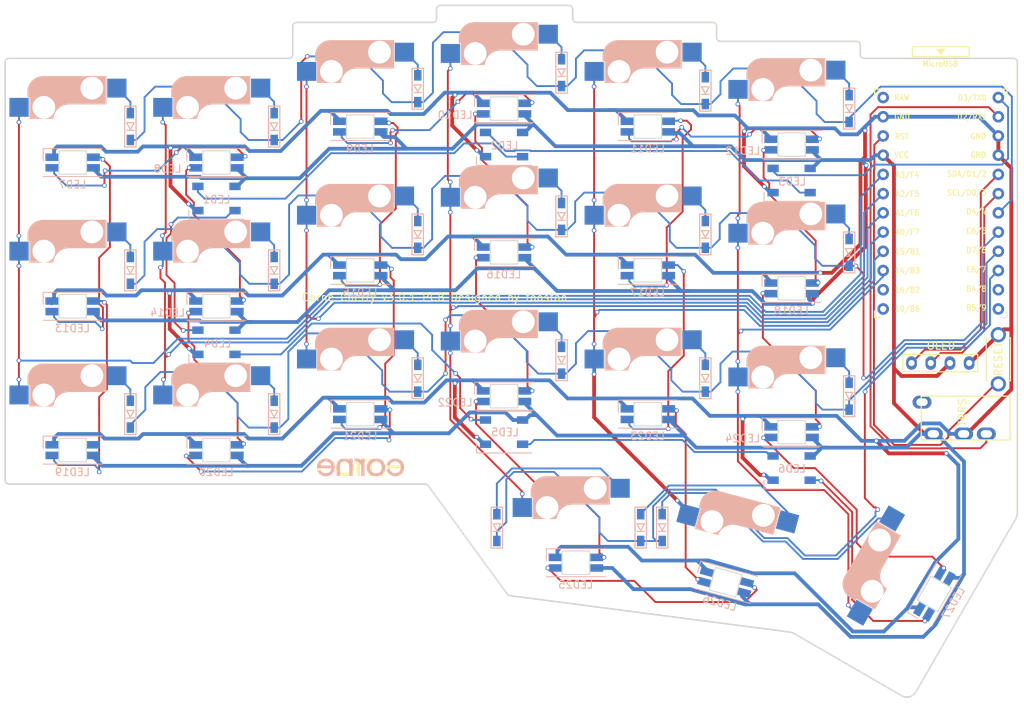
<source format=kicad_pcb>
(kicad_pcb (version 20171130) (host pcbnew "(5.1.10)-1")
  (title_block (title "Corne Cherry") (date 2020-09-28) (rev 3.0.1) (company foostan))
  (layers (0 F.Cu signal) (31 B.Cu signal) (34 B.Paste user) (35 F.Paste user) (36 B.SilkS user) (37 F.SilkS user) (38 B.Mask user) (39 F.Mask user) (44 Edge.Cuts user))
  (net 0 "")
  (net 1 row0)
  (net 2 "Net-(D1-Pad2)")
  (net 3 row1)
  (net 4 "Net-(D2-Pad2)")
  (net 5 row2)
  (net 6 "Net-(D3-Pad2)")
  (net 7 row3)
  (net 8 "Net-(D4-Pad2)")
  (net 9 "Net-(D5-Pad2)")
  (net 10 "Net-(D6-Pad2)")
  (net 11 "Net-(D7-Pad2)")
  (net 12 "Net-(D8-Pad2)")
  (net 13 "Net-(D9-Pad2)")
  (net 14 "Net-(D10-Pad2)")
  (net 15 "Net-(D11-Pad2)")
  (net 16 "Net-(D12-Pad2)")
  (net 17 "Net-(D13-Pad2)")
  (net 18 "Net-(D14-Pad2)")
  (net 19 "Net-(D15-Pad2)")
  (net 20 "Net-(D16-Pad2)")
  (net 21 "Net-(D17-Pad2)")
  (net 22 "Net-(D18-Pad2)")
  (net 23 "Net-(D19-Pad2)")
  (net 24 "Net-(D20-Pad2)")
  (net 25 "Net-(D21-Pad2)")
  (net 26 GND)
  (net 27 VCC)
  (net 28 col0)
  (net 29 col1)
  (net 30 col2)
  (net 31 col3)
  (net 32 col4)
  (net 33 col5)
  (net 34 LED)
  (net 35 data)
  (net 36 reset)
  (net 37 SCL)
  (net 38 SDA)
  (net 39 "Net-(U1-Pad14)")
  (net 40 "Net-(U1-Pad13)")
  (net 41 "Net-(U1-Pad12)")
  (net 42 "Net-(U1-Pad11)")
  (net 43 "Net-(U1-Pad24)")
  (net 44 "Net-(LED1-Pad2)")
  (net 45 "Net-(LED1-Pad4)")
  (net 46 "Net-(LED2-Pad4)")
  (net 47 "Net-(LED10-Pad2)")
  (net 48 "Net-(LED11-Pad4)")
  (net 49 "Net-(LED13-Pad4)")
  (net 50 "Net-(LED14-Pad2)")
  (net 51 "Net-(LED15-Pad4)")
  (net 52 "Net-(LED10-Pad4)")
  (net 53 "Net-(LED11-Pad2)")
  (net 54 "Net-(LED12-Pad4)")
  (net 55 "Net-(LED13-Pad2)")
  (net 56 "Net-(LED14-Pad4)")
  (net 57 "Net-(LED16-Pad4)")
  (net 58 "Net-(LED17-Pad2)")
  (net 59 "Net-(LED18-Pad4)")
  (net 60 "Net-(LED22-Pad4)")
  (net 61 "Net-(LED24-Pad4)")
  (net 62 "Net-(LED25-Pad4)")
  (net 63 "Net-(LED27-Pad4)")
  (net 64 "Net-(LED4-Pad2)")
  (net 65 "Net-(LED5-Pad2)")
  (net 66 "Net-(LED7-Pad4)")
  (net 67 "Net-(LED15-Pad2)")
  (net 68 "Net-(LED20-Pad4)")
  (net 69 "Net-(LED23-Pad2)")
  (net 70 "Net-(J1-PadA)")
  (net 71 "Net-(LED19-Pad2)")
  (module MountingHole:MountingHole_2.2mm_M2 (layer F.Cu) (at 29.6075 45.28)
    (fp_text reference Ref** hide)
    (fp_text value Val** hide)
    (pad 1 np_thru_hole circle (at 0 0) (size 2.2 2.2) (drill 2.2) (layers *.Cu *.Mask))
  )
  (module MountingHole:MountingHole_2.2mm_M2 (layer F.Cu) (at 29.6325 64.255)
    (fp_text reference Ref** hide)
    (fp_text value Val** hide)
    (pad 1 np_thru_hole circle (at 0 0) (size 2.2 2.2) (drill 2.2) (layers *.Cu *.Mask))
  )
  (module MountingHole:MountingHole_2.2mm_M2 (layer F.Cu) (at 105.5755 41.7655)
    (fp_text reference Ref** hide)
    (fp_text value Val** hide)
    (pad 1 np_thru_hole circle (at 0 0) (size 2.2 2.2) (drill 2.2) (layers *.Cu *.Mask))
  )
  (module MountingHole:MountingHole_2.2mm_M2 (layer F.Cu) (at 72.7645 81.5205)
    (fp_text reference Ref** hide)
    (fp_text value Val** hide)
    (pad 1 np_thru_hole circle (at 0 0) (size 2.2 2.2) (drill 2.2) (layers *.Cu *.Mask))
  )
  (module MountingHole:MountingHole_2.2mm_M2 (layer F.Cu) (at 119.3305 89.135)
    (fp_text reference Ref** hide)
    (fp_text value Val** hide)
    (pad 1 np_thru_hole circle (at 0 0) (size 2.2 2.2) (drill 2.2) (layers *.Cu *.Mask))
  )
  (module MountingHole:MountingHole_2.2mm_M2 (layer F.Cu) (at 127.8695 74.254)
    (fp_text reference Ref** hide)
    (fp_text value Val** hide)
    (pad 1 np_thru_hole circle (at 0 0) (size 2.2 2.2) (drill 2.2) (layers *.Cu *.Mask))
  )
  (module MountingHole:MountingHole_2.2mm_M2 (layer F.Cu) (at 142.3015 82.775)
    (fp_text reference Ref** hide)
    (fp_text value Val** hide)
    (pad 1 np_thru_hole circle (at 0 0) (size 2.2 2.2) (drill 2.2) (layers *.Cu *.Mask))
  )
  (module kbd:CherryMX_Hotswap (layer F.Cu) (at 20.1075 73.78)
    (fp_text reference SW13 hide)
    (fp_text value SW_PUSH hide)
    (pad "" np_thru_hole circle (at 2.54 -5.08) (size 3 3) (drill 3) (layers *.Cu *.Mask))
    (pad "" np_thru_hole circle (at -3.81 -2.54) (size 3 3) (drill 3) (layers *.Cu *.Mask))
    (pad 2 smd rect (at 5.842 -5.08 180) (size 2.55 2.5) (layers B.Cu B.Paste B.Mask) (net 17 "Net-(D13-Pad2)"))
    (pad "" np_thru_hole circle (at -5.08 0) (size 1.9 1.9) (drill 1.9) (layers *.Cu *.Mask))
    (pad "" np_thru_hole circle (at 5.08 0) (size 1.9 1.9) (drill 1.9) (layers *.Cu *.Mask))
    (pad "" np_thru_hole circle (at 0 0 90) (size 4.1 4.1) (drill 4.1) (layers *.Cu *.Mask))
    (pad 1 smd rect (at -7.085 -2.54 180) (size 2.55 2.5) (layers B.Cu B.Paste B.Mask) (net 28 col0))
  )
  (module kbd:ProMicro_v3 (layer F.Cu) (at 134.8125 46.42)
    (fp_text reference U1 hide)
    (fp_text value ProMicro hide)
    (fp_text user RAW (at -5.1355 -14.478 unlocked) (layer F.SilkS) (effects (font (size 0.75 0.67) (thickness 0.125))))
    (fp_text user GND (at 4.955 -6.9 unlocked) (layer F.SilkS) (effects (font (size 0.75 0.67) (thickness 0.125))))
    (fp_text user RST (at -5.1355 -9.3345 unlocked) (layer F.SilkS) (effects (font (size 0.75 0.67) (thickness 0.125))))
    (fp_text user VCC (at -5.175 -6.915 unlocked) (layer F.SilkS) (effects (font (size 0.75 0.67) (thickness 0.125))))
    (fp_text user A3/F4 (at -4.395 -4.25 unlocked) (layer F.SilkS) (effects (font (size 0.75 0.67) (thickness 0.125))))
    (fp_text user A2/F5 (at -4.395 -1.75 unlocked) (layer F.SilkS) (effects (font (size 0.75 0.67) (thickness 0.125))))
    (fp_text user A1/F6 (at -4.395 0.75 unlocked) (layer F.SilkS) (effects (font (size 0.75 0.67) (thickness 0.125))))
    (fp_text user A0/F7 (at -4.395 3.3 unlocked) (layer F.SilkS) (effects (font (size 0.75 0.67) (thickness 0.125))))
    (fp_text user 15/B1 (at -4.395 5.85 unlocked) (layer F.SilkS) (effects (font (size 0.75 0.67) (thickness 0.125))))
    (fp_text user 14/B3 (at -4.395 8.4 unlocked) (layer F.SilkS) (effects (font (size 0.75 0.67) (thickness 0.125))))
    (fp_text user 10/B6 (at -4.395 13.45 unlocked) (layer F.SilkS) (effects (font (size 0.75 0.67) (thickness 0.125))))
    (fp_text user 16/B2 (at -4.395 10.95 unlocked) (layer F.SilkS) (effects (font (size 0.75 0.67) (thickness 0.125))))
    (fp_text user E6/7 (at 4.705 8.25 unlocked) (layer F.SilkS) (effects (font (size 0.75 0.67) (thickness 0.125))))
    (fp_text user D7/6 (at 4.705 5.7 unlocked) (layer F.SilkS) (effects (font (size 0.75 0.67) (thickness 0.125))))
    (fp_text user GND (at 4.955 -9.35 unlocked) (layer F.SilkS) (effects (font (size 0.75 0.67) (thickness 0.125))))
    (fp_text user GND (at 4.955 -6.9 unlocked) (layer F.SilkS) (effects (font (size 0.75 0.67) (thickness 0.125))))
    (fp_text user D3/TX0 (at 4.155 -14.45 unlocked) (layer F.SilkS) (effects (font (size 0.75 0.67) (thickness 0.125))))
    (fp_text user D4/4 (at 4.705 0.6 unlocked) (layer F.SilkS) (effects (font (size 0.75 0.67) (thickness 0.125))))
    (fp_text user SDA/D1/2 (at 3.455 -4.4 unlocked) (layer F.SilkS) (effects (font (size 0.75 0.67) (thickness 0.125))))
    (fp_text user SCL/D0/3 (at 3.455 -1.9 unlocked) (layer F.SilkS) (effects (font (size 0.75 0.67) (thickness 0.125))))
    (fp_text user C6/5 (at 4.705 3.15 unlocked) (layer F.SilkS) (effects (font (size 0.75 0.67) (thickness 0.125))))
    (fp_text user B5/9 (at 4.705 13.3 unlocked) (layer F.SilkS) (effects (font (size 0.75 0.67) (thickness 0.125))))
    (fp_text user D2/RX1 (at 4.155 -11.9 unlocked) (layer F.SilkS) (effects (font (size 0.75 0.67) (thickness 0.125))))
    (fp_text user B4/8 (at 4.705 10.8 unlocked) (layer F.SilkS) (effects (font (size 0.75 0.67) (thickness 0.125))))
    (fp_text user MicroUSB (at -0.05 -18.95) (layer F.SilkS) (effects (font (size 0.75 0.67) (thickness 0.125))))
    (fp_text user MicroUSB (at -0.05 -18.95) (layer F.SilkS) (effects (font (size 0.75 0.67) (thickness 0.125))))
    (fp_text user GND (at -5.115 -11.94) (layer F.SilkS) (effects (font (size 0.75 0.67) (thickness 0.125))))
    (pad 24 thru_hole circle (at -7.6086 -14.478) (size 1.524 1.524) (drill 0.8128) (layers *.Cu B.Mask) (net 43 "Net-(U1-Pad24)"))
    (pad 23 thru_hole circle (at -7.6086 -11.938) (size 1.524 1.524) (drill 0.8128) (layers *.Cu B.Mask) (net 26 GND))
    (pad 22 thru_hole circle (at -7.6086 -9.398) (size 1.524 1.524) (drill 0.8128) (layers *.Cu B.Mask) (net 36 reset))
    (pad 21 thru_hole circle (at -7.6086 -6.858) (size 1.524 1.524) (drill 0.8128) (layers *.Cu B.Mask) (net 27 VCC))
    (pad 20 thru_hole circle (at -7.6086 -4.318) (size 1.524 1.524) (drill 0.8128) (layers *.Cu B.Mask) (net 28 col0))
    (pad 19 thru_hole circle (at -7.6086 -1.778) (size 1.524 1.524) (drill 0.8128) (layers *.Cu B.Mask) (net 29 col1))
    (pad 18 thru_hole circle (at -7.6086 0.762) (size 1.524 1.524) (drill 0.8128) (layers *.Cu B.Mask) (net 30 col2))
    (pad 17 thru_hole circle (at -7.6086 3.302) (size 1.524 1.524) (drill 0.8128) (layers *.Cu B.Mask) (net 31 col3))
    (pad 16 thru_hole circle (at -7.6086 5.842) (size 1.524 1.524) (drill 0.8128) (layers *.Cu B.Mask) (net 32 col4))
    (pad 15 thru_hole circle (at -7.6086 8.382) (size 1.524 1.524) (drill 0.8128) (layers *.Cu B.Mask) (net 33 col5))
    (pad 14 thru_hole circle (at -7.6086 10.922) (size 1.524 1.524) (drill 0.8128) (layers *.Cu B.Mask) (net 39 "Net-(U1-Pad14)"))
    (pad 13 thru_hole circle (at -7.6086 13.462) (size 1.524 1.524) (drill 0.8128) (layers *.Cu B.Mask) (net 40 "Net-(U1-Pad13)"))
    (pad 12 thru_hole circle (at 7.6114 13.462) (size 1.524 1.524) (drill 0.8128) (layers *.Cu B.Mask) (net 41 "Net-(U1-Pad12)"))
    (pad 11 thru_hole circle (at 7.6114 10.922) (size 1.524 1.524) (drill 0.8128) (layers *.Cu B.Mask) (net 42 "Net-(U1-Pad11)"))
    (pad 10 thru_hole circle (at 7.6114 8.382) (size 1.524 1.524) (drill 0.8128) (layers *.Cu B.Mask) (net 7 row3))
    (pad 9 thru_hole circle (at 7.6114 5.842) (size 1.524 1.524) (drill 0.8128) (layers *.Cu B.Mask) (net 5 row2))
    (pad 8 thru_hole circle (at 7.6114 3.302) (size 1.524 1.524) (drill 0.8128) (layers *.Cu B.Mask) (net 3 row1))
    (pad 7 thru_hole circle (at 7.6114 0.762) (size 1.524 1.524) (drill 0.8128) (layers *.Cu B.Mask) (net 1 row0))
    (pad 6 thru_hole circle (at 7.6114 -1.778) (size 1.524 1.524) (drill 0.8128) (layers *.Cu B.Mask) (net 37 SCL))
    (pad 5 thru_hole circle (at 7.6114 -4.318) (size 1.524 1.524) (drill 0.8128) (layers *.Cu B.Mask) (net 38 SDA))
    (pad 4 thru_hole circle (at 7.6114 -6.858) (size 1.524 1.524) (drill 0.8128) (layers *.Cu B.Mask) (net 26 GND))
    (pad 3 thru_hole circle (at 7.6114 -9.398) (size 1.524 1.524) (drill 0.8128) (layers *.Cu B.Mask) (net 26 GND))
    (pad 2 thru_hole circle (at 7.6114 -11.938) (size 1.524 1.524) (drill 0.8128) (layers *.Cu B.Mask) (net 35 data))
    (pad 1 thru_hole circle (at 7.6114 -14.478) (size 1.524 1.524) (drill 0.8128) (layers *.Cu B.Mask) (net 34 LED))
  )
  (module kbd:ResetSW_1side (layer F.Cu) (at 142.4245 66.531 270)
    (fp_text reference RSW1 hide)
    (fp_text value SW_PUSH)
    (fp_text user RESET (at 0 0 270) (layer F.SilkS))
    (pad 2 thru_hole circle (at -3.25 0 270) (size 2 2) (drill 1.3) (layers *.Cu B.Mask) (net 26 GND))
    (pad 1 thru_hole circle (at 3.25 0 270) (size 2 2) (drill 1.3) (layers *.Cu B.Mask) (net 36 reset))
  )
  (module kbd:OLED_1side (layer F.Cu) (at 130.9485 67.028)
    (fp_text reference J2)
    (fp_text value OLED hide)
    (fp_text user OLED (at 3.906 -2.284) (layer F.SilkS))
    (pad 4 thru_hole oval (at 7.62 0) (size 1.397 1.778) (drill 0.8128) (layers *.Cu B.Mask) (net 26 GND))
    (pad 3 thru_hole oval (at 5.08 0) (size 1.397 1.778) (drill 0.8128) (layers *.Cu B.Mask) (net 27 VCC))
    (pad 2 thru_hole oval (at 2.54 0) (size 1.397 1.778) (drill 0.8128) (layers *.Cu B.Mask) (net 37 SCL))
    (pad 1 thru_hole oval (at 0 0) (size 1.397 1.778) (drill 0.8128) (layers *.Cu B.Mask) (net 38 SDA))
  )
  (module kbd:MJ-4PP-9_1side (layer F.Cu) (at 144.1345 74.292 270)
    (fp_text reference J1)
    (fp_text value MJ-4PP-9 hide)
    (fp_text user TRRS (at -0.75 6.45 270) (layer F.SilkS))
    (pad A thru_hole oval (at -2.1 11.8 270) (size 1.7 2.5) (drill oval 1 1.5) (layers *.Cu B.Mask) (net 70 "Net-(J1-PadA)") (clearance 0.15))
    (pad D thru_hole oval (at 2.1 10.3 270) (size 1.7 2.5) (drill oval 1 1.5) (layers *.Cu B.Mask) (net 27 VCC) (clearance 0.15))
    (pad C thru_hole oval (at 2.1 6.3 270) (size 1.7 2.5) (drill oval 1 1.5) (layers *.Cu B.Mask) (net 26 GND))
    (pad B thru_hole oval (at 2.1 3.3 270) (size 1.7 2.5) (drill oval 1 1.5) (layers *.Cu B.Mask) (net 35 data))
    (pad "" np_thru_hole circle (at 0 8.5 270) (size 1.2 1.2) (drill 1.2) (layers *.Cu *.Mask))
    (pad "" np_thru_hole circle (at 0 1.5 270) (size 1.2 1.2) (drill 1.2) (layers *.Cu *.Mask))
  )
  (module kbd:CherryMX_Hotswap_1.5u (layer F.Cu) (at 129.8575 95.155 60)
    (fp_text reference SW21 hide)
    (fp_text value SW_PUSH hide)
    (pad "" np_thru_hole circle (at 2.54 -5.08 60) (size 3 3) (drill 3) (layers *.Cu *.Mask))
    (pad "" np_thru_hole circle (at -3.81 -2.54 60) (size 3 3) (drill 3) (layers *.Cu *.Mask))
    (pad 2 smd rect (at 5.842 -5.08 240) (size 2.55 2.5) (layers B.Cu B.Paste B.Mask) (net 25 "Net-(D21-Pad2)"))
    (pad "" np_thru_hole circle (at -5.08 0 60) (size 1.9 1.9) (drill 1.9) (layers *.Cu *.Mask))
    (pad "" np_thru_hole circle (at 5.08 0 60) (size 1.9 1.9) (drill 1.9) (layers *.Cu *.Mask))
    (pad "" np_thru_hole circle (at 0 0 150) (size 4.1 4.1) (drill 4.1) (layers *.Cu *.Mask))
    (pad 1 smd rect (at -7.085 -2.54 240) (size 2.55 2.5) (layers B.Cu B.Paste B.Mask) (net 33 col5))
  )
  (module LED_SMD:LED_WS2812B_PLCC4_5.0x5.0mm_P3.2mm (layer B.Cu) (at 39.1075 45.28 180)
    (fp_text reference LED1 (at -0.01 -0.135) (layer B.SilkS) (effects (justify mirror)))
    (fp_text value WS2812B)
    (pad 1 smd rect (at -2.45 1.6 180) (size 1.5 1) (layers B.Cu B.Paste B.Mask) (net 27 VCC))
    (pad 2 smd rect (at -2.45 -1.6 180) (size 1.5 1) (layers B.Cu B.Paste B.Mask) (net 44 "Net-(LED1-Pad2)"))
    (pad 4 smd rect (at 2.45 1.6 180) (size 1.5 1) (layers B.Cu B.Paste B.Mask) (net 45 "Net-(LED1-Pad4)"))
    (pad 3 smd rect (at 2.45 -1.6 180) (size 1.5 1) (layers B.Cu B.Paste B.Mask) (net 26 GND))
  )
  (module LED_SMD:LED_WS2812B_PLCC4_5.0x5.0mm_P3.2mm (layer B.Cu) (at 77.1075 38.155 180)
    (fp_text reference LED2 (at -0.06 -0.14) (layer B.SilkS) (effects (justify mirror)))
    (fp_text value WS2812B)
    (pad 1 smd rect (at -2.45 1.6 180) (size 1.5 1) (layers B.Cu B.Paste B.Mask) (net 27 VCC))
    (pad 2 smd rect (at -2.45 -1.6 180) (size 1.5 1) (layers B.Cu B.Paste B.Mask) (net 45 "Net-(LED1-Pad4)"))
    (pad 4 smd rect (at 2.45 1.6 180) (size 1.5 1) (layers B.Cu B.Paste B.Mask) (net 46 "Net-(LED2-Pad4)"))
    (pad 3 smd rect (at 2.45 -1.6 180) (size 1.5 1) (layers B.Cu B.Paste B.Mask) (net 26 GND))
  )
  (module LED_SMD:LED_WS2812B_PLCC4_5.0x5.0mm_P3.2mm (layer B.Cu) (at 115.1075 42.905 180)
    (fp_text reference LED3 (at -0.08 -0.14) (layer B.SilkS) (effects (justify mirror)))
    (fp_text value WS2812B)
    (pad 1 smd rect (at -2.45 1.6 180) (size 1.5 1) (layers B.Cu B.Paste B.Mask) (net 27 VCC))
    (pad 2 smd rect (at -2.45 -1.6 180) (size 1.5 1) (layers B.Cu B.Paste B.Mask) (net 46 "Net-(LED2-Pad4)"))
    (pad 4 smd rect (at 2.45 1.6 180) (size 1.5 1) (layers B.Cu B.Paste B.Mask) (net 34 LED))
    (pad 3 smd rect (at 2.45 -1.6 180) (size 1.5 1) (layers B.Cu B.Paste B.Mask) (net 26 GND))
  )
  (module LED_SMD:LED_WS2812B_PLCC4_5.0x5.0mm_P3.2mm (layer B.Cu) (at 39.1075 64.28 180)
    (fp_text reference LED4 (at -0.13 -0.165) (layer B.SilkS) (effects (justify mirror)))
    (fp_text value WS2812B)
    (pad 1 smd rect (at -2.45 1.6 180) (size 1.5 1) (layers B.Cu B.Paste B.Mask) (net 27 VCC))
    (pad 2 smd rect (at -2.45 -1.6 180) (size 1.5 1) (layers B.Cu B.Paste B.Mask) (net 64 "Net-(LED4-Pad2)"))
    (pad 4 smd rect (at 2.45 1.6 180) (size 1.5 1) (layers B.Cu B.Paste B.Mask) (net 44 "Net-(LED1-Pad2)"))
    (pad 3 smd rect (at 2.45 -1.6 180) (size 1.5 1) (layers B.Cu B.Paste B.Mask) (net 26 GND))
  )
  (module LED_SMD:LED_WS2812B_PLCC4_5.0x5.0mm_P3.2mm (layer B.Cu) (at 77.1075 76.155 180)
    (fp_text reference LED5 (at -0.13 -0.02) (layer B.SilkS) (effects (justify mirror)))
    (fp_text value WS2812B)
    (pad 1 smd rect (at -2.45 1.6 180) (size 1.5 1) (layers B.Cu B.Paste B.Mask) (net 27 VCC))
    (pad 2 smd rect (at -2.45 -1.6 180) (size 1.5 1) (layers B.Cu B.Paste B.Mask) (net 65 "Net-(LED5-Pad2)"))
    (pad 4 smd rect (at 2.45 1.6 180) (size 1.5 1) (layers B.Cu B.Paste B.Mask) (net 64 "Net-(LED4-Pad2)"))
    (pad 3 smd rect (at 2.45 -1.6 180) (size 1.5 1) (layers B.Cu B.Paste B.Mask) (net 26 GND))
  )
  (module LED_SMD:LED_WS2812B_PLCC4_5.0x5.0mm_P3.2mm (layer B.Cu) (at 115.1075 80.905 180)
    (fp_text reference LED6 (at -0.05 -0.08) (layer B.SilkS) (effects (justify mirror)))
    (fp_text value WS2812B)
    (pad 1 smd rect (at -2.45 1.6 180) (size 1.5 1) (layers B.Cu B.Paste B.Mask) (net 27 VCC))
    (pad 2 smd rect (at -2.45 -1.6 180) (size 1.5 1) (layers B.Cu B.Paste B.Mask) (net 63 "Net-(LED27-Pad4)"))
    (pad 4 smd rect (at 2.45 1.6 180) (size 1.5 1) (layers B.Cu B.Paste B.Mask) (net 65 "Net-(LED5-Pad2)"))
    (pad 3 smd rect (at 2.45 -1.6 180) (size 1.5 1) (layers B.Cu B.Paste B.Mask) (net 26 GND))
  )
  (module kbd:YS-SK6812MINI-E (layer B.Cu) (at 106.37811 95.993148 345)
    (fp_text reference LED26 (at -0.039238 2.830971 165) (layer B.SilkS) (effects (justify mirror)))
    (fp_text value YS-SK6812MINI-E)
    (fp_line (start 1.8 1.55) (end -1.8 1.55) (layer Edge.Cuts) (width 0.12))
    (fp_line (start 1.8 -1.55) (end 1.8 1.55) (layer Edge.Cuts) (width 0.12))
    (fp_line (start -1.8 -1.55) (end 1.8 -1.55) (layer Edge.Cuts) (width 0.12))
    (fp_line (start -1.8 1.55) (end -1.8 -1.55) (layer Edge.Cuts) (width 0.12))
    (pad 2 smd rect (at 2.75 -0.7 345) (size 1.7 1) (layers B.Cu B.Paste B.Mask) (net 62 "Net-(LED25-Pad4)"))
    (pad 1 smd rect (at 2.75 0.7 345) (size 1.7 1) (layers B.Cu B.Paste B.Mask) (net 27 VCC))
    (pad 3 smd rect (at -2.75 -0.7 345) (size 1.7 1) (layers B.Cu B.Paste B.Mask) (net 26 GND))
    (pad 4 smd rect (at -2.75 0.7 345) (size 1.7 1) (layers B.Cu B.Paste B.Mask) (net 69 "Net-(LED23-Pad2)"))
  )
  (module kbd:YS-SK6812MINI-E (layer B.Cu) (at 20.1075 40.53)
    (fp_text reference LED7 (at -0.03 2.9075) (layer B.SilkS) (effects (justify mirror)))
    (fp_text value YS-SK6812MINI-E)
    (fp_line (start 1.8 1.55) (end -1.8 1.55) (layer Edge.Cuts) (width 0.12))
    (fp_line (start 1.8 -1.55) (end 1.8 1.55) (layer Edge.Cuts) (width 0.12))
    (fp_line (start -1.8 -1.55) (end 1.8 -1.55) (layer Edge.Cuts) (width 0.12))
    (fp_line (start -1.8 1.55) (end -1.8 -1.55) (layer Edge.Cuts) (width 0.12))
    (pad 2 smd rect (at 2.75 -0.7) (size 1.7 1) (layers B.Cu B.Paste B.Mask) (net 49 "Net-(LED13-Pad4)"))
    (pad 1 smd rect (at 2.75 0.7) (size 1.7 1) (layers B.Cu B.Paste B.Mask) (net 27 VCC))
    (pad 3 smd rect (at -2.75 -0.7) (size 1.7 1) (layers B.Cu B.Paste B.Mask) (net 26 GND))
    (pad 4 smd rect (at -2.75 0.7) (size 1.7 1) (layers B.Cu B.Paste B.Mask) (net 66 "Net-(LED7-Pad4)"))
  )
  (module kbd:YS-SK6812MINI-E (layer B.Cu) (at 39.1075 40.53)
    (fp_text reference LED8 (at -6.46 0.8375) (layer B.SilkS) (effects (justify mirror)))
    (fp_text value YS-SK6812MINI-E)
    (fp_line (start 1.8 1.55) (end -1.8 1.55) (layer Edge.Cuts) (width 0.12))
    (fp_line (start 1.8 -1.55) (end 1.8 1.55) (layer Edge.Cuts) (width 0.12))
    (fp_line (start -1.8 -1.55) (end 1.8 -1.55) (layer Edge.Cuts) (width 0.12))
    (fp_line (start -1.8 1.55) (end -1.8 -1.55) (layer Edge.Cuts) (width 0.12))
    (pad 2 smd rect (at 2.75 -0.7) (size 1.7 1) (layers B.Cu B.Paste B.Mask) (net 66 "Net-(LED7-Pad4)"))
    (pad 1 smd rect (at 2.75 0.7) (size 1.7 1) (layers B.Cu B.Paste B.Mask) (net 27 VCC))
    (pad 3 smd rect (at -2.75 -0.7) (size 1.7 1) (layers B.Cu B.Paste B.Mask) (net 26 GND))
    (pad 4 smd rect (at -2.75 0.7) (size 1.7 1) (layers B.Cu B.Paste B.Mask) (net 50 "Net-(LED14-Pad2)"))
  )
  (module kbd:YS-SK6812MINI-E (layer B.Cu) (at 58.1075 35.78)
    (fp_text reference LED9 (at -0.03 2.9075) (layer B.SilkS) (effects (justify mirror)))
    (fp_text value YS-SK6812MINI-E)
    (fp_line (start 1.8 1.55) (end -1.8 1.55) (layer Edge.Cuts) (width 0.12))
    (fp_line (start 1.8 -1.55) (end 1.8 1.55) (layer Edge.Cuts) (width 0.12))
    (fp_line (start -1.8 -1.55) (end 1.8 -1.55) (layer Edge.Cuts) (width 0.12))
    (fp_line (start -1.8 1.55) (end -1.8 -1.55) (layer Edge.Cuts) (width 0.12))
    (pad 2 smd rect (at 2.75 -0.7) (size 1.7 1) (layers B.Cu B.Paste B.Mask) (net 51 "Net-(LED15-Pad4)"))
    (pad 1 smd rect (at 2.75 0.7) (size 1.7 1) (layers B.Cu B.Paste B.Mask) (net 27 VCC))
    (pad 3 smd rect (at -2.75 -0.7) (size 1.7 1) (layers B.Cu B.Paste B.Mask) (net 26 GND))
    (pad 4 smd rect (at -2.75 0.7) (size 1.7 1) (layers B.Cu B.Paste B.Mask) (net 47 "Net-(LED10-Pad2)"))
  )
  (module kbd:YS-SK6812MINI-E (layer B.Cu) (at 77.1075 33.405)
    (fp_text reference LED10 (at -6.46 0.8375) (layer B.SilkS) (effects (justify mirror)))
    (fp_text value YS-SK6812MINI-E)
    (fp_line (start 1.8 1.55) (end -1.8 1.55) (layer Edge.Cuts) (width 0.12))
    (fp_line (start 1.8 -1.55) (end 1.8 1.55) (layer Edge.Cuts) (width 0.12))
    (fp_line (start -1.8 -1.55) (end 1.8 -1.55) (layer Edge.Cuts) (width 0.12))
    (fp_line (start -1.8 1.55) (end -1.8 -1.55) (layer Edge.Cuts) (width 0.12))
    (pad 2 smd rect (at 2.75 -0.7) (size 1.7 1) (layers B.Cu B.Paste B.Mask) (net 47 "Net-(LED10-Pad2)"))
    (pad 1 smd rect (at 2.75 0.7) (size 1.7 1) (layers B.Cu B.Paste B.Mask) (net 27 VCC))
    (pad 3 smd rect (at -2.75 -0.7) (size 1.7 1) (layers B.Cu B.Paste B.Mask) (net 26 GND))
    (pad 4 smd rect (at -2.75 0.7) (size 1.7 1) (layers B.Cu B.Paste B.Mask) (net 52 "Net-(LED10-Pad4)"))
  )
  (module kbd:YS-SK6812MINI-E (layer B.Cu) (at 96.1075 35.78)
    (fp_text reference LED11 (at -0.03 2.9075) (layer B.SilkS) (effects (justify mirror)))
    (fp_text value YS-SK6812MINI-E)
    (fp_line (start 1.8 1.55) (end -1.8 1.55) (layer Edge.Cuts) (width 0.12))
    (fp_line (start 1.8 -1.55) (end 1.8 1.55) (layer Edge.Cuts) (width 0.12))
    (fp_line (start -1.8 -1.55) (end 1.8 -1.55) (layer Edge.Cuts) (width 0.12))
    (fp_line (start -1.8 1.55) (end -1.8 -1.55) (layer Edge.Cuts) (width 0.12))
    (pad 2 smd rect (at 2.75 -0.7) (size 1.7 1) (layers B.Cu B.Paste B.Mask) (net 53 "Net-(LED11-Pad2)"))
    (pad 1 smd rect (at 2.75 0.7) (size 1.7 1) (layers B.Cu B.Paste B.Mask) (net 27 VCC))
    (pad 3 smd rect (at -2.75 -0.7) (size 1.7 1) (layers B.Cu B.Paste B.Mask) (net 26 GND))
    (pad 4 smd rect (at -2.75 0.7) (size 1.7 1) (layers B.Cu B.Paste B.Mask) (net 48 "Net-(LED11-Pad4)"))
  )
  (module kbd:YS-SK6812MINI-E (layer B.Cu) (at 115.1075 38.155)
    (fp_text reference LED12 (at -6.46 0.8375) (layer B.SilkS) (effects (justify mirror)))
    (fp_text value YS-SK6812MINI-E)
    (fp_line (start 1.8 1.55) (end -1.8 1.55) (layer Edge.Cuts) (width 0.12))
    (fp_line (start 1.8 -1.55) (end 1.8 1.55) (layer Edge.Cuts) (width 0.12))
    (fp_line (start -1.8 -1.55) (end 1.8 -1.55) (layer Edge.Cuts) (width 0.12))
    (fp_line (start -1.8 1.55) (end -1.8 -1.55) (layer Edge.Cuts) (width 0.12))
    (pad 2 smd rect (at 2.75 -0.7) (size 1.7 1) (layers B.Cu B.Paste B.Mask) (net 48 "Net-(LED11-Pad4)"))
    (pad 1 smd rect (at 2.75 0.7) (size 1.7 1) (layers B.Cu B.Paste B.Mask) (net 27 VCC))
    (pad 3 smd rect (at -2.75 -0.7) (size 1.7 1) (layers B.Cu B.Paste B.Mask) (net 26 GND))
    (pad 4 smd rect (at -2.75 0.7) (size 1.7 1) (layers B.Cu B.Paste B.Mask) (net 54 "Net-(LED12-Pad4)"))
  )
  (module kbd:YS-SK6812MINI-E (layer B.Cu) (at 20.1075 59.53)
    (fp_text reference LED13 (at -0.03 2.9075) (layer B.SilkS) (effects (justify mirror)))
    (fp_text value YS-SK6812MINI-E)
    (fp_line (start 1.8 1.55) (end -1.8 1.55) (layer Edge.Cuts) (width 0.12))
    (fp_line (start 1.8 -1.55) (end 1.8 1.55) (layer Edge.Cuts) (width 0.12))
    (fp_line (start -1.8 -1.55) (end 1.8 -1.55) (layer Edge.Cuts) (width 0.12))
    (fp_line (start -1.8 1.55) (end -1.8 -1.55) (layer Edge.Cuts) (width 0.12))
    (pad 2 smd rect (at 2.75 -0.7) (size 1.7 1) (layers B.Cu B.Paste B.Mask) (net 55 "Net-(LED13-Pad2)"))
    (pad 1 smd rect (at 2.75 0.7) (size 1.7 1) (layers B.Cu B.Paste B.Mask) (net 27 VCC))
    (pad 3 smd rect (at -2.75 -0.7) (size 1.7 1) (layers B.Cu B.Paste B.Mask) (net 26 GND))
    (pad 4 smd rect (at -2.75 0.7) (size 1.7 1) (layers B.Cu B.Paste B.Mask) (net 49 "Net-(LED13-Pad4)"))
  )
  (module kbd:YS-SK6812MINI-E (layer B.Cu) (at 39.1075 59.53)
    (fp_text reference LED14 (at -6.46 0.8375) (layer B.SilkS) (effects (justify mirror)))
    (fp_text value YS-SK6812MINI-E)
    (fp_line (start 1.8 1.55) (end -1.8 1.55) (layer Edge.Cuts) (width 0.12))
    (fp_line (start 1.8 -1.55) (end 1.8 1.55) (layer Edge.Cuts) (width 0.12))
    (fp_line (start -1.8 -1.55) (end 1.8 -1.55) (layer Edge.Cuts) (width 0.12))
    (fp_line (start -1.8 1.55) (end -1.8 -1.55) (layer Edge.Cuts) (width 0.12))
    (pad 2 smd rect (at 2.75 -0.7) (size 1.7 1) (layers B.Cu B.Paste B.Mask) (net 50 "Net-(LED14-Pad2)"))
    (pad 1 smd rect (at 2.75 0.7) (size 1.7 1) (layers B.Cu B.Paste B.Mask) (net 27 VCC))
    (pad 3 smd rect (at -2.75 -0.7) (size 1.7 1) (layers B.Cu B.Paste B.Mask) (net 26 GND))
    (pad 4 smd rect (at -2.75 0.7) (size 1.7 1) (layers B.Cu B.Paste B.Mask) (net 56 "Net-(LED14-Pad4)"))
  )
  (module kbd:YS-SK6812MINI-E (layer B.Cu) (at 58.1075 54.78)
    (fp_text reference LED15 (at -0.03 2.9075) (layer B.SilkS) (effects (justify mirror)))
    (fp_text value YS-SK6812MINI-E)
    (fp_line (start 1.8 1.55) (end -1.8 1.55) (layer Edge.Cuts) (width 0.12))
    (fp_line (start 1.8 -1.55) (end 1.8 1.55) (layer Edge.Cuts) (width 0.12))
    (fp_line (start -1.8 -1.55) (end 1.8 -1.55) (layer Edge.Cuts) (width 0.12))
    (fp_line (start -1.8 1.55) (end -1.8 -1.55) (layer Edge.Cuts) (width 0.12))
    (pad 2 smd rect (at 2.75 -0.7) (size 1.7 1) (layers B.Cu B.Paste B.Mask) (net 67 "Net-(LED15-Pad2)"))
    (pad 1 smd rect (at 2.75 0.7) (size 1.7 1) (layers B.Cu B.Paste B.Mask) (net 27 VCC))
    (pad 3 smd rect (at -2.75 -0.7) (size 1.7 1) (layers B.Cu B.Paste B.Mask) (net 26 GND))
    (pad 4 smd rect (at -2.75 0.7) (size 1.7 1) (layers B.Cu B.Paste B.Mask) (net 51 "Net-(LED15-Pad4)"))
  )
  (module kbd:YS-SK6812MINI-E (layer B.Cu) (at 77.1075 52.405)
    (fp_text reference LED16 (at -0.03 2.9075) (layer B.SilkS) (effects (justify mirror)))
    (fp_text value YS-SK6812MINI-E)
    (fp_line (start 1.8 1.55) (end -1.8 1.55) (layer Edge.Cuts) (width 0.12))
    (fp_line (start 1.8 -1.55) (end 1.8 1.55) (layer Edge.Cuts) (width 0.12))
    (fp_line (start -1.8 -1.55) (end 1.8 -1.55) (layer Edge.Cuts) (width 0.12))
    (fp_line (start -1.8 1.55) (end -1.8 -1.55) (layer Edge.Cuts) (width 0.12))
    (pad 2 smd rect (at 2.75 -0.7) (size 1.7 1) (layers B.Cu B.Paste B.Mask) (net 52 "Net-(LED10-Pad4)"))
    (pad 1 smd rect (at 2.75 0.7) (size 1.7 1) (layers B.Cu B.Paste B.Mask) (net 27 VCC))
    (pad 3 smd rect (at -2.75 -0.7) (size 1.7 1) (layers B.Cu B.Paste B.Mask) (net 26 GND))
    (pad 4 smd rect (at -2.75 0.7) (size 1.7 1) (layers B.Cu B.Paste B.Mask) (net 57 "Net-(LED16-Pad4)"))
  )
  (module kbd:YS-SK6812MINI-E (layer B.Cu) (at 96.1075 54.78)
    (fp_text reference LED17 (at -0.03 2.9075) (layer B.SilkS) (effects (justify mirror)))
    (fp_text value YS-SK6812MINI-E)
    (fp_line (start 1.8 1.55) (end -1.8 1.55) (layer Edge.Cuts) (width 0.12))
    (fp_line (start 1.8 -1.55) (end 1.8 1.55) (layer Edge.Cuts) (width 0.12))
    (fp_line (start -1.8 -1.55) (end 1.8 -1.55) (layer Edge.Cuts) (width 0.12))
    (fp_line (start -1.8 1.55) (end -1.8 -1.55) (layer Edge.Cuts) (width 0.12))
    (pad 2 smd rect (at 2.75 -0.7) (size 1.7 1) (layers B.Cu B.Paste B.Mask) (net 58 "Net-(LED17-Pad2)"))
    (pad 1 smd rect (at 2.75 0.7) (size 1.7 1) (layers B.Cu B.Paste B.Mask) (net 27 VCC))
    (pad 3 smd rect (at -2.75 -0.7) (size 1.7 1) (layers B.Cu B.Paste B.Mask) (net 26 GND))
    (pad 4 smd rect (at -2.75 0.7) (size 1.7 1) (layers B.Cu B.Paste B.Mask) (net 53 "Net-(LED11-Pad2)"))
  )
  (module kbd:YS-SK6812MINI-E (layer B.Cu) (at 115.1075 57.155)
    (fp_text reference LED18 (at -0.03 2.9075) (layer B.SilkS) (effects (justify mirror)))
    (fp_text value YS-SK6812MINI-E)
    (fp_line (start 1.8 1.55) (end -1.8 1.55) (layer Edge.Cuts) (width 0.12))
    (fp_line (start 1.8 -1.55) (end 1.8 1.55) (layer Edge.Cuts) (width 0.12))
    (fp_line (start -1.8 -1.55) (end 1.8 -1.55) (layer Edge.Cuts) (width 0.12))
    (fp_line (start -1.8 1.55) (end -1.8 -1.55) (layer Edge.Cuts) (width 0.12))
    (pad 2 smd rect (at 2.75 -0.7) (size 1.7 1) (layers B.Cu B.Paste B.Mask) (net 54 "Net-(LED12-Pad4)"))
    (pad 1 smd rect (at 2.75 0.7) (size 1.7 1) (layers B.Cu B.Paste B.Mask) (net 27 VCC))
    (pad 3 smd rect (at -2.75 -0.7) (size 1.7 1) (layers B.Cu B.Paste B.Mask) (net 26 GND))
    (pad 4 smd rect (at -2.75 0.7) (size 1.7 1) (layers B.Cu B.Paste B.Mask) (net 59 "Net-(LED18-Pad4)"))
  )
  (module kbd:YS-SK6812MINI-E (layer B.Cu) (at 20.1075 78.53)
    (fp_text reference LED19 (at -0.03 2.9075) (layer B.SilkS) (effects (justify mirror)))
    (fp_text value YS-SK6812MINI-E)
    (fp_line (start 1.8 1.55) (end -1.8 1.55) (layer Edge.Cuts) (width 0.12))
    (fp_line (start 1.8 -1.55) (end 1.8 1.55) (layer Edge.Cuts) (width 0.12))
    (fp_line (start -1.8 -1.55) (end 1.8 -1.55) (layer Edge.Cuts) (width 0.12))
    (fp_line (start -1.8 1.55) (end -1.8 -1.55) (layer Edge.Cuts) (width 0.12))
    (pad 2 smd rect (at 2.75 -0.7) (size 1.7 1) (layers B.Cu B.Paste B.Mask) (net 71 "Net-(LED19-Pad2)"))
    (pad 1 smd rect (at 2.75 0.7) (size 1.7 1) (layers B.Cu B.Paste B.Mask) (net 27 VCC))
    (pad 3 smd rect (at -2.75 -0.7) (size 1.7 1) (layers B.Cu B.Paste B.Mask) (net 26 GND))
    (pad 4 smd rect (at -2.75 0.7) (size 1.7 1) (layers B.Cu B.Paste B.Mask) (net 55 "Net-(LED13-Pad2)"))
  )
  (module kbd:YS-SK6812MINI-E (layer B.Cu) (at 39.1075 78.53)
    (fp_text reference LED20 (at -0.03 2.9075) (layer B.SilkS) (effects (justify mirror)))
    (fp_text value YS-SK6812MINI-E)
    (fp_line (start 1.8 1.55) (end -1.8 1.55) (layer Edge.Cuts) (width 0.12))
    (fp_line (start 1.8 -1.55) (end 1.8 1.55) (layer Edge.Cuts) (width 0.12))
    (fp_line (start -1.8 -1.55) (end 1.8 -1.55) (layer Edge.Cuts) (width 0.12))
    (fp_line (start -1.8 1.55) (end -1.8 -1.55) (layer Edge.Cuts) (width 0.12))
    (pad 2 smd rect (at 2.75 -0.7) (size 1.7 1) (layers B.Cu B.Paste B.Mask) (net 56 "Net-(LED14-Pad4)"))
    (pad 1 smd rect (at 2.75 0.7) (size 1.7 1) (layers B.Cu B.Paste B.Mask) (net 27 VCC))
    (pad 3 smd rect (at -2.75 -0.7) (size 1.7 1) (layers B.Cu B.Paste B.Mask) (net 26 GND))
    (pad 4 smd rect (at -2.75 0.7) (size 1.7 1) (layers B.Cu B.Paste B.Mask) (net 68 "Net-(LED20-Pad4)"))
  )
  (module kbd:YS-SK6812MINI-E (layer B.Cu) (at 58.1075 73.78)
    (fp_text reference LED21 (at -0.03 2.9075) (layer B.SilkS) (effects (justify mirror)))
    (fp_text value YS-SK6812MINI-E)
    (fp_line (start 1.8 1.55) (end -1.8 1.55) (layer Edge.Cuts) (width 0.12))
    (fp_line (start 1.8 -1.55) (end 1.8 1.55) (layer Edge.Cuts) (width 0.12))
    (fp_line (start -1.8 -1.55) (end 1.8 -1.55) (layer Edge.Cuts) (width 0.12))
    (fp_line (start -1.8 1.55) (end -1.8 -1.55) (layer Edge.Cuts) (width 0.12))
    (pad 2 smd rect (at 2.75 -0.7) (size 1.7 1) (layers B.Cu B.Paste B.Mask) (net 68 "Net-(LED20-Pad4)"))
    (pad 1 smd rect (at 2.75 0.7) (size 1.7 1) (layers B.Cu B.Paste B.Mask) (net 27 VCC))
    (pad 3 smd rect (at -2.75 -0.7) (size 1.7 1) (layers B.Cu B.Paste B.Mask) (net 26 GND))
    (pad 4 smd rect (at -2.75 0.7) (size 1.7 1) (layers B.Cu B.Paste B.Mask) (net 67 "Net-(LED15-Pad2)"))
  )
  (module kbd:YS-SK6812MINI-E (layer B.Cu) (at 77.1075 71.405)
    (fp_text reference LED22 (at -6.46 0.8375) (layer B.SilkS) (effects (justify mirror)))
    (fp_text value YS-SK6812MINI-E)
    (fp_line (start 1.8 1.55) (end -1.8 1.55) (layer Edge.Cuts) (width 0.12))
    (fp_line (start 1.8 -1.55) (end 1.8 1.55) (layer Edge.Cuts) (width 0.12))
    (fp_line (start -1.8 -1.55) (end 1.8 -1.55) (layer Edge.Cuts) (width 0.12))
    (fp_line (start -1.8 1.55) (end -1.8 -1.55) (layer Edge.Cuts) (width 0.12))
    (pad 2 smd rect (at 2.75 -0.7) (size 1.7 1) (layers B.Cu B.Paste B.Mask) (net 57 "Net-(LED16-Pad4)"))
    (pad 1 smd rect (at 2.75 0.7) (size 1.7 1) (layers B.Cu B.Paste B.Mask) (net 27 VCC))
    (pad 3 smd rect (at -2.75 -0.7) (size 1.7 1) (layers B.Cu B.Paste B.Mask) (net 26 GND))
    (pad 4 smd rect (at -2.75 0.7) (size 1.7 1) (layers B.Cu B.Paste B.Mask) (net 60 "Net-(LED22-Pad4)"))
  )
  (module kbd:YS-SK6812MINI-E (layer B.Cu) (at 115.1075 76.155)
    (fp_text reference LED24 (at -6.46 0.8375) (layer B.SilkS) (effects (justify mirror)))
    (fp_text value YS-SK6812MINI-E)
    (fp_line (start 1.8 1.55) (end -1.8 1.55) (layer Edge.Cuts) (width 0.12))
    (fp_line (start 1.8 -1.55) (end 1.8 1.55) (layer Edge.Cuts) (width 0.12))
    (fp_line (start -1.8 -1.55) (end 1.8 -1.55) (layer Edge.Cuts) (width 0.12))
    (fp_line (start -1.8 1.55) (end -1.8 -1.55) (layer Edge.Cuts) (width 0.12))
    (pad 2 smd rect (at 2.75 -0.7) (size 1.7 1) (layers B.Cu B.Paste B.Mask) (net 59 "Net-(LED18-Pad4)"))
    (pad 1 smd rect (at 2.75 0.7) (size 1.7 1) (layers B.Cu B.Paste B.Mask) (net 27 VCC))
    (pad 3 smd rect (at -2.75 -0.7) (size 1.7 1) (layers B.Cu B.Paste B.Mask) (net 26 GND))
    (pad 4 smd rect (at -2.75 0.7) (size 1.7 1) (layers B.Cu B.Paste B.Mask) (net 61 "Net-(LED24-Pad4)"))
  )
  (module kbd:YS-SK6812MINI-E (layer B.Cu) (at 86.6075 93.405)
    (fp_text reference LED25 (at -0.03 2.9075) (layer B.SilkS) (effects (justify mirror)))
    (fp_text value YS-SK6812MINI-E)
    (fp_line (start 1.8 1.55) (end -1.8 1.55) (layer Edge.Cuts) (width 0.12))
    (fp_line (start 1.8 -1.55) (end 1.8 1.55) (layer Edge.Cuts) (width 0.12))
    (fp_line (start -1.8 -1.55) (end 1.8 -1.55) (layer Edge.Cuts) (width 0.12))
    (fp_line (start -1.8 1.55) (end -1.8 -1.55) (layer Edge.Cuts) (width 0.12))
    (pad 2 smd rect (at 2.75 -0.7) (size 1.7 1) (layers B.Cu B.Paste B.Mask) (net 60 "Net-(LED22-Pad4)"))
    (pad 1 smd rect (at 2.75 0.7) (size 1.7 1) (layers B.Cu B.Paste B.Mask) (net 27 VCC))
    (pad 3 smd rect (at -2.75 -0.7) (size 1.7 1) (layers B.Cu B.Paste B.Mask) (net 26 GND))
    (pad 4 smd rect (at -2.75 0.7) (size 1.7 1) (layers B.Cu B.Paste B.Mask) (net 62 "Net-(LED25-Pad4)"))
  )
  (module kbd:YS-SK6812MINI-E (layer B.Cu) (at 133.971121 97.53 60)
    (fp_text reference LED27 (at 0.227284 2.768668 60) (layer B.SilkS) (effects (justify mirror)))
    (fp_text value YS-SK6812MINI-E)
    (fp_line (start 1.8 1.55) (end -1.8 1.55) (layer Edge.Cuts) (width 0.12))
    (fp_line (start 1.8 -1.55) (end 1.8 1.55) (layer Edge.Cuts) (width 0.12))
    (fp_line (start -1.8 -1.55) (end 1.8 -1.55) (layer Edge.Cuts) (width 0.12))
    (fp_line (start -1.8 1.55) (end -1.8 -1.55) (layer Edge.Cuts) (width 0.12))
    (pad 2 smd rect (at 2.75 -0.7 60) (size 1.7 1) (layers B.Cu B.Paste B.Mask) (net 61 "Net-(LED24-Pad4)"))
    (pad 1 smd rect (at 2.75 0.7 60) (size 1.7 1) (layers B.Cu B.Paste B.Mask) (net 27 VCC))
    (pad 3 smd rect (at -2.75 -0.7 60) (size 1.7 1) (layers B.Cu B.Paste B.Mask) (net 26 GND))
    (pad 4 smd rect (at -2.75 0.7 60) (size 1.7 1) (layers B.Cu B.Paste B.Mask) (net 63 "Net-(LED27-Pad4)"))
  )
  (module kbd:YS-SK6812MINI-E (layer B.Cu) (at 96.1075 73.78)
    (fp_text reference LED23 (at -0.03 2.9075) (layer B.SilkS) (effects (justify mirror)))
    (fp_text value YS-SK6812MINI-E)
    (fp_line (start 1.8 1.55) (end -1.8 1.55) (layer Edge.Cuts) (width 0.12))
    (fp_line (start 1.8 -1.55) (end 1.8 1.55) (layer Edge.Cuts) (width 0.12))
    (fp_line (start -1.8 -1.55) (end 1.8 -1.55) (layer Edge.Cuts) (width 0.12))
    (fp_line (start -1.8 1.55) (end -1.8 -1.55) (layer Edge.Cuts) (width 0.12))
    (pad 2 smd rect (at 2.75 -0.7) (size 1.7 1) (layers B.Cu B.Paste B.Mask) (net 69 "Net-(LED23-Pad2)"))
    (pad 1 smd rect (at 2.75 0.7) (size 1.7 1) (layers B.Cu B.Paste B.Mask) (net 27 VCC))
    (pad 3 smd rect (at -2.75 -0.7) (size 1.7 1) (layers B.Cu B.Paste B.Mask) (net 26 GND))
    (pad 4 smd rect (at -2.75 0.7) (size 1.7 1) (layers B.Cu B.Paste B.Mask) (net 58 "Net-(LED17-Pad2)"))
  )
  (module kbd:CherryMX_Hotswap (layer F.Cu) (at 115.1075 33.405)
    (fp_text reference SW6 hide)
    (fp_text value SW_PUSH hide)
    (pad "" np_thru_hole circle (at 2.54 -5.08) (size 3 3) (drill 3) (layers *.Cu *.Mask))
    (pad "" np_thru_hole circle (at -3.81 -2.54) (size 3 3) (drill 3) (layers *.Cu *.Mask))
    (pad 2 smd rect (at 5.842 -5.08 180) (size 2.55 2.5) (layers B.Cu B.Paste B.Mask) (net 10 "Net-(D6-Pad2)"))
    (pad "" np_thru_hole circle (at -5.08 0) (size 1.9 1.9) (drill 1.9) (layers *.Cu *.Mask))
    (pad "" np_thru_hole circle (at 5.08 0) (size 1.9 1.9) (drill 1.9) (layers *.Cu *.Mask))
    (pad "" np_thru_hole circle (at 0 0 90) (size 4.1 4.1) (drill 4.1) (layers *.Cu *.Mask))
    (pad 1 smd rect (at -7.085 -2.54 180) (size 2.55 2.5) (layers B.Cu B.Paste B.Mask) (net 33 col5))
  )
  (module kbd:CherryMX_Hotswap (layer F.Cu) (at 39.1075 73.78)
    (fp_text reference SW14 hide)
    (fp_text value SW_PUSH hide)
    (pad "" np_thru_hole circle (at 2.54 -5.08) (size 3 3) (drill 3) (layers *.Cu *.Mask))
    (pad "" np_thru_hole circle (at -3.81 -2.54) (size 3 3) (drill 3) (layers *.Cu *.Mask))
    (pad 2 smd rect (at 5.842 -5.08 180) (size 2.55 2.5) (layers B.Cu B.Paste B.Mask) (net 18 "Net-(D14-Pad2)"))
    (pad "" np_thru_hole circle (at -5.08 0) (size 1.9 1.9) (drill 1.9) (layers *.Cu *.Mask))
    (pad "" np_thru_hole circle (at 5.08 0) (size 1.9 1.9) (drill 1.9) (layers *.Cu *.Mask))
    (pad "" np_thru_hole circle (at 0 0 90) (size 4.1 4.1) (drill 4.1) (layers *.Cu *.Mask))
    (pad 1 smd rect (at -7.085 -2.54 180) (size 2.55 2.5) (layers B.Cu B.Paste B.Mask) (net 29 col1))
  )
  (module kbd:CherryMX_Hotswap (layer F.Cu) (at 20.1075 54.78)
    (fp_text reference SW7 hide)
    (fp_text value SW_PUSH hide)
    (pad "" np_thru_hole circle (at 2.54 -5.08) (size 3 3) (drill 3) (layers *.Cu *.Mask))
    (pad "" np_thru_hole circle (at -3.81 -2.54) (size 3 3) (drill 3) (layers *.Cu *.Mask))
    (pad 2 smd rect (at 5.842 -5.08 180) (size 2.55 2.5) (layers B.Cu B.Paste B.Mask) (net 11 "Net-(D7-Pad2)"))
    (pad "" np_thru_hole circle (at -5.08 0) (size 1.9 1.9) (drill 1.9) (layers *.Cu *.Mask))
    (pad "" np_thru_hole circle (at 5.08 0) (size 1.9 1.9) (drill 1.9) (layers *.Cu *.Mask))
    (pad "" np_thru_hole circle (at 0 0 90) (size 4.1 4.1) (drill 4.1) (layers *.Cu *.Mask))
    (pad 1 smd rect (at -7.085 -2.54 180) (size 2.55 2.5) (layers B.Cu B.Paste B.Mask) (net 28 col0))
  )
  (module kbd:CherryMX_Hotswap (layer F.Cu) (at 39.1075 54.78)
    (fp_text reference SW8 hide)
    (fp_text value SW_PUSH hide)
    (pad "" np_thru_hole circle (at 2.54 -5.08) (size 3 3) (drill 3) (layers *.Cu *.Mask))
    (pad "" np_thru_hole circle (at -3.81 -2.54) (size 3 3) (drill 3) (layers *.Cu *.Mask))
    (pad 2 smd rect (at 5.842 -5.08 180) (size 2.55 2.5) (layers B.Cu B.Paste B.Mask) (net 12 "Net-(D8-Pad2)"))
    (pad "" np_thru_hole circle (at -5.08 0) (size 1.9 1.9) (drill 1.9) (layers *.Cu *.Mask))
    (pad "" np_thru_hole circle (at 5.08 0) (size 1.9 1.9) (drill 1.9) (layers *.Cu *.Mask))
    (pad "" np_thru_hole circle (at 0 0 90) (size 4.1 4.1) (drill 4.1) (layers *.Cu *.Mask))
    (pad 1 smd rect (at -7.085 -2.54 180) (size 2.55 2.5) (layers B.Cu B.Paste B.Mask) (net 29 col1))
  )
  (module kbd:CherryMX_Hotswap (layer F.Cu) (at 20.1075 35.78)
    (fp_text reference SW1 hide)
    (fp_text value SW_PUSH hide)
    (pad "" np_thru_hole circle (at 2.54 -5.08) (size 3 3) (drill 3) (layers *.Cu *.Mask))
    (pad "" np_thru_hole circle (at -3.81 -2.54) (size 3 3) (drill 3) (layers *.Cu *.Mask))
    (pad 2 smd rect (at 5.842 -5.08 180) (size 2.55 2.5) (layers B.Cu B.Paste B.Mask) (net 2 "Net-(D1-Pad2)"))
    (pad "" np_thru_hole circle (at -5.08 0) (size 1.9 1.9) (drill 1.9) (layers *.Cu *.Mask))
    (pad "" np_thru_hole circle (at 5.08 0) (size 1.9 1.9) (drill 1.9) (layers *.Cu *.Mask))
    (pad "" np_thru_hole circle (at 0 0 90) (size 4.1 4.1) (drill 4.1) (layers *.Cu *.Mask))
    (pad 1 smd rect (at -7.085 -2.54 180) (size 2.55 2.5) (layers B.Cu B.Paste B.Mask) (net 28 col0))
  )
  (module kbd:CherryMX_Hotswap (layer F.Cu) (at 39.1075 35.78)
    (fp_text reference SW2 hide)
    (fp_text value SW_PUSH hide)
    (pad "" np_thru_hole circle (at 2.54 -5.08) (size 3 3) (drill 3) (layers *.Cu *.Mask))
    (pad "" np_thru_hole circle (at -3.81 -2.54) (size 3 3) (drill 3) (layers *.Cu *.Mask))
    (pad 2 smd rect (at 5.842 -5.08 180) (size 2.55 2.5) (layers B.Cu B.Paste B.Mask) (net 4 "Net-(D2-Pad2)"))
    (pad "" np_thru_hole circle (at -5.08 0) (size 1.9 1.9) (drill 1.9) (layers *.Cu *.Mask))
    (pad "" np_thru_hole circle (at 5.08 0) (size 1.9 1.9) (drill 1.9) (layers *.Cu *.Mask))
    (pad "" np_thru_hole circle (at 0 0 90) (size 4.1 4.1) (drill 4.1) (layers *.Cu *.Mask))
    (pad 1 smd rect (at -7.085 -2.54 180) (size 2.55 2.5) (layers B.Cu B.Paste B.Mask) (net 29 col1))
  )
  (module kbd:CherryMX_Hotswap (layer F.Cu) (at 58.1075 31.03)
    (fp_text reference SW3 hide)
    (fp_text value SW_PUSH hide)
    (pad "" np_thru_hole circle (at 2.54 -5.08) (size 3 3) (drill 3) (layers *.Cu *.Mask))
    (pad "" np_thru_hole circle (at -3.81 -2.54) (size 3 3) (drill 3) (layers *.Cu *.Mask))
    (pad 2 smd rect (at 5.842 -5.08 180) (size 2.55 2.5) (layers B.Cu B.Paste B.Mask) (net 6 "Net-(D3-Pad2)"))
    (pad "" np_thru_hole circle (at -5.08 0) (size 1.9 1.9) (drill 1.9) (layers *.Cu *.Mask))
    (pad "" np_thru_hole circle (at 5.08 0) (size 1.9 1.9) (drill 1.9) (layers *.Cu *.Mask))
    (pad "" np_thru_hole circle (at 0 0 90) (size 4.1 4.1) (drill 4.1) (layers *.Cu *.Mask))
    (pad 1 smd rect (at -7.085 -2.54 180) (size 2.55 2.5) (layers B.Cu B.Paste B.Mask) (net 30 col2))
  )
  (module kbd:CherryMX_Hotswap (layer F.Cu) (at 77.1075 28.655)
    (fp_text reference SW4 hide)
    (fp_text value SW_PUSH hide)
    (pad "" np_thru_hole circle (at 2.54 -5.08) (size 3 3) (drill 3) (layers *.Cu *.Mask))
    (pad "" np_thru_hole circle (at -3.81 -2.54) (size 3 3) (drill 3) (layers *.Cu *.Mask))
    (pad 2 smd rect (at 5.842 -5.08 180) (size 2.55 2.5) (layers B.Cu B.Paste B.Mask) (net 8 "Net-(D4-Pad2)"))
    (pad "" np_thru_hole circle (at -5.08 0) (size 1.9 1.9) (drill 1.9) (layers *.Cu *.Mask))
    (pad "" np_thru_hole circle (at 5.08 0) (size 1.9 1.9) (drill 1.9) (layers *.Cu *.Mask))
    (pad "" np_thru_hole circle (at 0 0 90) (size 4.1 4.1) (drill 4.1) (layers *.Cu *.Mask))
    (pad 1 smd rect (at -7.085 -2.54 180) (size 2.55 2.5) (layers B.Cu B.Paste B.Mask) (net 31 col3))
  )
  (module kbd:CherryMX_Hotswap (layer F.Cu) (at 96.1075 31.03)
    (fp_text reference SW5 hide)
    (fp_text value SW_PUSH hide)
    (pad "" np_thru_hole circle (at 2.54 -5.08) (size 3 3) (drill 3) (layers *.Cu *.Mask))
    (pad "" np_thru_hole circle (at -3.81 -2.54) (size 3 3) (drill 3) (layers *.Cu *.Mask))
    (pad 2 smd rect (at 5.842 -5.08 180) (size 2.55 2.5) (layers B.Cu B.Paste B.Mask) (net 9 "Net-(D5-Pad2)"))
    (pad "" np_thru_hole circle (at -5.08 0) (size 1.9 1.9) (drill 1.9) (layers *.Cu *.Mask))
    (pad "" np_thru_hole circle (at 5.08 0) (size 1.9 1.9) (drill 1.9) (layers *.Cu *.Mask))
    (pad "" np_thru_hole circle (at 0 0 90) (size 4.1 4.1) (drill 4.1) (layers *.Cu *.Mask))
    (pad 1 smd rect (at -7.085 -2.54 180) (size 2.55 2.5) (layers B.Cu B.Paste B.Mask) (net 32 col4))
  )
  (module kbd:CherryMX_Hotswap (layer F.Cu) (at 58.1075 50.03)
    (fp_text reference SW9 hide)
    (fp_text value SW_PUSH hide)
    (pad "" np_thru_hole circle (at 2.54 -5.08) (size 3 3) (drill 3) (layers *.Cu *.Mask))
    (pad "" np_thru_hole circle (at -3.81 -2.54) (size 3 3) (drill 3) (layers *.Cu *.Mask))
    (pad 2 smd rect (at 5.842 -5.08 180) (size 2.55 2.5) (layers B.Cu B.Paste B.Mask) (net 13 "Net-(D9-Pad2)"))
    (pad "" np_thru_hole circle (at -5.08 0) (size 1.9 1.9) (drill 1.9) (layers *.Cu *.Mask))
    (pad "" np_thru_hole circle (at 5.08 0) (size 1.9 1.9) (drill 1.9) (layers *.Cu *.Mask))
    (pad "" np_thru_hole circle (at 0 0 90) (size 4.1 4.1) (drill 4.1) (layers *.Cu *.Mask))
    (pad 1 smd rect (at -7.085 -2.54 180) (size 2.55 2.5) (layers B.Cu B.Paste B.Mask) (net 30 col2))
  )
  (module kbd:CherryMX_Hotswap (layer F.Cu) (at 77.1075 47.655)
    (fp_text reference SW10 hide)
    (fp_text value SW_PUSH hide)
    (pad "" np_thru_hole circle (at 2.54 -5.08) (size 3 3) (drill 3) (layers *.Cu *.Mask))
    (pad "" np_thru_hole circle (at -3.81 -2.54) (size 3 3) (drill 3) (layers *.Cu *.Mask))
    (pad 2 smd rect (at 5.842 -5.08 180) (size 2.55 2.5) (layers B.Cu B.Paste B.Mask) (net 14 "Net-(D10-Pad2)"))
    (pad "" np_thru_hole circle (at -5.08 0) (size 1.9 1.9) (drill 1.9) (layers *.Cu *.Mask))
    (pad "" np_thru_hole circle (at 5.08 0) (size 1.9 1.9) (drill 1.9) (layers *.Cu *.Mask))
    (pad "" np_thru_hole circle (at 0 0 90) (size 4.1 4.1) (drill 4.1) (layers *.Cu *.Mask))
    (pad 1 smd rect (at -7.085 -2.54 180) (size 2.55 2.5) (layers B.Cu B.Paste B.Mask) (net 31 col3))
  )
  (module kbd:CherryMX_Hotswap (layer F.Cu) (at 96.1075 50.03)
    (fp_text reference SW11 hide)
    (fp_text value SW_PUSH hide)
    (pad "" np_thru_hole circle (at 2.54 -5.08) (size 3 3) (drill 3) (layers *.Cu *.Mask))
    (pad "" np_thru_hole circle (at -3.81 -2.54) (size 3 3) (drill 3) (layers *.Cu *.Mask))
    (pad 2 smd rect (at 5.842 -5.08 180) (size 2.55 2.5) (layers B.Cu B.Paste B.Mask) (net 15 "Net-(D11-Pad2)"))
    (pad "" np_thru_hole circle (at -5.08 0) (size 1.9 1.9) (drill 1.9) (layers *.Cu *.Mask))
    (pad "" np_thru_hole circle (at 5.08 0) (size 1.9 1.9) (drill 1.9) (layers *.Cu *.Mask))
    (pad "" np_thru_hole circle (at 0 0 90) (size 4.1 4.1) (drill 4.1) (layers *.Cu *.Mask))
    (pad 1 smd rect (at -7.085 -2.54 180) (size 2.55 2.5) (layers B.Cu B.Paste B.Mask) (net 32 col4))
  )
  (module kbd:CherryMX_Hotswap (layer F.Cu) (at 115.1075 52.405)
    (fp_text reference SW12 hide)
    (fp_text value SW_PUSH hide)
    (pad "" np_thru_hole circle (at 2.54 -5.08) (size 3 3) (drill 3) (layers *.Cu *.Mask))
    (pad "" np_thru_hole circle (at -3.81 -2.54) (size 3 3) (drill 3) (layers *.Cu *.Mask))
    (pad 2 smd rect (at 5.842 -5.08 180) (size 2.55 2.5) (layers B.Cu B.Paste B.Mask) (net 16 "Net-(D12-Pad2)"))
    (pad "" np_thru_hole circle (at -5.08 0) (size 1.9 1.9) (drill 1.9) (layers *.Cu *.Mask))
    (pad "" np_thru_hole circle (at 5.08 0) (size 1.9 1.9) (drill 1.9) (layers *.Cu *.Mask))
    (pad "" np_thru_hole circle (at 0 0 90) (size 4.1 4.1) (drill 4.1) (layers *.Cu *.Mask))
    (pad 1 smd rect (at -7.085 -2.54 180) (size 2.55 2.5) (layers B.Cu B.Paste B.Mask) (net 33 col5))
  )
  (module kbd:CherryMX_Hotswap (layer F.Cu) (at 58.1075 69.03)
    (fp_text reference SW15 hide)
    (fp_text value SW_PUSH hide)
    (pad "" np_thru_hole circle (at 2.54 -5.08) (size 3 3) (drill 3) (layers *.Cu *.Mask))
    (pad "" np_thru_hole circle (at -3.81 -2.54) (size 3 3) (drill 3) (layers *.Cu *.Mask))
    (pad 2 smd rect (at 5.842 -5.08 180) (size 2.55 2.5) (layers B.Cu B.Paste B.Mask) (net 19 "Net-(D15-Pad2)"))
    (pad "" np_thru_hole circle (at -5.08 0) (size 1.9 1.9) (drill 1.9) (layers *.Cu *.Mask))
    (pad "" np_thru_hole circle (at 5.08 0) (size 1.9 1.9) (drill 1.9) (layers *.Cu *.Mask))
    (pad "" np_thru_hole circle (at 0 0 90) (size 4.1 4.1) (drill 4.1) (layers *.Cu *.Mask))
    (pad 1 smd rect (at -7.085 -2.54 180) (size 2.55 2.5) (layers B.Cu B.Paste B.Mask) (net 30 col2))
  )
  (module kbd:CherryMX_Hotswap (layer F.Cu) (at 77.1075 66.655)
    (fp_text reference SW16 hide)
    (fp_text value SW_PUSH hide)
    (pad "" np_thru_hole circle (at 2.54 -5.08) (size 3 3) (drill 3) (layers *.Cu *.Mask))
    (pad "" np_thru_hole circle (at -3.81 -2.54) (size 3 3) (drill 3) (layers *.Cu *.Mask))
    (pad 2 smd rect (at 5.842 -5.08 180) (size 2.55 2.5) (layers B.Cu B.Paste B.Mask) (net 20 "Net-(D16-Pad2)"))
    (pad "" np_thru_hole circle (at -5.08 0) (size 1.9 1.9) (drill 1.9) (layers *.Cu *.Mask))
    (pad "" np_thru_hole circle (at 5.08 0) (size 1.9 1.9) (drill 1.9) (layers *.Cu *.Mask))
    (pad "" np_thru_hole circle (at 0 0 90) (size 4.1 4.1) (drill 4.1) (layers *.Cu *.Mask))
    (pad 1 smd rect (at -7.085 -2.54 180) (size 2.55 2.5) (layers B.Cu B.Paste B.Mask) (net 31 col3))
  )
  (module kbd:CherryMX_Hotswap (layer F.Cu) (at 96.1075 69.03)
    (fp_text reference SW17 hide)
    (fp_text value SW_PUSH hide)
    (pad "" np_thru_hole circle (at 2.54 -5.08) (size 3 3) (drill 3) (layers *.Cu *.Mask))
    (pad "" np_thru_hole circle (at -3.81 -2.54) (size 3 3) (drill 3) (layers *.Cu *.Mask))
    (pad 2 smd rect (at 5.842 -5.08 180) (size 2.55 2.5) (layers B.Cu B.Paste B.Mask) (net 21 "Net-(D17-Pad2)"))
    (pad "" np_thru_hole circle (at -5.08 0) (size 1.9 1.9) (drill 1.9) (layers *.Cu *.Mask))
    (pad "" np_thru_hole circle (at 5.08 0) (size 1.9 1.9) (drill 1.9) (layers *.Cu *.Mask))
    (pad "" np_thru_hole circle (at 0 0 90) (size 4.1 4.1) (drill 4.1) (layers *.Cu *.Mask))
    (pad 1 smd rect (at -7.085 -2.54 180) (size 2.55 2.5) (layers B.Cu B.Paste B.Mask) (net 32 col4))
  )
  (module kbd:CherryMX_Hotswap (layer F.Cu) (at 115.1075 71.405)
    (fp_text reference SW18 hide)
    (fp_text value SW_PUSH hide)
    (pad "" np_thru_hole circle (at 2.54 -5.08) (size 3 3) (drill 3) (layers *.Cu *.Mask))
    (pad "" np_thru_hole circle (at -3.81 -2.54) (size 3 3) (drill 3) (layers *.Cu *.Mask))
    (pad 2 smd rect (at 5.842 -5.08 180) (size 2.55 2.5) (layers B.Cu B.Paste B.Mask) (net 22 "Net-(D18-Pad2)"))
    (pad "" np_thru_hole circle (at -5.08 0) (size 1.9 1.9) (drill 1.9) (layers *.Cu *.Mask))
    (pad "" np_thru_hole circle (at 5.08 0) (size 1.9 1.9) (drill 1.9) (layers *.Cu *.Mask))
    (pad "" np_thru_hole circle (at 0 0 90) (size 4.1 4.1) (drill 4.1) (layers *.Cu *.Mask))
    (pad 1 smd rect (at -7.085 -2.54 180) (size 2.55 2.5) (layers B.Cu B.Paste B.Mask) (net 33 col5))
  )
  (module kbd:CherryMX_Hotswap (layer F.Cu) (at 86.6075 88.655)
    (fp_text reference SW19 hide)
    (fp_text value SW_PUSH hide)
    (pad "" np_thru_hole circle (at 2.54 -5.08) (size 3 3) (drill 3) (layers *.Cu *.Mask))
    (pad "" np_thru_hole circle (at -3.81 -2.54) (size 3 3) (drill 3) (layers *.Cu *.Mask))
    (pad 2 smd rect (at 5.842 -5.08 180) (size 2.55 2.5) (layers B.Cu B.Paste B.Mask) (net 23 "Net-(D19-Pad2)"))
    (pad "" np_thru_hole circle (at -5.08 0) (size 1.9 1.9) (drill 1.9) (layers *.Cu *.Mask))
    (pad "" np_thru_hole circle (at 5.08 0) (size 1.9 1.9) (drill 1.9) (layers *.Cu *.Mask))
    (pad "" np_thru_hole circle (at 0 0 90) (size 4.1 4.1) (drill 4.1) (layers *.Cu *.Mask))
    (pad 1 smd rect (at -7.085 -2.54 180) (size 2.55 2.5) (layers B.Cu B.Paste B.Mask) (net 31 col3))
  )
  (module kbd:CherryMX_Hotswap (layer F.Cu) (at 107.6075 91.405 345)
    (fp_text reference SW20 hide)
    (fp_text value SW_PUSH hide)
    (pad "" np_thru_hole circle (at 2.54 -5.08 345) (size 3 3) (drill 3) (layers *.Cu *.Mask))
    (pad "" np_thru_hole circle (at -3.81 -2.54 345) (size 3 3) (drill 3) (layers *.Cu *.Mask))
    (pad 2 smd rect (at 5.842 -5.08 165) (size 2.55 2.5) (layers B.Cu B.Paste B.Mask) (net 24 "Net-(D20-Pad2)"))
    (pad "" np_thru_hole circle (at -5.08 0 345) (size 1.9 1.9) (drill 1.9) (layers *.Cu *.Mask))
    (pad "" np_thru_hole circle (at 5.08 0 345) (size 1.9 1.9) (drill 1.9) (layers *.Cu *.Mask))
    (pad "" np_thru_hole circle (at 0 0 75) (size 4.1 4.1) (drill 4.1) (layers *.Cu *.Mask))
    (pad 1 smd rect (at -7.085 -2.54 165) (size 2.55 2.5) (layers B.Cu B.Paste B.Mask) (net 32 col4))
  )
  (module kbd:corne-logo-horizontal (layer B.Cu) (at 58.0375 80.89 180)
    (fp_text reference G*** hide)
    (fp_text value LOGO hide)
  )
  (module kbd:corne-logo-horizontal (layer F.Cu) (at 58.2675 80.89)
    (fp_text reference G*** hide)
    (fp_text value LOGO hide)
  )
  (module kbd:D3_SMD_v2 (layer B.Cu) (at 103.7075 50.03 90)
    (fp_text reference D11 hide)
    (fp_text value D hide)
    (pad 2 smd rect (at 1.775 0 90) (size 1.4 1) (layers B.Cu B.Paste B.Mask) (net 15 "Net-(D11-Pad2)"))
    (pad 1 smd rect (at -1.775 0 90) (size 1.4 1) (layers B.Cu B.Paste B.Mask) (net 3 row1))
  )
  (module kbd:D3_SMD_v2 (layer B.Cu) (at 65.7075 50.03 90)
    (fp_text reference D9 hide)
    (fp_text value D hide)
    (pad 2 smd rect (at 1.775 0 90) (size 1.4 1) (layers B.Cu B.Paste B.Mask) (net 13 "Net-(D9-Pad2)"))
    (pad 1 smd rect (at -1.775 0 90) (size 1.4 1) (layers B.Cu B.Paste B.Mask) (net 3 row1))
  )
  (module kbd:D3_SMD_v2 (layer B.Cu) (at 27.7345 35.776875 90)
    (fp_text reference D1 hide)
    (fp_text value D hide)
    (pad 2 smd rect (at 1.775 0 90) (size 1.4 1) (layers B.Cu B.Paste B.Mask) (net 2 "Net-(D1-Pad2)"))
    (pad 1 smd rect (at -1.775 0 90) (size 1.4 1) (layers B.Cu B.Paste B.Mask) (net 1 row0))
  )
  (module kbd:D3_SMD_v2 (layer B.Cu) (at 46.7345 35.78 90)
    (fp_text reference D2 hide)
    (fp_text value D hide)
    (pad 2 smd rect (at 1.775 0 90) (size 1.4 1) (layers B.Cu B.Paste B.Mask) (net 4 "Net-(D2-Pad2)"))
    (pad 1 smd rect (at -1.775 0 90) (size 1.4 1) (layers B.Cu B.Paste B.Mask) (net 1 row0))
  )
  (module kbd:D3_SMD_v2 (layer B.Cu) (at 65.7075 30.78 90)
    (fp_text reference D3 hide)
    (fp_text value D hide)
    (pad 2 smd rect (at 1.775 0 90) (size 1.4 1) (layers B.Cu B.Paste B.Mask) (net 6 "Net-(D3-Pad2)"))
    (pad 1 smd rect (at -1.775 0 90) (size 1.4 1) (layers B.Cu B.Paste B.Mask) (net 1 row0))
  )
  (module kbd:D3_SMD_v2 (layer B.Cu) (at 84.7075 28.655 90)
    (fp_text reference D4 hide)
    (fp_text value D hide)
    (pad 2 smd rect (at 1.775 0 90) (size 1.4 1) (layers B.Cu B.Paste B.Mask) (net 8 "Net-(D4-Pad2)"))
    (pad 1 smd rect (at -1.775 0 90) (size 1.4 1) (layers B.Cu B.Paste B.Mask) (net 1 row0))
  )
  (module kbd:D3_SMD_v2 (layer B.Cu) (at 103.7075 31.03 90)
    (fp_text reference D5 hide)
    (fp_text value D hide)
    (pad 2 smd rect (at 1.775 0 90) (size 1.4 1) (layers B.Cu B.Paste B.Mask) (net 9 "Net-(D5-Pad2)"))
    (pad 1 smd rect (at -1.775 0 90) (size 1.4 1) (layers B.Cu B.Paste B.Mask) (net 1 row0))
  )
  (module kbd:D3_SMD_v2 (layer B.Cu) (at 122.7075 33.405 90)
    (fp_text reference D6 hide)
    (fp_text value D hide)
    (pad 2 smd rect (at 1.775 0 90) (size 1.4 1) (layers B.Cu B.Paste B.Mask) (net 10 "Net-(D6-Pad2)"))
    (pad 1 smd rect (at -1.775 0 90) (size 1.4 1) (layers B.Cu B.Paste B.Mask) (net 1 row0))
  )
  (module kbd:D3_SMD_v2 (layer B.Cu) (at 27.7345 54.776875 90)
    (fp_text reference D7 hide)
    (fp_text value D hide)
    (pad 2 smd rect (at 1.775 0 90) (size 1.4 1) (layers B.Cu B.Paste B.Mask) (net 11 "Net-(D7-Pad2)"))
    (pad 1 smd rect (at -1.775 0 90) (size 1.4 1) (layers B.Cu B.Paste B.Mask) (net 3 row1))
  )
  (module kbd:D3_SMD_v2 (layer B.Cu) (at 46.7345 54.78 90)
    (fp_text reference D8 hide)
    (fp_text value D hide)
    (pad 2 smd rect (at 1.775 0 90) (size 1.4 1) (layers B.Cu B.Paste B.Mask) (net 12 "Net-(D8-Pad2)"))
    (pad 1 smd rect (at -1.775 0 90) (size 1.4 1) (layers B.Cu B.Paste B.Mask) (net 3 row1))
  )
  (module kbd:D3_SMD_v2 (layer B.Cu) (at 84.7075 47.655 90)
    (fp_text reference D10 hide)
    (fp_text value D hide)
    (pad 2 smd rect (at 1.775 0 90) (size 1.4 1) (layers B.Cu B.Paste B.Mask) (net 14 "Net-(D10-Pad2)"))
    (pad 1 smd rect (at -1.775 0 90) (size 1.4 1) (layers B.Cu B.Paste B.Mask) (net 3 row1))
  )
  (module kbd:D3_SMD_v2 (layer B.Cu) (at 122.7075 52.405 90)
    (fp_text reference D12 hide)
    (fp_text value D hide)
    (pad 2 smd rect (at 1.775 0 90) (size 1.4 1) (layers B.Cu B.Paste B.Mask) (net 16 "Net-(D12-Pad2)"))
    (pad 1 smd rect (at -1.775 0 90) (size 1.4 1) (layers B.Cu B.Paste B.Mask) (net 3 row1))
  )
  (module kbd:D3_SMD_v2 (layer B.Cu) (at 27.7345 73.776875 90)
    (fp_text reference D13 hide)
    (fp_text value D hide)
    (pad 2 smd rect (at 1.775 0 90) (size 1.4 1) (layers B.Cu B.Paste B.Mask) (net 17 "Net-(D13-Pad2)"))
    (pad 1 smd rect (at -1.775 0 90) (size 1.4 1) (layers B.Cu B.Paste B.Mask) (net 5 row2))
  )
  (module kbd:D3_SMD_v2 (layer B.Cu) (at 46.7345 73.78 90)
    (fp_text reference D14 hide)
    (fp_text value D hide)
    (pad 2 smd rect (at 1.775 0 90) (size 1.4 1) (layers B.Cu B.Paste B.Mask) (net 18 "Net-(D14-Pad2)"))
    (pad 1 smd rect (at -1.775 0 90) (size 1.4 1) (layers B.Cu B.Paste B.Mask) (net 5 row2))
  )
  (module kbd:D3_SMD_v2 (layer B.Cu) (at 65.7075 69.03 90)
    (fp_text reference D15 hide)
    (fp_text value D hide)
    (pad 2 smd rect (at 1.775 0 90) (size 1.4 1) (layers B.Cu B.Paste B.Mask) (net 19 "Net-(D15-Pad2)"))
    (pad 1 smd rect (at -1.775 0 90) (size 1.4 1) (layers B.Cu B.Paste B.Mask) (net 5 row2))
  )
  (module kbd:D3_SMD_v2 (layer B.Cu) (at 84.7075 66.655 90)
    (fp_text reference D16 hide)
    (fp_text value D hide)
    (pad 2 smd rect (at 1.775 0 90) (size 1.4 1) (layers B.Cu B.Paste B.Mask) (net 20 "Net-(D16-Pad2)"))
    (pad 1 smd rect (at -1.775 0 90) (size 1.4 1) (layers B.Cu B.Paste B.Mask) (net 5 row2))
  )
  (module kbd:D3_SMD_v2 (layer B.Cu) (at 103.7075 69.03 90)
    (fp_text reference D17 hide)
    (fp_text value D hide)
    (pad 2 smd rect (at 1.775 0 90) (size 1.4 1) (layers B.Cu B.Paste B.Mask) (net 21 "Net-(D17-Pad2)"))
    (pad 1 smd rect (at -1.775 0 90) (size 1.4 1) (layers B.Cu B.Paste B.Mask) (net 5 row2))
  )
  (module kbd:D3_SMD_v2 (layer B.Cu) (at 122.7075 71.405 90)
    (fp_text reference D18 hide)
    (fp_text value D hide)
    (pad 2 smd rect (at 1.775 0 90) (size 1.4 1) (layers B.Cu B.Paste B.Mask) (net 22 "Net-(D18-Pad2)"))
    (pad 1 smd rect (at -1.775 0 90) (size 1.4 1) (layers B.Cu B.Paste B.Mask) (net 5 row2))
  )
  (module kbd:D3_SMD_v2 (layer B.Cu) (at 76.1575 88.77 90)
    (fp_text reference D19 hide)
    (fp_text value D hide)
    (pad 2 smd rect (at 1.775 0 90) (size 1.4 1) (layers B.Cu B.Paste B.Mask) (net 23 "Net-(D19-Pad2)"))
    (pad 1 smd rect (at -1.775 0 90) (size 1.4 1) (layers B.Cu B.Paste B.Mask) (net 7 row3))
  )
  (module kbd:D3_SMD_v2 (layer B.Cu) (at 95.1645 88.765 90)
    (fp_text reference D20 hide)
    (fp_text value D hide)
    (pad 2 smd rect (at 1.775 0 90) (size 1.4 1) (layers B.Cu B.Paste B.Mask) (net 24 "Net-(D20-Pad2)"))
    (pad 1 smd rect (at -1.775 0 90) (size 1.4 1) (layers B.Cu B.Paste B.Mask) (net 7 row3))
  )
  (module kbd:D3_SMD_v2 (layer B.Cu) (at 98.0075 88.765 90)
    (fp_text reference D21 hide)
    (fp_text value D hide)
    (pad 2 smd rect (at 1.775 0 90) (size 1.4 1) (layers B.Cu B.Paste B.Mask) (net 25 "Net-(D21-Pad2)"))
    (pad 1 smd rect (at -1.775 0 90) (size 1.4 1) (layers B.Cu B.Paste B.Mask) (net 7 row3))
  )
  (gr_curve (pts (xy 115.2655 102.67) (xy 115.05207 102.605557) (xy 114.832837 102.562169) (xy 114.610944 102.54046)) (layer Edge.Cuts) (width 0.2))
  (gr_curve (pts (xy 67.043905 83.166629) (xy 66.950153 83.072818) (xy 66.822965 83.020103) (xy 66.690339 83.020073)) (layer Edge.Cuts) (width 0.2))
  (gr_curve (pts (xy 77.586929 97.623789) (xy 77.68072 97.717501) (xy 77.807899 97.770126) (xy 77.940494 97.770087)) (layer Edge.Cuts) (width 0.2))
  (gr_curve (pts (xy 144.713209 87.617717) (xy 144.865946 87.352585) (xy 144.944388 87.051178) (xy 144.9403 86.745228)) (layer Edge.Cuts) (width 0.2))
  (gr_line (start 105.188823 24.017707) (end 105.188823 22.519109) (layer Edge.Cuts) (width 0.2))
  (gr_line (start 123.690165 24.518087) (end 105.689203 24.518087) (layer Edge.Cuts) (width 0.2))
  (gr_curve (pts (xy 144.9403 27.270174) (xy 144.940241 26.994128) (xy 144.716463 26.770365) (xy 144.440417 26.770301)) (layer Edge.Cuts) (width 0.2))
  (gr_line (start 144.939784 27.268904) (end 144.939784 86.742945) (layer Edge.Cuts) (width 0.2))
  (gr_line (start 55.7175 83.020309) (end 22.5675 83.020309) (layer Edge.Cuts) (width 0.2))
  (gr_line (start 11.190372 27.270174) (end 11.188596 82.51893) (layer Edge.Cuts) (width 0.2))
  (gr_line (start 48.689119 26.768525) (end 11.690499 26.770301) (layer Edge.Cuts) (width 0.2))
  (gr_line (start 85.689263 19.768292) (end 68.68906 19.768292) (layer Edge.Cuts) (width 0.2))
  (gr_line (start 86.189642 21.51835) (end 86.189642 20.268671) (layer Edge.Cuts) (width 0.2))
  (gr_line (start 104.688444 22.018729) (end 98.5675 22.018729) (layer Edge.Cuts) (width 0.2))
  (gr_line (start 115.2655 102.67) (end 129.559583 110.931084) (layer Edge.Cuts) (width 0.2))
  (gr_line (start 124.188005 25.018466) (end 124.190287 26.270179) (layer Edge.Cuts) (width 0.2))
  (gr_curve (pts (xy 124.190287 25.020242) (xy 124.190346 24.744107) (xy 123.966569 24.520195) (xy 123.690423 24.520121)) (layer Edge.Cuts) (width 0.2))
  (gr_line (start 49.189499 22.519109) (end 49.189499 26.268145) (layer Edge.Cuts) (width 0.2))
  (gr_line (start 67.688301 22.018729) (end 55.7945 22.018729) (layer Edge.Cuts) (width 0.2))
  (gr_line (start 68.190456 20.270194) (end 68.18868 21.51835) (layer Edge.Cuts) (width 0.2))
  (gr_line (start 144.439405 26.768525) (end 124.690408 26.770301) (layer Edge.Cuts) (width 0.2))
  (gr_curve (pts (xy 11.190372 82.5202) (xy 11.190442 82.796345) (xy 11.414353 83.020143) (xy 11.690494 83.020073)) (layer Edge.Cuts) (width 0.2))
  (gr_curve (pts (xy 11.690494 83.020073) (xy 11.690499 83.020073) (xy 11.690499 83.020073) (xy 11.690499 83.020073)) (layer Edge.Cuts) (width 0.2))
  (gr_curve (pts (xy 11.690499 26.770301) (xy 11.414358 26.770231) (xy 11.190442 26.994029) (xy 11.190372 27.270169)) (layer Edge.Cuts) (width 0.2))
  (gr_curve (pts (xy 11.190372 27.270169) (xy 11.190372 27.270174) (xy 11.190372 27.270174) (xy 11.190372 27.270174)) (layer Edge.Cuts) (width 0.2))
  (gr_curve (pts (xy 48.690389 26.770301) (xy 48.966535 26.77037) (xy 49.190441 26.546568) (xy 49.190511 26.270427)) (layer Edge.Cuts) (width 0.2))
  (gr_curve (pts (xy 49.190511 26.270427) (xy 49.190511 26.270343) (xy 49.190511 26.270264) (xy 49.190511 26.270179)) (layer Edge.Cuts) (width 0.2))
  (gr_curve (pts (xy 49.690384 22.020252) (xy 49.414338 22.020322) (xy 49.19058 22.24408) (xy 49.190511 22.520126)) (layer Edge.Cuts) (width 0.2))
  (gr_curve (pts (xy 67.690335 22.020252) (xy 67.96648 22.020322) (xy 68.190387 21.796519) (xy 68.190456 21.520379)) (layer Edge.Cuts) (width 0.2))
  (gr_curve (pts (xy 68.190456 21.520379) (xy 68.190456 21.520295) (xy 68.190456 21.52021) (xy 68.190456 21.520126)) (layer Edge.Cuts) (width 0.2))
  (gr_curve (pts (xy 68.69033 19.770068) (xy 68.414184 19.770137) (xy 68.190387 19.994049) (xy 68.190456 20.270189)) (layer Edge.Cuts) (width 0.2))
  (gr_curve (pts (xy 68.190456 20.270189) (xy 68.190456 20.270194) (xy 68.190456 20.270194) (xy 68.190456 20.270194)) (layer Edge.Cuts) (width 0.2))
  (gr_curve (pts (xy 86.190406 20.270194) (xy 86.190476 19.994054) (xy 85.966678 19.770137) (xy 85.690533 19.770068)) (layer Edge.Cuts) (width 0.2))
  (gr_curve (pts (xy 85.690533 19.770068) (xy 85.690533 19.770068) (xy 85.690533 19.770068) (xy 85.690533 19.770068)) (layer Edge.Cuts) (width 0.2))
  (gr_curve (pts (xy 86.190406 21.520126) (xy 86.190337 21.796266) (xy 86.414134 22.020183) (xy 86.69028 22.020252)) (layer Edge.Cuts) (width 0.2))
  (gr_curve (pts (xy 86.69028 22.020252) (xy 86.690359 22.020252) (xy 86.690448 22.020252) (xy 86.690528 22.020252)) (layer Edge.Cuts) (width 0.2))
  (gr_curve (pts (xy 105.190351 22.520126) (xy 105.190282 22.24408) (xy 104.966524 22.020322) (xy 104.690478 22.020252)) (layer Edge.Cuts) (width 0.2))
  (gr_curve (pts (xy 105.190351 24.020247) (xy 105.190421 24.296388) (xy 105.414328 24.52019) (xy 105.690473 24.520121)) (layer Edge.Cuts) (width 0.2))
  (gr_line (start 131.4877 110.551612) (end 144.713724 87.619245) (layer Edge.Cuts) (width 0.2))
  (gr_curve (pts (xy 131.484604 110.556226) (xy 131.485636 110.554688) (xy 131.486668 110.55315) (xy 131.4877 110.551612)) (layer Edge.Cuts) (width 0.2))
  (gr_curve (pts (xy 129.559583 110.931084) (xy 130.194682 111.359153) (xy 131.056535 111.191314) (xy 131.484604 110.556226)) (layer Edge.Cuts) (width 0.2))
  (gr_line (start 77.940494 97.770087) (end 114.610944 102.54046) (layer Edge.Cuts) (width 0.2))
  (gr_line (start 67.043905 83.166629) (end 77.586929 97.623789) (layer Edge.Cuts) (width 0.2))
  (gr_curve (pts (xy 124.190287 26.270179) (xy 124.190227 26.54632) (xy 124.414025 26.770231) (xy 124.69017 26.770301)) (layer Edge.Cuts) (width 0.2))
  (gr_curve (pts (xy 124.69017 26.770301) (xy 124.69025 26.770301) (xy 124.690329 26.770301) (xy 124.690408 26.770301)) (layer Edge.Cuts) (width 0.2))
  (gr_line (start 86.690528 22.020252) (end 98.7205 22.020252) (layer Edge.Cuts) (width 0.2))
  (gr_line (start 49.690384 22.020252) (end 55.8175 22.020252) (layer Edge.Cuts) (width 0.2))
  (gr_line (start 11.690499 83.020073) (end 22.5675 83.020309) (layer Edge.Cuts) (width 0.2))
  (gr_line (start 66.690339 83.020073) (end 55.7175 83.020309) (layer Edge.Cuts) (width 0.2))
  (gr_text "Corne Cherry v3.0.1 PCB Designed by foostan" (at 50.2825 58.33) (layer F.SilkS) (effects (font (size 1 1) (thickness 0.125)) (justify left)))
  (segment (start 122.7075 34.667319) (end 122.7075 35.18) (width 0.25) (layer B.Cu) (net 1))
  (segment (start 142.9075 30.505) (end 126.869819 30.505) (width 0.25) (layer B.Cu) (net 1))
  (segment (start 126.869819 30.505) (end 122.7075 34.667319) (width 0.25) (layer B.Cu) (net 1))
  (segment (start 144.2075 31.805) (end 142.9075 30.505) (width 0.25) (layer B.Cu) (net 1))
  (segment (start 144.2075 45.3984) (end 144.2075 31.805) (width 0.25) (layer B.Cu) (net 1))
  (segment (start 142.4239 47.182) (end 144.2075 45.3984) (width 0.25) (layer B.Cu) (net 1))
  (segment (start 42.3075 36.505) (end 43.3575 37.555) (width 0.25) (layer B.Cu) (net 1))
  (segment (start 42.3075 34.805) (end 42.3075 36.505) (width 0.25) (layer B.Cu) (net 1))
  (segment (start 38.0075 30.505) (end 42.3075 34.805) (width 0.25) (layer B.Cu) (net 1))
  (segment (start 29.6075 31.905) (end 31.0075 30.505) (width 0.25) (layer B.Cu) (net 1))
  (segment (start 29.6075 36.428875) (end 29.6075 31.905) (width 0.25) (layer B.Cu) (net 1))
  (segment (start 43.3575 37.555) (end 46.7345 37.555) (width 0.25) (layer B.Cu) (net 1))
  (segment (start 31.0075 30.505) (end 38.0075 30.505) (width 0.25) (layer B.Cu) (net 1))
  (segment (start 28.4845 37.551875) (end 29.6075 36.428875) (width 0.25) (layer B.Cu) (net 1))
  (segment (start 27.7345 37.551875) (end 28.4845 37.551875) (width 0.25) (layer B.Cu) (net 1))
  (via (at 50.3075 35.105) (size 0.6) (drill 0.4) (layers F.Cu B.Cu) (net 1))
  (segment (start 47.8575 37.555) (end 50.3075 35.105) (width 0.25) (layer B.Cu) (net 1))
  (segment (start 46.7345 37.555) (end 47.8575 37.555) (width 0.25) (layer B.Cu) (net 1))
  (via (at 51.1075 26.505) (size 0.6) (drill 0.4) (layers F.Cu B.Cu) (net 1))
  (segment (start 62.2575 32.555) (end 61.1075 31.405) (width 0.25) (layer B.Cu) (net 1))
  (segment (start 50.3075 27.305) (end 51.1075 26.505) (width 0.25) (layer F.Cu) (net 1))
  (segment (start 61.1075 31.405) (end 61.1075 29.705) (width 0.25) (layer B.Cu) (net 1))
  (segment (start 65.7075 32.555) (end 62.2575 32.555) (width 0.25) (layer B.Cu) (net 1))
  (segment (start 50.3075 35.105) (end 50.3075 27.305) (width 0.25) (layer F.Cu) (net 1))
  (segment (start 61.1075 29.705) (end 57.9075 26.505) (width 0.25) (layer B.Cu) (net 1))
  (segment (start 57.9075 26.505) (end 51.531764 26.505) (width 0.25) (layer B.Cu) (net 1))
  (segment (start 51.531764 26.505) (end 51.1075 26.505) (width 0.25) (layer B.Cu) (net 1))
  (segment (start 66.4575 32.555) (end 67.7075 31.305) (width 0.25) (layer B.Cu) (net 1))
  (segment (start 65.7075 32.555) (end 66.4575 32.555) (width 0.25) (layer B.Cu) (net 1))
  (segment (start 67.7075 31.305) (end 67.7075 24.705) (width 0.25) (layer B.Cu) (net 1))
  (segment (start 67.7075 24.705) (end 69.1075 23.305) (width 0.25) (layer B.Cu) (net 1))
  (segment (start 69.1075 23.305) (end 75.9075 23.305) (width 0.25) (layer B.Cu) (net 1))
  (segment (start 75.9075 23.305) (end 80.2075 27.605) (width 0.25) (layer B.Cu) (net 1))
  (segment (start 80.2075 27.605) (end 80.2075 29.205) (width 0.25) (layer B.Cu) (net 1))
  (segment (start 83.9575 30.43) (end 84.7075 30.43) (width 0.25) (layer B.Cu) (net 1))
  (segment (start 80.220686 29.205) (end 81.445686 30.43) (width 0.25) (layer B.Cu) (net 1))
  (segment (start 81.445686 30.43) (end 83.9575 30.43) (width 0.25) (layer B.Cu) (net 1))
  (segment (start 80.2075 29.205) (end 80.220686 29.205) (width 0.25) (layer B.Cu) (net 1))
  (segment (start 85.4575 30.43) (end 86.6075 29.28) (width 0.25) (layer B.Cu) (net 1))
  (segment (start 84.7075 30.43) (end 85.4575 30.43) (width 0.25) (layer B.Cu) (net 1))
  (segment (start 86.6075 29.28) (end 86.6075 26.805) (width 0.25) (layer B.Cu) (net 1))
  (segment (start 86.6075 26.805) (end 87.7075 25.705) (width 0.25) (layer B.Cu) (net 1))
  (segment (start 87.7075 25.705) (end 94.9075 25.705) (width 0.25) (layer B.Cu) (net 1))
  (segment (start 94.9075 25.705) (end 99.3075 30.105) (width 0.25) (layer B.Cu) (net 1))
  (segment (start 99.3075 30.105) (end 99.3075 31.605) (width 0.25) (layer B.Cu) (net 1))
  (segment (start 100.5075 32.805) (end 103.7075 32.805) (width 0.25) (layer B.Cu) (net 1))
  (segment (start 99.3075 31.605) (end 100.5075 32.805) (width 0.25) (layer B.Cu) (net 1))
  (segment (start 121.9575 35.18) (end 122.7075 35.18) (width 0.25) (layer B.Cu) (net 1))
  (segment (start 119.4825 35.18) (end 121.9575 35.18) (width 0.25) (layer B.Cu) (net 1))
  (segment (start 118.4075 34.105) (end 119.4825 35.18) (width 0.25) (layer B.Cu) (net 1))
  (segment (start 114.1075 28.105) (end 118.4075 32.405) (width 0.25) (layer B.Cu) (net 1))
  (segment (start 107.4075 28.105) (end 114.1075 28.105) (width 0.25) (layer B.Cu) (net 1))
  (segment (start 118.4075 32.405) (end 118.4075 34.105) (width 0.25) (layer B.Cu) (net 1))
  (segment (start 105.7075 29.805) (end 107.4075 28.105) (width 0.25) (layer B.Cu) (net 1))
  (segment (start 105.7075 31.505) (end 105.7075 29.805) (width 0.25) (layer B.Cu) (net 1))
  (segment (start 104.4075 32.805) (end 105.7075 31.505) (width 0.25) (layer B.Cu) (net 1))
  (segment (start 103.7075 32.805) (end 104.4075 32.805) (width 0.25) (layer B.Cu) (net 1))
  (segment (start 27.7345 32.751875) (end 27.7345 34.001875) (width 0.25) (layer B.Cu) (net 2))
  (segment (start 27.7345 32.51) (end 27.7345 32.751875) (width 0.25) (layer B.Cu) (net 2))
  (segment (start 25.9495 30.725) (end 27.7345 32.51) (width 0.25) (layer B.Cu) (net 2))
  (segment (start 25.9495 30.7) (end 25.9495 30.725) (width 0.25) (layer B.Cu) (net 2))
  (segment (start 122.7075 54.18) (end 122.8325 54.18) (width 0.25) (layer B.Cu) (net 3))
  (segment (start 45.9845 56.555) (end 46.7345 56.555) (width 0.25) (layer B.Cu) (net 3))
  (segment (start 42.2075 55.305) (end 43.4575 56.555) (width 0.25) (layer B.Cu) (net 3))
  (segment (start 42.2075 53.805) (end 42.2075 55.305) (width 0.25) (layer B.Cu) (net 3))
  (segment (start 37.732501 49.330001) (end 42.2075 53.805) (width 0.25) (layer B.Cu) (net 3))
  (segment (start 43.4575 56.555) (end 45.9845 56.555) (width 0.25) (layer B.Cu) (net 3))
  (segment (start 31.282499 49.330001) (end 37.732501 49.330001) (width 0.25) (layer B.Cu) (net 3))
  (segment (start 29.6075 51.005) (end 31.282499 49.330001) (width 0.25) (layer B.Cu) (net 3))
  (segment (start 29.6075 55.428875) (end 29.6075 51.005) (width 0.25) (layer B.Cu) (net 3))
  (segment (start 28.4845 56.551875) (end 29.6075 55.428875) (width 0.25) (layer B.Cu) (net 3))
  (segment (start 27.7345 56.551875) (end 28.4845 56.551875) (width 0.25) (layer B.Cu) (net 3))
  (segment (start 60.8075 50.305) (end 62.3075 51.805) (width 0.25) (layer B.Cu) (net 3))
  (segment (start 48.7075 46.105) (end 49.932501 44.879999) (width 0.25) (layer B.Cu) (net 3))
  (segment (start 62.3075 51.805) (end 65.7075 51.805) (width 0.25) (layer B.Cu) (net 3))
  (segment (start 49.932501 44.879999) (end 57.332501 44.879999) (width 0.25) (layer B.Cu) (net 3))
  (segment (start 60.8075 48.354998) (end 60.8075 50.305) (width 0.25) (layer B.Cu) (net 3))
  (segment (start 48.7075 55.332) (end 48.7075 46.105) (width 0.25) (layer B.Cu) (net 3))
  (segment (start 47.4845 56.555) (end 48.7075 55.332) (width 0.25) (layer B.Cu) (net 3))
  (segment (start 57.332501 44.879999) (end 60.8075 48.354998) (width 0.25) (layer B.Cu) (net 3))
  (segment (start 46.7345 56.555) (end 47.4845 56.555) (width 0.25) (layer B.Cu) (net 3))
  (segment (start 81.4325 49.43) (end 84.7075 49.43) (width 0.25) (layer B.Cu) (net 3))
  (segment (start 80.2075 46.305) (end 80.2075 48.205) (width 0.25) (layer B.Cu) (net 3))
  (segment (start 76.2075 42.305) (end 80.2075 46.305) (width 0.25) (layer B.Cu) (net 3))
  (segment (start 69.3075 42.305) (end 76.2075 42.305) (width 0.25) (layer B.Cu) (net 3))
  (segment (start 67.6075 44.005) (end 69.3075 42.305) (width 0.25) (layer B.Cu) (net 3))
  (segment (start 80.2075 48.205) (end 81.4325 49.43) (width 0.25) (layer B.Cu) (net 3))
  (segment (start 67.6075 50.655) (end 67.6075 44.005) (width 0.25) (layer B.Cu) (net 3))
  (segment (start 66.4575 51.805) (end 67.6075 50.655) (width 0.25) (layer B.Cu) (net 3))
  (segment (start 65.7075 51.805) (end 66.4575 51.805) (width 0.25) (layer B.Cu) (net 3))
  (segment (start 85.4575 49.43) (end 86.5075 48.38) (width 0.25) (layer B.Cu) (net 3))
  (segment (start 84.7075 49.43) (end 85.4575 49.43) (width 0.25) (layer B.Cu) (net 3))
  (segment (start 86.5075 48.38) (end 86.5075 45.705) (width 0.25) (layer B.Cu) (net 3))
  (segment (start 86.5075 45.705) (end 87.7075 44.505) (width 0.25) (layer B.Cu) (net 3))
  (segment (start 87.7075 44.505) (end 94.9075 44.505) (width 0.25) (layer B.Cu) (net 3))
  (segment (start 94.9075 44.505) (end 99.0075 48.605) (width 0.25) (layer B.Cu) (net 3))
  (segment (start 99.0075 48.605) (end 99.0075 50.905) (width 0.25) (layer B.Cu) (net 3))
  (segment (start 99.9075 51.805) (end 103.7075 51.805) (width 0.25) (layer B.Cu) (net 3))
  (segment (start 99.0075 50.905) (end 99.9075 51.805) (width 0.25) (layer B.Cu) (net 3))
  (segment (start 118.2075 51.505) (end 118.2075 53.205) (width 0.25) (layer B.Cu) (net 3))
  (segment (start 118.2075 53.205) (end 119.1825 54.18) (width 0.25) (layer B.Cu) (net 3))
  (segment (start 113.9075 47.205) (end 118.2075 51.505) (width 0.25) (layer B.Cu) (net 3))
  (segment (start 107.0075 47.205) (end 113.9075 47.205) (width 0.25) (layer B.Cu) (net 3))
  (segment (start 105.6075 48.605) (end 107.0075 47.205) (width 0.25) (layer B.Cu) (net 3))
  (segment (start 105.6075 50.655) (end 105.6075 48.605) (width 0.25) (layer B.Cu) (net 3))
  (segment (start 104.4575 51.805) (end 105.6075 50.655) (width 0.25) (layer B.Cu) (net 3))
  (segment (start 119.1825 54.18) (end 122.7075 54.18) (width 0.25) (layer B.Cu) (net 3))
  (segment (start 103.7075 51.805) (end 104.4575 51.805) (width 0.25) (layer B.Cu) (net 3))
  (segment (start 122.7075 54.18) (end 123.5825 54.18) (width 0.25) (layer B.Cu) (net 3))
  (segment (start 123.5825 54.18) (end 123.6075 54.205) (width 0.25) (layer B.Cu) (net 3))
  (via (at 123.6075 54.205) (size 0.6) (drill 0.4) (layers F.Cu B.Cu) (net 3))
  (segment (start 124.6075 55.205) (end 124.6075 69.005) (width 0.25) (layer F.Cu) (net 3))
  (via (at 124.6075 69.005) (size 0.6) (drill 0.4) (layers F.Cu B.Cu) (net 3))
  (segment (start 123.6075 54.205) (end 124.6075 55.205) (width 0.25) (layer F.Cu) (net 3))
  (segment (start 125.0075 69.005) (end 124.6075 69.005) (width 0.25) (layer B.Cu) (net 3))
  (segment (start 130.0075 64.005) (end 125.0075 69.005) (width 0.25) (layer B.Cu) (net 3))
  (segment (start 142.4239 49.7886) (end 140.4075 51.805) (width 0.25) (layer B.Cu) (net 3))
  (segment (start 140.4075 61.505) (end 137.9075 64.005) (width 0.25) (layer B.Cu) (net 3))
  (segment (start 140.4075 51.805) (end 140.4075 61.505) (width 0.25) (layer B.Cu) (net 3))
  (segment (start 137.9075 64.005) (end 130.0075 64.005) (width 0.25) (layer B.Cu) (net 3))
  (segment (start 142.4239 49.722) (end 142.4239 49.7886) (width 0.25) (layer B.Cu) (net 3))
  (segment (start 46.7345 32.52) (end 46.7345 34.005) (width 0.25) (layer B.Cu) (net 4))
  (segment (start 44.9495 30.735) (end 46.7345 32.52) (width 0.25) (layer B.Cu) (net 4))
  (segment (start 44.9495 30.7) (end 44.9495 30.735) (width 0.25) (layer B.Cu) (net 4))
  (segment (start 141.661901 53.023999) (end 142.4239 52.262) (width 0.254) (layer B.Cu) (net 5))
  (segment (start 140.859511 53.826389) (end 141.661901 53.023999) (width 0.254) (layer B.Cu) (net 5))
  (segment (start 140.859511 61.818989) (end 140.859511 53.826389) (width 0.254) (layer B.Cu) (net 5))
  (segment (start 138.1735 64.505) (end 140.859511 61.818989) (width 0.254) (layer B.Cu) (net 5))
  (segment (start 130.1809 64.505) (end 138.1735 64.505) (width 0.254) (layer B.Cu) (net 5))
  (segment (start 122.7075 71.9784) (end 130.1809 64.505) (width 0.254) (layer B.Cu) (net 5))
  (segment (start 122.7075 73.105) (end 122.7075 71.9784) (width 0.254) (layer B.Cu) (net 5))
  (segment (start 43.3575 75.555) (end 46.0575 75.555) (width 0.25) (layer B.Cu) (net 5))
  (segment (start 41.9075 72.305) (end 41.9075 74.105) (width 0.25) (layer B.Cu) (net 5))
  (segment (start 37.8075 68.205) (end 41.9075 72.305) (width 0.25) (layer B.Cu) (net 5))
  (segment (start 29.7075 70.205) (end 31.7075 68.205) (width 0.25) (layer B.Cu) (net 5))
  (segment (start 41.9075 74.105) (end 43.3575 75.555) (width 0.25) (layer B.Cu) (net 5))
  (segment (start 31.7075 68.205) (end 37.8075 68.205) (width 0.25) (layer B.Cu) (net 5))
  (segment (start 29.7075 73.205) (end 29.7075 70.205) (width 0.25) (layer B.Cu) (net 5))
  (segment (start 46.0575 75.555) (end 46.7345 75.555) (width 0.25) (layer B.Cu) (net 5))
  (segment (start 27.7345 75.178) (end 29.7075 73.205) (width 0.25) (layer B.Cu) (net 5))
  (segment (start 27.7345 75.551875) (end 27.7345 75.178) (width 0.25) (layer B.Cu) (net 5))
  (segment (start 84.7075 68.43) (end 81.6325 68.43) (width 0.25) (layer B.Cu) (net 5))
  (segment (start 81.6325 68.43) (end 80.1075 66.905) (width 0.25) (layer B.Cu) (net 5))
  (segment (start 80.1075 66.905) (end 80.1075 65.405) (width 0.25) (layer B.Cu) (net 5))
  (segment (start 80.1075 65.405) (end 75.4075 60.705) (width 0.25) (layer B.Cu) (net 5))
  (via (at 69.3825 61.305) (size 0.6) (drill 0.4) (layers F.Cu B.Cu) (net 5))
  (segment (start 69.9825 60.705) (end 69.3825 61.305) (width 0.25) (layer B.Cu) (net 5))
  (segment (start 75.4075 60.705) (end 69.9825 60.705) (width 0.25) (layer B.Cu) (net 5))
  (via (at 69.3825 68.405) (size 0.6) (drill 0.4) (layers F.Cu B.Cu) (net 5))
  (segment (start 69.3825 61.305) (end 69.3825 68.405) (width 0.25) (layer F.Cu) (net 5))
  (segment (start 69.3825 68.43) (end 67.0075 70.805) (width 0.25) (layer B.Cu) (net 5))
  (segment (start 67.0075 70.805) (end 65.7075 70.805) (width 0.25) (layer B.Cu) (net 5))
  (segment (start 69.3825 68.405) (end 69.3825 68.43) (width 0.25) (layer B.Cu) (net 5))
  (segment (start 100.7075 70.805) (end 103.7075 70.805) (width 0.25) (layer B.Cu) (net 5))
  (segment (start 99.2075 69.305) (end 100.7075 70.805) (width 0.25) (layer B.Cu) (net 5))
  (segment (start 94.2075 62.805) (end 99.2075 67.805) (width 0.25) (layer B.Cu) (net 5))
  (segment (start 88.2075 62.805) (end 94.2075 62.805) (width 0.25) (layer B.Cu) (net 5))
  (segment (start 85.2825 68.43) (end 86.6075 67.105) (width 0.25) (layer B.Cu) (net 5))
  (segment (start 86.6075 64.405) (end 88.2075 62.805) (width 0.25) (layer B.Cu) (net 5))
  (segment (start 86.6075 67.105) (end 86.6075 64.405) (width 0.25) (layer B.Cu) (net 5))
  (segment (start 99.2075 67.805) (end 99.2075 69.305) (width 0.25) (layer B.Cu) (net 5))
  (segment (start 84.7075 68.43) (end 85.2825 68.43) (width 0.25) (layer B.Cu) (net 5))
  (segment (start 119.1825 73.18) (end 122.7075 73.18) (width 0.25) (layer B.Cu) (net 5))
  (segment (start 118.3075 70.705) (end 118.3075 72.305) (width 0.25) (layer B.Cu) (net 5))
  (segment (start 113.1075 65.505) (end 118.3075 70.705) (width 0.25) (layer B.Cu) (net 5))
  (segment (start 118.3075 72.305) (end 119.1825 73.18) (width 0.25) (layer B.Cu) (net 5))
  (segment (start 107.3075 65.505) (end 113.1075 65.505) (width 0.25) (layer B.Cu) (net 5))
  (segment (start 105.7075 69.555) (end 105.7075 67.105) (width 0.25) (layer B.Cu) (net 5))
  (segment (start 105.7075 67.105) (end 107.3075 65.505) (width 0.25) (layer B.Cu) (net 5))
  (segment (start 104.4575 70.805) (end 105.7075 69.555) (width 0.25) (layer B.Cu) (net 5))
  (segment (start 103.7075 70.805) (end 104.4575 70.805) (width 0.25) (layer B.Cu) (net 5))
  (segment (start 51.035578 63.105) (end 56.1075 63.105) (width 0.25) (layer B.Cu) (net 5))
  (segment (start 62.0075 70.805) (end 64.9575 70.805) (width 0.25) (layer B.Cu) (net 5))
  (segment (start 61.0075 68.005) (end 61.0075 69.805) (width 0.25) (layer B.Cu) (net 5))
  (segment (start 48.6075 65.533078) (end 51.035578 63.105) (width 0.25) (layer B.Cu) (net 5))
  (segment (start 48.6075 74.432) (end 48.6075 65.533078) (width 0.25) (layer B.Cu) (net 5))
  (segment (start 46.7345 75.555) (end 47.4845 75.555) (width 0.25) (layer B.Cu) (net 5))
  (segment (start 47.4845 75.555) (end 48.6075 74.432) (width 0.25) (layer B.Cu) (net 5))
  (segment (start 56.1075 63.105) (end 61.0075 68.005) (width 0.25) (layer B.Cu) (net 5))
  (segment (start 61.0075 69.805) (end 62.0075 70.805) (width 0.25) (layer B.Cu) (net 5))
  (segment (start 64.9575 70.805) (end 65.7075 70.805) (width 0.25) (layer B.Cu) (net 5))
  (segment (start 65.7075 27.623) (end 65.7075 29.005) (width 0.25) (layer B.Cu) (net 6))
  (segment (start 64.0345 25.95) (end 65.7075 27.623) (width 0.25) (layer B.Cu) (net 6))
  (segment (start 63.9495 25.95) (end 64.0345 25.95) (width 0.25) (layer B.Cu) (net 6))
  (segment (start 95.1645 90.54) (end 98.0075 90.54) (width 0.25) (layer B.Cu) (net 7))
  (via (at 126.493737 86.382353) (size 0.6) (drill 0.4) (layers F.Cu B.Cu) (net 7))
  (segment (start 126.193738 86.082354) (end 125.984854 86.082354) (width 0.25) (layer F.Cu) (net 7))
  (segment (start 126.493737 86.382353) (end 126.193738 86.082354) (width 0.25) (layer F.Cu) (net 7))
  (via (at 124.8075 70.805) (size 0.6) (drill 0.4) (layers F.Cu B.Cu) (net 7))
  (segment (start 124.782499 70.830001) (end 124.8075 70.805) (width 0.25) (layer F.Cu) (net 7))
  (segment (start 124.782499 84.879999) (end 124.782499 70.830001) (width 0.25) (layer F.Cu) (net 7))
  (segment (start 125.984854 86.082354) (end 124.782499 84.879999) (width 0.25) (layer F.Cu) (net 7))
  (segment (start 141.313522 62.007046) (end 138.315568 65.005) (width 0.254) (layer B.Cu) (net 7))
  (segment (start 138.315568 65.005) (end 130.6075 65.005) (width 0.254) (layer B.Cu) (net 7))
  (segment (start 141.313522 55.912378) (end 141.313522 62.007046) (width 0.254) (layer B.Cu) (net 7))
  (segment (start 142.4239 54.802) (end 141.313522 55.912378) (width 0.254) (layer B.Cu) (net 7))
  (segment (start 130.3575 65.005) (end 130.6075 65.005) (width 0.25) (layer B.Cu) (net 7))
  (segment (start 124.8075 70.555) (end 130.3575 65.005) (width 0.25) (layer B.Cu) (net 7))
  (segment (start 124.8075 70.805) (end 124.8075 70.555) (width 0.25) (layer B.Cu) (net 7))
  (segment (start 126.193738 87.218762) (end 126.193738 86.682352) (width 0.25) (layer B.Cu) (net 7))
  (segment (start 111.4939 90.15499) (end 114.55749 90.15499) (width 0.25) (layer B.Cu) (net 7))
  (segment (start 120.957511 92.454989) (end 126.193738 87.218762) (width 0.25) (layer B.Cu) (net 7))
  (segment (start 97.2575 90.54) (end 96.8075 90.09) (width 0.25) (layer B.Cu) (net 7))
  (segment (start 116.857489 92.454989) (end 120.957511 92.454989) (width 0.25) (layer B.Cu) (net 7))
  (segment (start 114.55749 90.15499) (end 116.857489 92.454989) (width 0.25) (layer B.Cu) (net 7))
  (segment (start 98.99392 83.754989) (end 105.0939 83.754989) (width 0.25) (layer B.Cu) (net 7))
  (segment (start 126.193738 86.682352) (end 126.493737 86.382353) (width 0.25) (layer B.Cu) (net 7))
  (segment (start 105.0939 83.754989) (end 111.4939 90.15499) (width 0.25) (layer B.Cu) (net 7))
  (segment (start 96.8075 85.94141) (end 98.99392 83.754989) (width 0.25) (layer B.Cu) (net 7))
  (segment (start 96.8075 90.09) (end 96.8075 85.94141) (width 0.25) (layer B.Cu) (net 7))
  (segment (start 98.0075 90.54) (end 97.2575 90.54) (width 0.25) (layer B.Cu) (net 7))
  (segment (start 95.2075 90.54) (end 95.1645 90.54) (width 0.25) (layer B.Cu) (net 7))
  (segment (start 90.8425 90.54) (end 95.2075 90.54) (width 0.25) (layer B.Cu) (net 7))
  (segment (start 89.7075 87.405) (end 89.7075 89.405) (width 0.25) (layer B.Cu) (net 7))
  (segment (start 89.7075 89.405) (end 90.8425 90.54) (width 0.25) (layer B.Cu) (net 7))
  (segment (start 83.7075 81.405) (end 89.7075 87.405) (width 0.25) (layer B.Cu) (net 7))
  (segment (start 77.4075 82.405) (end 78.4075 81.405) (width 0.25) (layer B.Cu) (net 7))
  (segment (start 76.1575 89.295) (end 77.4075 88.045) (width 0.25) (layer B.Cu) (net 7))
  (segment (start 77.4075 88.045) (end 77.4075 82.405) (width 0.25) (layer B.Cu) (net 7))
  (segment (start 78.4075 81.405) (end 83.7075 81.405) (width 0.25) (layer B.Cu) (net 7))
  (segment (start 76.1575 90.545) (end 76.1575 89.295) (width 0.25) (layer B.Cu) (net 7))
  (segment (start 82.9795 23.575) (end 84.7075 25.303) (width 0.25) (layer B.Cu) (net 8))
  (segment (start 84.7075 25.303) (end 84.7075 26.88) (width 0.25) (layer B.Cu) (net 8))
  (segment (start 82.9495 23.575) (end 82.9795 23.575) (width 0.25) (layer B.Cu) (net 8))
  (segment (start 103.7075 27.753) (end 103.7075 29.255) (width 0.25) (layer B.Cu) (net 9))
  (segment (start 101.9495 25.995) (end 103.7075 27.753) (width 0.25) (layer B.Cu) (net 9))
  (segment (start 101.9495 25.95) (end 101.9495 25.995) (width 0.25) (layer B.Cu) (net 9))
  (segment (start 122.7075 30.103) (end 122.7075 31.63) (width 0.25) (layer B.Cu) (net 10))
  (segment (start 120.9495 28.345) (end 122.7075 30.103) (width 0.25) (layer B.Cu) (net 10))
  (segment (start 120.9495 28.325) (end 120.9495 28.345) (width 0.25) (layer B.Cu) (net 10))
  (segment (start 27.7345 51.44) (end 27.7345 53.001875) (width 0.25) (layer B.Cu) (net 11))
  (segment (start 25.9945 49.7) (end 27.7345 51.44) (width 0.25) (layer B.Cu) (net 11))
  (segment (start 25.9495 49.7) (end 25.9945 49.7) (width 0.25) (layer B.Cu) (net 11))
  (segment (start 46.7345 51.45) (end 46.7345 53.005) (width 0.25) (layer B.Cu) (net 12))
  (segment (start 44.9845 49.7) (end 46.7345 51.45) (width 0.25) (layer B.Cu) (net 12))
  (segment (start 44.9495 49.7) (end 44.9845 49.7) (width 0.25) (layer B.Cu) (net 12))
  (segment (start 64.0445 44.95) (end 65.7075 46.613) (width 0.25) (layer B.Cu) (net 13))
  (segment (start 63.9495 44.95) (end 64.0445 44.95) (width 0.25) (layer B.Cu) (net 13))
  (segment (start 65.7075 46.613) (end 65.7075 48.255) (width 0.25) (layer B.Cu) (net 13))
  (segment (start 82.9995 42.575) (end 84.7075 44.283) (width 0.25) (layer B.Cu) (net 14))
  (segment (start 84.7075 44.283) (end 84.7075 45.88) (width 0.25) (layer B.Cu) (net 14))
  (segment (start 82.9495 42.575) (end 82.9995 42.575) (width 0.25) (layer B.Cu) (net 14))
  (segment (start 101.9495 45.045) (end 103.7075 46.803) (width 0.25) (layer B.Cu) (net 15))
  (segment (start 101.9495 44.95) (end 101.9495 45.045) (width 0.25) (layer B.Cu) (net 15))
  (segment (start 103.7075 46.803) (end 103.7075 48.255) (width 0.25) (layer B.Cu) (net 15))
  (segment (start 120.9495 47.447) (end 122.7075 49.205) (width 0.25) (layer B.Cu) (net 16))
  (segment (start 122.7075 49.205) (end 122.7075 50.63) (width 0.25) (layer B.Cu) (net 16))
  (segment (start 120.9495 47.325) (end 120.9495 47.447) (width 0.25) (layer B.Cu) (net 16))
  (segment (start 27.7345 70.5) (end 27.7345 72.001875) (width 0.25) (layer B.Cu) (net 17))
  (segment (start 25.9495 68.715) (end 27.7345 70.5) (width 0.25) (layer B.Cu) (net 17))
  (segment (start 25.9495 68.7) (end 25.9495 68.715) (width 0.25) (layer B.Cu) (net 17))
  (segment (start 45.0145 68.7) (end 46.7345 70.42) (width 0.25) (layer B.Cu) (net 18))
  (segment (start 46.7345 70.42) (end 46.7345 72.005) (width 0.25) (layer B.Cu) (net 18))
  (segment (start 44.9495 68.7) (end 45.0145 68.7) (width 0.25) (layer B.Cu) (net 18))
  (segment (start 65.7075 65.713) (end 65.7075 67.255) (width 0.25) (layer B.Cu) (net 19))
  (segment (start 63.9495 63.955) (end 65.7075 65.713) (width 0.25) (layer B.Cu) (net 19))
  (segment (start 63.9495 63.95) (end 63.9495 63.955) (width 0.25) (layer B.Cu) (net 19))
  (segment (start 84.7075 63.313) (end 84.7075 64.88) (width 0.25) (layer B.Cu) (net 20))
  (segment (start 82.9695 61.575) (end 84.7075 63.313) (width 0.25) (layer B.Cu) (net 20))
  (segment (start 82.9495 61.575) (end 82.9695 61.575) (width 0.25) (layer B.Cu) (net 20))
  (segment (start 103.7075 65.753) (end 103.7075 67.255) (width 0.25) (layer B.Cu) (net 21))
  (segment (start 101.9495 63.995) (end 103.7075 65.753) (width 0.25) (layer B.Cu) (net 21))
  (segment (start 101.9495 63.95) (end 101.9495 63.995) (width 0.25) (layer B.Cu) (net 21))
  (segment (start 122.7075 68.133) (end 122.7075 69.63) (width 0.25) (layer B.Cu) (net 22))
  (segment (start 120.9495 66.375) (end 122.7075 68.133) (width 0.25) (layer B.Cu) (net 22))
  (segment (start 120.9495 66.325) (end 120.9495 66.375) (width 0.25) (layer B.Cu) (net 22))
  (segment (start 92.4495 83.547) (end 92.4495 83.575) (width 0.25) (layer B.Cu) (net 23))
  (segment (start 89.85749 80.95499) (end 92.4495 83.547) (width 0.25) (layer B.Cu) (net 23))
  (segment (start 78.15751 80.95499) (end 89.85749 80.95499) (width 0.25) (layer B.Cu) (net 23))
  (segment (start 76.1575 82.955) (end 78.15751 80.95499) (width 0.25) (layer B.Cu) (net 23))
  (segment (start 76.1575 86.995) (end 76.1575 82.955) (width 0.25) (layer B.Cu) (net 23))
  (segment (start 114.565239 86.716023) (end 114.565239 88.010118) (width 0.25) (layer B.Cu) (net 24))
  (segment (start 95.1645 86.948) (end 98.9075 83.205) (width 0.25) (layer B.Cu) (net 24))
  (segment (start 98.9075 83.205) (end 111.054216 83.205) (width 0.25) (layer B.Cu) (net 24))
  (segment (start 95.1645 86.99) (end 95.1645 86.948) (width 0.25) (layer B.Cu) (net 24))
  (segment (start 111.054216 83.205) (end 114.565239 86.716023) (width 0.25) (layer B.Cu) (net 24))
  (segment (start 126.55682 87.55568) (end 128.379091 87.55568) (width 0.25) (layer B.Cu) (net 25))
  (segment (start 121.2075 92.905) (end 126.55682 87.55568) (width 0.25) (layer B.Cu) (net 25))
  (segment (start 116.6075 92.905) (end 121.2075 92.905) (width 0.25) (layer B.Cu) (net 25))
  (segment (start 114.307501 90.605001) (end 116.6075 92.905) (width 0.25) (layer B.Cu) (net 25))
  (segment (start 98.0075 86.99) (end 98.0075 85.37782) (width 0.25) (layer B.Cu) (net 25))
  (segment (start 99.18032 84.205) (end 104.9075 84.205) (width 0.25) (layer B.Cu) (net 25))
  (segment (start 111.3075 90.605001) (end 114.307501 90.605001) (width 0.25) (layer B.Cu) (net 25))
  (segment (start 98.0075 85.37782) (end 99.18032 84.205) (width 0.25) (layer B.Cu) (net 25))
  (segment (start 104.9075 84.205) (end 111.3075 90.605001) (width 0.25) (layer B.Cu) (net 25))
  (segment (start 139.8839 34.482) (end 142.4239 37.022) (width 0.508) (layer B.Cu) (net 26))
  (segment (start 127.2039 34.482) (end 139.8839 34.482) (width 0.508) (layer B.Cu) (net 26))
  (segment (start 142.4239 37.022) (end 142.4239 39.562) (width 0.508) (layer F.Cu) (net 26))
  (segment (start 144.1345 41.2726) (end 144.1345 62.571) (width 0.508) (layer F.Cu) (net 26))
  (segment (start 142.4239 39.562) (end 144.1345 41.2726) (width 0.508) (layer F.Cu) (net 26))
  (segment (start 138.6775 67.028) (end 138.5685 67.028) (width 0.508) (layer F.Cu) (net 26))
  (segment (start 142.4245 63.281) (end 138.6775 67.028) (width 0.508) (layer F.Cu) (net 26))
  (segment (start 143.1345 62.571) (end 142.4245 63.281) (width 0.508) (layer F.Cu) (net 26))
  (segment (start 144.1345 62.571) (end 143.1345 62.571) (width 0.508) (layer F.Cu) (net 26))
  (segment (start 138.3025 76.392) (end 138.5685 76.658) (width 0.508) (layer F.Cu) (net 26))
  (segment (start 138.2565 76.392) (end 138.3025 76.392) (width 0.508) (layer F.Cu) (net 26))
  (segment (start 144.1345 70.514) (end 138.2565 76.392) (width 0.508) (layer F.Cu) (net 26))
  (segment (start 144.1345 62.571) (end 144.1345 70.514) (width 0.508) (layer F.Cu) (net 26))
  (segment (start 17.3245 59.274) (end 17.2745 59.224) (width 0.25) (layer B.Cu) (net 26))
  (segment (start 36.238511 59.019989) (end 36.204499 59.054001) (width 0.254) (layer B.Cu) (net 26))
  (segment (start 111.0075 36.005) (end 109.3075 36.005) (width 0.5) (layer B.Cu) (net 26))
  (segment (start 107.6075 34.305) (end 102.8075 34.305) (width 0.5) (layer B.Cu) (net 26))
  (segment (start 102.8075 34.305) (end 102.1075 33.605) (width 0.5) (layer B.Cu) (net 26))
  (segment (start 112.4575 37.455) (end 111.0075 36.005) (width 0.5) (layer B.Cu) (net 26))
  (segment (start 109.3075 36.005) (end 107.6075 34.305) (width 0.5) (layer B.Cu) (net 26))
  (segment (start 112.6575 37.455) (end 112.4575 37.455) (width 0.5) (layer B.Cu) (net 26))
  (segment (start 102.1075 33.605) (end 90.9075 33.605) (width 0.5) (layer B.Cu) (net 26))
  (segment (start 91.9075 33.605) (end 93.3825 35.08) (width 0.5) (layer B.Cu) (net 26))
  (segment (start 93.3825 35.08) (end 93.6575 35.08) (width 0.5) (layer B.Cu) (net 26))
  (segment (start 90.9075 33.605) (end 91.9075 33.605) (width 0.5) (layer B.Cu) (net 26))
  (segment (start 74.4075 32.705) (end 74.6575 32.705) (width 0.5) (layer B.Cu) (net 26))
  (segment (start 73.0075 31.305) (end 74.4075 32.705) (width 0.5) (layer B.Cu) (net 26))
  (segment (start 72.1075 31.305) (end 73.0075 31.305) (width 0.5) (layer B.Cu) (net 26))
  (segment (start 55.4825 35.08) (end 55.6575 35.08) (width 0.5) (layer B.Cu) (net 26))
  (segment (start 54.1075 33.705) (end 55.4825 35.08) (width 0.5) (layer B.Cu) (net 26))
  (segment (start 53.9075 33.705) (end 54.1075 33.705) (width 0.5) (layer B.Cu) (net 26))
  (segment (start 36.3325 39.83) (end 36.6575 39.83) (width 0.5) (layer B.Cu) (net 26))
  (segment (start 35.1075 38.605) (end 36.3325 39.83) (width 0.5) (layer B.Cu) (net 26))
  (segment (start 35.1075 38.405) (end 35.1075 38.605) (width 0.5) (layer B.Cu) (net 26))
  (segment (start 34.7075 38.405) (end 35.1075 38.405) (width 0.5) (layer B.Cu) (net 26))
  (segment (start 85.3075 52.705) (end 82.9075 50.305) (width 0.5) (layer B.Cu) (net 26))
  (segment (start 112.6575 56.455) (end 112.4575 56.455) (width 0.5) (layer B.Cu) (net 26))
  (segment (start 91.9075 52.705) (end 85.3075 52.705) (width 0.5) (layer B.Cu) (net 26))
  (segment (start 92.1075 52.705) (end 93.4825 54.08) (width 0.5) (layer B.Cu) (net 26))
  (segment (start 93.4825 54.08) (end 93.6575 54.08) (width 0.5) (layer B.Cu) (net 26))
  (segment (start 91.9075 52.705) (end 92.1075 52.705) (width 0.5) (layer B.Cu) (net 26))
  (segment (start 82.9075 50.305) (end 72.7075 50.305) (width 0.5) (layer B.Cu) (net 26))
  (segment (start 74.4075 51.705) (end 74.6575 51.705) (width 0.5) (layer B.Cu) (net 26))
  (segment (start 73.0075 50.305) (end 74.4075 51.705) (width 0.5) (layer B.Cu) (net 26))
  (segment (start 72.7075 50.305) (end 73.0075 50.305) (width 0.5) (layer B.Cu) (net 26))
  (segment (start 55.2825 54.08) (end 55.6575 54.08) (width 0.5) (layer B.Cu) (net 26))
  (segment (start 53.9075 52.705) (end 55.2825 54.08) (width 0.5) (layer B.Cu) (net 26))
  (segment (start 36.6325 58.83) (end 36.6575 58.83) (width 0.5) (layer B.Cu) (net 26))
  (segment (start 35.2075 57.405) (end 36.6325 58.83) (width 0.5) (layer B.Cu) (net 26))
  (segment (start 35.7075 57.405) (end 35.2075 57.405) (width 0.5) (layer B.Cu) (net 26))
  (segment (start 120.8075 36.005) (end 111.0075 36.005) (width 0.5) (layer B.Cu) (net 26))
  (segment (start 121.6075 36.805) (end 120.8075 36.005) (width 0.5) (layer B.Cu) (net 26))
  (segment (start 123.80327 36.805) (end 121.6075 36.805) (width 0.5) (layer B.Cu) (net 26))
  (segment (start 127.2039 34.482) (end 126.12627 34.482) (width 0.5) (layer B.Cu) (net 26))
  (via (at 124.8075 36.305) (size 0.6) (drill 0.4) (layers F.Cu B.Cu) (net 26))
  (segment (start 124.805385 36.302885) (end 124.8075 36.305) (width 0.5) (layer B.Cu) (net 26))
  (segment (start 124.805385 35.802885) (end 124.805385 36.302885) (width 0.5) (layer B.Cu) (net 26))
  (segment (start 126.12627 34.482) (end 124.805385 35.802885) (width 0.5) (layer B.Cu) (net 26))
  (segment (start 124.805385 35.802885) (end 123.80327 36.805) (width 0.5) (layer B.Cu) (net 26))
  (segment (start 85.5075 71.705) (end 83.1075 69.305) (width 0.5) (layer B.Cu) (net 26))
  (segment (start 55.3825 73.08) (end 55.6575 73.08) (width 0.5) (layer B.Cu) (net 26))
  (segment (start 53.9075 71.605) (end 55.3825 73.08) (width 0.5) (layer B.Cu) (net 26))
  (segment (start 53.6075 71.605) (end 53.9075 71.605) (width 0.5) (layer B.Cu) (net 26))
  (segment (start 36.4325 77.83) (end 36.6575 77.83) (width 0.5) (layer B.Cu) (net 26))
  (segment (start 35.1075 76.505) (end 36.4325 77.83) (width 0.5) (layer B.Cu) (net 26))
  (segment (start 35.1075 76.405) (end 35.1075 76.505) (width 0.5) (layer B.Cu) (net 26))
  (segment (start 83.1075 69.305) (end 73.0075 69.305) (width 0.5) (layer B.Cu) (net 26))
  (segment (start 74.3075 70.605) (end 74.3075 70.705) (width 0.5) (layer B.Cu) (net 26))
  (segment (start 73.0075 69.305) (end 74.3075 70.605) (width 0.5) (layer B.Cu) (net 26))
  (segment (start 92.4075 71.705) (end 85.5075 71.705) (width 0.5) (layer B.Cu) (net 26))
  (segment (start 93.4825 73.08) (end 93.6575 73.08) (width 0.5) (layer B.Cu) (net 26))
  (segment (start 92.4075 72.005) (end 93.4825 73.08) (width 0.5) (layer B.Cu) (net 26))
  (segment (start 92.4075 71.705) (end 92.4075 72.005) (width 0.5) (layer B.Cu) (net 26))
  (segment (start 112.4575 75.455) (end 112.6575 75.455) (width 0.5) (layer B.Cu) (net 26))
  (segment (start 111.0075 74.005) (end 112.4575 75.455) (width 0.5) (layer B.Cu) (net 26))
  (segment (start 110.6075 74.005) (end 111.0075 74.005) (width 0.5) (layer B.Cu) (net 26))
  (via (at 111.5075 43.705) (size 0.6) (drill 0.4) (layers F.Cu B.Cu) (net 26))
  (segment (start 112.3075 44.505) (end 112.6575 44.505) (width 0.5) (layer B.Cu) (net 26))
  (segment (start 111.5075 43.705) (end 112.3075 44.505) (width 0.5) (layer B.Cu) (net 26))
  (via (at 70.6325 31.605) (size 0.6) (drill 0.4) (layers F.Cu B.Cu) (net 26))
  (segment (start 70.8075 31.43) (end 70.6325 31.605) (width 0.5) (layer B.Cu) (net 26))
  (segment (start 70.8075 31.305) (end 70.8075 31.43) (width 0.5) (layer B.Cu) (net 26))
  (segment (start 72.1075 31.305) (end 70.8075 31.305) (width 0.5) (layer B.Cu) (net 26))
  (via (at 73.5075 38.905) (size 0.6) (drill 0.4) (layers F.Cu B.Cu) (net 26))
  (segment (start 73.6075 38.905) (end 74.4575 39.755) (width 0.5) (layer B.Cu) (net 26))
  (segment (start 74.4575 39.755) (end 74.6575 39.755) (width 0.5) (layer B.Cu) (net 26))
  (segment (start 73.5075 38.905) (end 73.6075 38.905) (width 0.5) (layer B.Cu) (net 26))
  (via (at 33.0325 38.605) (size 0.6) (drill 0.4) (layers F.Cu B.Cu) (net 26))
  (segment (start 33.2075 38.43) (end 33.0325 38.605) (width 0.5) (layer B.Cu) (net 26))
  (segment (start 33.2075 38.405) (end 33.2075 38.43) (width 0.5) (layer B.Cu) (net 26))
  (segment (start 33.0325 38.605) (end 33.0325 43.63) (width 0.5) (layer F.Cu) (net 26))
  (segment (start 33.0325 43.63) (end 35.4075 46.005) (width 0.5) (layer F.Cu) (net 26))
  (via (at 35.4075 46.005) (size 0.6) (drill 0.4) (layers F.Cu B.Cu) (net 26))
  (segment (start 36.3825 46.88) (end 36.6575 46.88) (width 0.5) (layer B.Cu) (net 26))
  (segment (start 35.5075 46.005) (end 36.3825 46.88) (width 0.5) (layer B.Cu) (net 26))
  (segment (start 35.4075 46.005) (end 35.5075 46.005) (width 0.5) (layer B.Cu) (net 26))
  (via (at 32.9325 57.805) (size 0.6) (drill 0.4) (layers F.Cu B.Cu) (net 26))
  (segment (start 33.0075 57.405) (end 33.0075 57.73) (width 0.5) (layer B.Cu) (net 26))
  (segment (start 35.7075 57.405) (end 33.0075 57.405) (width 0.5) (layer B.Cu) (net 26))
  (segment (start 33.0075 57.73) (end 32.9325 57.805) (width 0.5) (layer B.Cu) (net 26))
  (via (at 35.5075 65.105) (size 0.6) (drill 0.4) (layers F.Cu B.Cu) (net 26))
  (segment (start 35.5075 65.105) (end 36.4075 66.005) (width 0.5) (layer B.Cu) (net 26))
  (segment (start 34.0075 63.605) (end 35.5075 65.105) (width 0.5) (layer F.Cu) (net 26))
  (segment (start 32.9325 62.53) (end 34.0075 63.605) (width 0.5) (layer F.Cu) (net 26))
  (segment (start 32.9325 57.805) (end 32.9325 62.53) (width 0.5) (layer F.Cu) (net 26))
  (via (at 70.6325 69.705) (size 0.6) (drill 0.4) (layers F.Cu B.Cu) (net 26))
  (segment (start 70.9075 69.305) (end 70.9075 69.43) (width 0.5) (layer B.Cu) (net 26))
  (segment (start 70.9075 69.43) (end 70.6325 69.705) (width 0.5) (layer B.Cu) (net 26))
  (segment (start 73.0075 69.305) (end 70.9075 69.305) (width 0.5) (layer B.Cu) (net 26))
  (segment (start 74.5075 77.905) (end 74.5075 77.804998) (width 0.5) (layer B.Cu) (net 26))
  (via (at 73.5075 76.804998) (size 0.6) (drill 0.4) (layers F.Cu B.Cu) (net 26))
  (segment (start 74.5075 77.804998) (end 73.807499 77.104997) (width 0.5) (layer B.Cu) (net 26))
  (segment (start 73.807499 77.104997) (end 73.5075 76.804998) (width 0.5) (layer B.Cu) (net 26))
  (segment (start 70.6075 74.205) (end 73.207498 76.804998) (width 0.5) (layer F.Cu) (net 26))
  (segment (start 73.207498 76.804998) (end 73.5075 76.804998) (width 0.5) (layer F.Cu) (net 26))
  (segment (start 70.6075 69.73) (end 70.6075 74.205) (width 0.5) (layer F.Cu) (net 26))
  (segment (start 70.6325 69.705) (end 70.6075 69.73) (width 0.5) (layer F.Cu) (net 26))
  (via (at 108.6325 74.405) (size 0.6) (drill 0.4) (layers F.Cu B.Cu) (net 26))
  (segment (start 108.9075 74.13) (end 108.6325 74.405) (width 0.5) (layer B.Cu) (net 26))
  (segment (start 108.9075 74.005) (end 108.9075 74.13) (width 0.5) (layer B.Cu) (net 26))
  (segment (start 110.6075 74.005) (end 108.9075 74.005) (width 0.5) (layer B.Cu) (net 26))
  (segment (start 108.6325 74.405) (end 108.6325 79.53) (width 0.5) (layer F.Cu) (net 26))
  (via (at 111.4075 81.805) (size 0.6) (drill 0.4) (layers F.Cu B.Cu) (net 26))
  (segment (start 110.9075 81.805) (end 111.4075 81.805) (width 0.5) (layer F.Cu) (net 26))
  (segment (start 108.6325 79.53) (end 110.9075 81.805) (width 0.5) (layer F.Cu) (net 26))
  (segment (start 111.6075 81.805) (end 112.4075 82.605) (width 0.5) (layer B.Cu) (net 26))
  (segment (start 111.4075 81.805) (end 111.6075 81.805) (width 0.5) (layer B.Cu) (net 26))
  (segment (start 102.48911 93.12339) (end 102.633262 93.12339) (width 0.5) (layer B.Cu) (net 26))
  (segment (start 102.633262 93.12339) (end 104.192765 94.682893) (width 0.5) (layer B.Cu) (net 26))
  (segment (start 130.604262 99.301762) (end 132.139903 99.301762) (width 0.5) (layer B.Cu) (net 26))
  (segment (start 130.5075 99.205) (end 130.604262 99.301762) (width 0.5) (layer B.Cu) (net 26))
  (via (at 118.9075 55.105) (size 0.6) (drill 0.4) (layers F.Cu B.Cu) (net 26))
  (segment (start 111.5075 55.105) (end 111.4075 55.205) (width 0.5) (layer B.Cu) (net 26))
  (segment (start 118.9075 55.105) (end 111.5075 55.105) (width 0.5) (layer B.Cu) (net 26))
  (segment (start 112.4575 56.455) (end 111.4075 55.205) (width 0.5) (layer B.Cu) (net 26))
  (segment (start 102.357499 52.705) (end 91.9075 52.705) (width 0.5) (layer B.Cu) (net 26))
  (segment (start 104.757499 55.105) (end 102.357499 52.705) (width 0.5) (layer B.Cu) (net 26))
  (segment (start 111.5075 55.105) (end 104.757499 55.105) (width 0.5) (layer B.Cu) (net 26))
  (segment (start 119.331764 55.105) (end 118.9075 55.105) (width 0.5) (layer F.Cu) (net 26))
  (segment (start 124.8075 36.305) (end 124.8075 39.805) (width 0.5) (layer F.Cu) (net 26))
  (segment (start 124.2075 51.305) (end 120.4075 55.105) (width 0.5) (layer F.Cu) (net 26))
  (segment (start 124.2075 40.405) (end 124.2075 51.305) (width 0.5) (layer F.Cu) (net 26))
  (segment (start 124.8075 39.805) (end 124.2075 40.405) (width 0.5) (layer F.Cu) (net 26))
  (segment (start 120.4075 55.105) (end 119.331764 55.105) (width 0.5) (layer F.Cu) (net 26))
  (segment (start 70.257498 31.980002) (end 70.257498 35.654998) (width 0.5) (layer F.Cu) (net 26))
  (segment (start 70.257498 35.654998) (end 73.207501 38.605001) (width 0.5) (layer F.Cu) (net 26))
  (segment (start 70.6325 31.605) (end 70.257498 31.980002) (width 0.5) (layer F.Cu) (net 26))
  (segment (start 73.207501 38.605001) (end 73.5075 38.905) (width 0.5) (layer F.Cu) (net 26))
  (via (at 126.2975 77.305) (size 0.6) (drill 0.4) (layers F.Cu B.Cu) (net 26))
  (segment (start 130.0075 77.305) (end 126.721764 77.305) (width 0.5) (layer B.Cu) (net 26))
  (segment (start 137.8345 76.392) (end 136.0845 76.392) (width 0.5) (layer B.Cu) (net 26))
  (segment (start 121.0575 74.005) (end 124.3575 77.305) (width 0.5) (layer B.Cu) (net 26))
  (segment (start 132.3075 75.005) (end 130.0075 77.305) (width 0.5) (layer B.Cu) (net 26))
  (segment (start 134.6975 75.005) (end 132.3075 75.005) (width 0.5) (layer B.Cu) (net 26))
  (segment (start 136.0845 76.392) (end 134.6975 75.005) (width 0.5) (layer B.Cu) (net 26))
  (segment (start 126.721764 77.305) (end 126.2975 77.305) (width 0.5) (layer B.Cu) (net 26))
  (segment (start 110.6075 74.005) (end 121.0575 74.005) (width 0.5) (layer B.Cu) (net 26))
  (segment (start 125.873236 77.305) (end 126.2975 77.305) (width 0.5) (layer B.Cu) (net 26))
  (segment (start 124.3575 77.305) (end 125.873236 77.305) (width 0.5) (layer B.Cu) (net 26))
  (segment (start 135.123236 78.96) (end 135.5475 78.96) (width 0.5) (layer F.Cu) (net 26))
  (via (at 135.5475 78.96) (size 0.6) (drill 0.4) (layers F.Cu B.Cu) (net 26))
  (segment (start 127.9525 78.96) (end 135.123236 78.96) (width 0.5) (layer F.Cu) (net 26))
  (segment (start 126.2975 77.305) (end 127.9525 78.96) (width 0.5) (layer F.Cu) (net 26))
  (segment (start 135.5875 78.96) (end 135.5475 78.96) (width 0.5) (layer B.Cu) (net 26))
  (segment (start 130.5075 99.205) (end 134.064257 93.361757) (width 0.5) (layer B.Cu) (net 26))
  (segment (start 127.302511 102.504989) (end 130.5075 99.3) (width 0.5) (layer B.Cu) (net 26))
  (segment (start 123.207489 102.504989) (end 127.302511 102.504989) (width 0.5) (layer B.Cu) (net 26))
  (segment (start 115.5075 94.805) (end 123.207489 102.504989) (width 0.5) (layer B.Cu) (net 26))
  (segment (start 110.0075 94.805) (end 115.5075 94.805) (width 0.5) (layer B.Cu) (net 26))
  (segment (start 104.1075 93.105) (end 110.0075 94.805) (width 0.5) (layer B.Cu) (net 26))
  (segment (start 130.5075 99.3) (end 130.5075 99.205) (width 0.5) (layer B.Cu) (net 26))
  (segment (start 102.48911 93.12339) (end 104.1075 93.105) (width 0.5) (layer B.Cu) (net 26))
  (segment (start 83.2325 31.305) (end 72.1075 31.305) (width 0.5) (layer B.Cu) (net 26))
  (segment (start 85.5325 33.605) (end 83.2325 31.305) (width 0.5) (layer B.Cu) (net 26))
  (segment (start 90.9075 33.605) (end 85.5325 33.605) (width 0.5) (layer B.Cu) (net 26))
  (segment (start 61.7025 33.705) (end 53.9075 33.705) (width 0.5) (layer B.Cu) (net 26))
  (segment (start 62.127499 34.129999) (end 61.7025 33.705) (width 0.5) (layer B.Cu) (net 26))
  (segment (start 66.482501 34.129999) (end 62.127499 34.129999) (width 0.5) (layer B.Cu) (net 26))
  (segment (start 67.9075 32.705) (end 66.482501 34.129999) (width 0.5) (layer B.Cu) (net 26))
  (segment (start 70.8075 31.305) (end 69.267502 31.305) (width 0.5) (layer B.Cu) (net 26))
  (segment (start 67.9075 32.665002) (end 67.9075 32.705) (width 0.5) (layer B.Cu) (net 26))
  (segment (start 69.267502 31.305) (end 67.9075 32.665002) (width 0.5) (layer B.Cu) (net 26))
  (segment (start 34.4075 38.405) (end 33.2075 38.405) (width 0.5) (layer B.Cu) (net 26))
  (segment (start 42.8625 38.405) (end 34.4075 38.405) (width 0.5) (layer B.Cu) (net 26))
  (segment (start 43.4625 39.005) (end 42.8625 38.405) (width 0.5) (layer B.Cu) (net 26))
  (segment (start 47.594502 39.005) (end 43.4625 39.005) (width 0.5) (layer B.Cu) (net 26))
  (segment (start 52.894502 33.705) (end 47.594502 39.005) (width 0.5) (layer B.Cu) (net 26))
  (segment (start 53.9075 33.705) (end 52.894502 33.705) (width 0.5) (layer B.Cu) (net 26))
  (segment (start 18.0825 38.405) (end 17.6575 38.83) (width 0.5) (layer B.Cu) (net 26))
  (segment (start 24.5325 39.105) (end 23.8325 38.405) (width 0.5) (layer B.Cu) (net 26))
  (segment (start 23.8325 38.405) (end 18.0825 38.405) (width 0.5) (layer B.Cu) (net 26))
  (segment (start 28.699439 39.105) (end 24.5325 39.105) (width 0.5) (layer B.Cu) (net 26))
  (segment (start 17.6575 38.83) (end 17.6575 39.83) (width 0.5) (layer B.Cu) (net 26))
  (segment (start 29.399439 38.405) (end 28.699439 39.105) (width 0.5) (layer B.Cu) (net 26))
  (segment (start 33.2075 38.405) (end 29.399439 38.405) (width 0.5) (layer B.Cu) (net 26))
  (segment (start 18.0825 57.405) (end 17.6575 57.83) (width 0.5) (layer B.Cu) (net 26))
  (segment (start 17.6575 57.83) (end 17.6575 58.83) (width 0.5) (layer B.Cu) (net 26))
  (segment (start 23.8825 57.405) (end 18.0825 57.405) (width 0.5) (layer B.Cu) (net 26))
  (segment (start 24.5825 58.105) (end 23.8825 57.405) (width 0.5) (layer B.Cu) (net 26))
  (segment (start 28.491377 58.105) (end 24.5825 58.105) (width 0.5) (layer B.Cu) (net 26))
  (segment (start 29.191377 57.405) (end 28.491377 58.105) (width 0.5) (layer B.Cu) (net 26))
  (segment (start 33.0075 57.405) (end 29.191377 57.405) (width 0.5) (layer B.Cu) (net 26))
  (segment (start 42.6325 57.405) (end 35.7075 57.405) (width 0.5) (layer B.Cu) (net 26))
  (segment (start 47.8075 58.105) (end 43.3325 58.105) (width 0.5) (layer B.Cu) (net 26))
  (segment (start 43.3325 58.105) (end 42.6325 57.405) (width 0.5) (layer B.Cu) (net 26))
  (segment (start 53.2075 52.705) (end 47.8075 58.105) (width 0.5) (layer B.Cu) (net 26))
  (segment (start 53.9075 52.705) (end 53.2075 52.705) (width 0.5) (layer B.Cu) (net 26))
  (segment (start 62.402501 72.255001) (end 61.7525 71.605) (width 0.5) (layer B.Cu) (net 26))
  (segment (start 61.7525 71.605) (end 53.6075 71.605) (width 0.5) (layer B.Cu) (net 26))
  (segment (start 66.557499 72.255001) (end 62.402501 72.255001) (width 0.5) (layer B.Cu) (net 26))
  (segment (start 69.5075 69.305) (end 66.557499 72.255001) (width 0.5) (layer B.Cu) (net 26))
  (segment (start 70.9075 69.305) (end 69.5075 69.305) (width 0.5) (layer B.Cu) (net 26))
  (segment (start 42.7425 76.405) (end 35.1075 76.405) (width 0.5) (layer B.Cu) (net 26))
  (segment (start 43.342501 77.005001) (end 42.7425 76.405) (width 0.5) (layer B.Cu) (net 26))
  (segment (start 47.807499 77.005001) (end 43.342501 77.005001) (width 0.5) (layer B.Cu) (net 26))
  (segment (start 53.2075 71.605) (end 47.807499 77.005001) (width 0.5) (layer B.Cu) (net 26))
  (segment (start 53.6075 71.605) (end 53.2075 71.605) (width 0.5) (layer B.Cu) (net 26))
  (segment (start 17.6575 76.955) (end 17.6575 77.83) (width 0.5) (layer B.Cu) (net 26))
  (segment (start 18.2075 76.405) (end 17.6575 76.955) (width 0.5) (layer B.Cu) (net 26))
  (segment (start 24.3225 77.005) (end 23.7225 76.405) (width 0.5) (layer B.Cu) (net 26))
  (segment (start 28.8075 77.005) (end 24.3225 77.005) (width 0.5) (layer B.Cu) (net 26))
  (segment (start 29.4075 76.405) (end 28.8075 77.005) (width 0.5) (layer B.Cu) (net 26))
  (segment (start 23.7225 76.405) (end 18.2075 76.405) (width 0.5) (layer B.Cu) (net 26))
  (segment (start 35.1075 76.405) (end 29.4075 76.405) (width 0.5) (layer B.Cu) (net 26))
  (segment (start 93.5075 91.305) (end 95.32589 93.12339) (width 0.5) (layer B.Cu) (net 26))
  (segment (start 84.66375 91.305) (end 93.5075 91.305) (width 0.5) (layer B.Cu) (net 26))
  (segment (start 84.596247 91.34499) (end 84.62376 91.34499) (width 0.5) (layer B.Cu) (net 26))
  (segment (start 84.62376 91.34499) (end 84.66375 91.305) (width 0.5) (layer B.Cu) (net 26))
  (segment (start 84.29749 91.643747) (end 84.596247 91.34499) (width 0.5) (layer B.Cu) (net 26))
  (segment (start 84.29749 91.67126) (end 84.29749 91.643747) (width 0.5) (layer B.Cu) (net 26))
  (segment (start 84.1575 91.81125) (end 84.29749 91.67126) (width 0.5) (layer B.Cu) (net 26))
  (segment (start 95.32589 93.12339) (end 102.48911 93.12339) (width 0.5) (layer B.Cu) (net 26))
  (segment (start 84.1575 92.705) (end 84.1575 91.81125) (width 0.5) (layer B.Cu) (net 26))
  (segment (start 62.8575 52.705) (end 53.9075 52.705) (width 0.5) (layer B.Cu) (net 26))
  (segment (start 63.4575 53.305) (end 62.8575 52.705) (width 0.5) (layer B.Cu) (net 26))
  (segment (start 72.7075 50.305) (end 69.7075 50.305) (width 0.5) (layer B.Cu) (net 26))
  (segment (start 135.5875 78.96) (end 137.1375 80.51) (width 0.5) (layer B.Cu) (net 26))
  (segment (start 137.1375 90.288514) (end 137.1375 80.51) (width 0.5) (layer B.Cu) (net 26))
  (segment (start 134.064257 93.361757) (end 137.1375 90.288514) (width 0.5) (layer B.Cu) (net 26))
  (segment (start 69.7075 50.305) (end 66.7075 53.305) (width 0.5) (layer B.Cu) (net 26))
  (segment (start 66.7075 53.305) (end 63.4575 53.305) (width 0.5) (layer B.Cu) (net 26))
  (segment (start 108.9075 74.005) (end 104.3075 74.005) (width 0.5) (layer B.Cu) (net 26))
  (segment (start 104.3075 74.005) (end 102.0075 71.705) (width 0.5) (layer B.Cu) (net 26))
  (segment (start 92.4075 71.705) (end 102.0075 71.705) (width 0.5) (layer B.Cu) (net 26))
  (via (at 108.86251 36.393716) (size 0.6) (drill 0.4) (layers F.Cu B.Cu) (net 26))
  (segment (start 109.3075 36.005) (end 109.251226 36.005) (width 0.5) (layer B.Cu) (net 26))
  (segment (start 109.251226 36.005) (end 109.162509 36.093717) (width 0.5) (layer B.Cu) (net 26))
  (segment (start 111.5075 43.705) (end 108.812511 41.010011) (width 0.5) (layer F.Cu) (net 26))
  (segment (start 108.812511 36.443715) (end 108.86251 36.393716) (width 0.5) (layer F.Cu) (net 26))
  (segment (start 108.812511 41.010011) (end 108.812511 36.443715) (width 0.5) (layer F.Cu) (net 26))
  (segment (start 109.162509 36.093717) (end 108.86251 36.393716) (width 0.5) (layer B.Cu) (net 26))
  (segment (start 42.4075 41.905) (end 43.0075 42.505) (width 0.5) (layer B.Cu) (net 27))
  (segment (start 41.7325 41.23) (end 42.4075 41.905) (width 0.5) (layer B.Cu) (net 27))
  (segment (start 41.5575 41.23) (end 41.7325 41.23) (width 0.5) (layer B.Cu) (net 27))
  (segment (start 42.6075 42.905) (end 43.0075 42.505) (width 0.5) (layer B.Cu) (net 27))
  (segment (start 41.8325 43.68) (end 42.6075 42.905) (width 0.5) (layer B.Cu) (net 27))
  (segment (start 41.5575 43.68) (end 41.8325 43.68) (width 0.5) (layer B.Cu) (net 27))
  (segment (start 80.9075 35.405) (end 80.7075 35.405) (width 0.5) (layer B.Cu) (net 27))
  (segment (start 80.8075 35.305) (end 80.7075 35.405) (width 0.5) (layer B.Cu) (net 27))
  (segment (start 80.8075 35.28) (end 80.8075 35.305) (width 0.5) (layer B.Cu) (net 27))
  (segment (start 79.6325 34.105) (end 80.8075 35.28) (width 0.5) (layer B.Cu) (net 27))
  (segment (start 79.5575 34.105) (end 79.6325 34.105) (width 0.5) (layer B.Cu) (net 27))
  (segment (start 80.9075 35.505) (end 80.9075 35.405) (width 0.5) (layer B.Cu) (net 27))
  (segment (start 79.8575 36.555) (end 80.9075 35.505) (width 0.5) (layer B.Cu) (net 27))
  (segment (start 79.5575 36.555) (end 79.8575 36.555) (width 0.5) (layer B.Cu) (net 27))
  (segment (start 117.5575 41.305) (end 117.6075 41.305) (width 0.5) (layer B.Cu) (net 27))
  (segment (start 118.9075 40.105) (end 117.6575 38.855) (width 0.5) (layer B.Cu) (net 27))
  (segment (start 117.6575 38.855) (end 117.5575 38.855) (width 0.5) (layer B.Cu) (net 27))
  (segment (start 118.9075 40.205) (end 118.9075 40.105) (width 0.5) (layer B.Cu) (net 27))
  (segment (start 117.8075 41.305) (end 118.9075 40.205) (width 0.5) (layer B.Cu) (net 27))
  (segment (start 117.5575 41.305) (end 117.8075 41.305) (width 0.5) (layer B.Cu) (net 27))
  (segment (start 125.48327 40.205) (end 126.12627 39.562) (width 0.5) (layer B.Cu) (net 27))
  (segment (start 126.12627 39.562) (end 127.2039 39.562) (width 0.5) (layer B.Cu) (net 27))
  (segment (start 43.1075 80.605) (end 43.4075 80.605) (width 0.5) (layer B.Cu) (net 27))
  (segment (start 41.7325 79.23) (end 43.1075 80.605) (width 0.5) (layer B.Cu) (net 27))
  (segment (start 41.5575 79.23) (end 41.7325 79.23) (width 0.5) (layer B.Cu) (net 27))
  (segment (start 132.0845 76.392) (end 130.2715 78.205) (width 0.5) (layer B.Cu) (net 27))
  (segment (start 133.8345 76.392) (end 132.0845 76.392) (width 0.5) (layer B.Cu) (net 27))
  (segment (start 130.2715 78.205) (end 119.7075 78.205) (width 0.5) (layer B.Cu) (net 27))
  (segment (start 117.7575 76.855) (end 117.5575 76.855) (width 0.5) (layer B.Cu) (net 27))
  (segment (start 119.1075 78.205) (end 117.7575 76.855) (width 0.5) (layer B.Cu) (net 27))
  (segment (start 119.7075 78.205) (end 119.4075 78.205) (width 0.5) (layer B.Cu) (net 27))
  (segment (start 119.4075 78.205) (end 119.1075 78.205) (width 0.5) (layer B.Cu) (net 27))
  (segment (start 117.6575 79.205) (end 117.5575 79.305) (width 0.5) (layer B.Cu) (net 27))
  (segment (start 118.1075 79.205) (end 117.6575 79.205) (width 0.5) (layer B.Cu) (net 27))
  (segment (start 119.1075 78.205) (end 118.1075 79.205) (width 0.5) (layer B.Cu) (net 27))
  (segment (start 124.6075 40.205) (end 125.48327 40.205) (width 0.5) (layer B.Cu) (net 27))
  (segment (start 42.9075 61.605) (end 41.8325 62.68) (width 0.5) (layer B.Cu) (net 27))
  (segment (start 41.8325 62.68) (end 41.5575 62.68) (width 0.5) (layer B.Cu) (net 27))
  (segment (start 43.7075 61.605) (end 42.9075 61.605) (width 0.5) (layer B.Cu) (net 27))
  (segment (start 136.155577 95.405) (end 135.802339 95.758238) (width 0.5) (layer B.Cu) (net 27))
  (segment (start 137.4075 95.405) (end 136.155577 95.405) (width 0.5) (layer B.Cu) (net 27))
  (segment (start 137.8875 94.925) (end 137.4075 95.405) (width 0.5) (layer B.Cu) (net 27))
  (segment (start 117.4075 58.605) (end 117.4075 58.405) (width 0.5) (layer B.Cu) (net 27))
  (segment (start 117.5575 57.855) (end 117.4075 58.405) (width 0.5) (layer B.Cu) (net 27))
  (via (at 117.9075 59.105) (size 0.6) (drill 0.4) (layers F.Cu B.Cu) (net 27))
  (segment (start 117.9075 59.105) (end 117.4075 58.605) (width 0.5) (layer B.Cu) (net 27))
  (segment (start 41.7325 60.23) (end 41.5575 60.23) (width 0.5) (layer B.Cu) (net 27))
  (segment (start 42.9075 61.405) (end 41.7325 60.23) (width 0.5) (layer B.Cu) (net 27))
  (segment (start 42.9075 61.605) (end 42.9075 61.405) (width 0.5) (layer B.Cu) (net 27))
  (segment (start 22.6325 79.23) (end 22.5575 79.23) (width 0.5) (layer B.Cu) (net 27))
  (segment (start 24.0075 80.605) (end 22.6325 79.23) (width 0.5) (layer B.Cu) (net 27))
  (segment (start 43.4075 80.605) (end 24.0075 80.605) (width 0.5) (layer B.Cu) (net 27))
  (segment (start 101.6075 57.505) (end 101.0075 57.505) (width 0.5) (layer B.Cu) (net 27))
  (segment (start 101.0075 57.505) (end 100.3075 57.505) (width 0.5) (layer B.Cu) (net 27))
  (segment (start 98.5575 55.555) (end 100.5075 57.505) (width 0.5) (layer B.Cu) (net 27))
  (segment (start 100.5075 57.505) (end 100.1075 57.105) (width 0.5) (layer B.Cu) (net 27))
  (segment (start 98.5575 55.48) (end 98.5575 55.555) (width 0.5) (layer B.Cu) (net 27))
  (via (at 124.95751 40.905) (size 0.6) (drill 0.4) (layers F.Cu B.Cu) (net 27))
  (segment (start 124.657511 40.605001) (end 124.95751 40.905) (width 0.5) (layer B.Cu) (net 27))
  (segment (start 124.6075 40.55499) (end 124.657511 40.605001) (width 0.5) (layer B.Cu) (net 27))
  (segment (start 124.6075 40.205) (end 124.6075 40.55499) (width 0.5) (layer B.Cu) (net 27))
  (segment (start 124.9075 40.95501) (end 124.95751 40.905) (width 0.5) (layer F.Cu) (net 27))
  (segment (start 117.9075 58.605) (end 124.9075 51.605) (width 0.5) (layer F.Cu) (net 27))
  (segment (start 124.9075 51.605) (end 124.9075 40.95501) (width 0.5) (layer F.Cu) (net 27))
  (segment (start 117.9075 59.105) (end 117.9075 58.605) (width 0.5) (layer F.Cu) (net 27))
  (segment (start 64.1075 38.705) (end 64.1075 38.594996) (width 0.5) (layer B.Cu) (net 27))
  (segment (start 61.232498 37.154998) (end 60.5575 36.48) (width 0.5) (layer B.Cu) (net 27))
  (segment (start 64.1075 38.594996) (end 62.667502 37.154998) (width 0.5) (layer B.Cu) (net 27))
  (segment (start 62.667502 37.154998) (end 61.232498 37.154998) (width 0.5) (layer B.Cu) (net 27))
  (segment (start 62.4075 38.705) (end 64.1075 38.705) (width 0.5) (layer B.Cu) (net 27))
  (segment (start 54.0075 38.705) (end 50.1075 42.605) (width 0.5) (layer B.Cu) (net 27))
  (segment (start 62.4075 38.705) (end 54.0075 38.705) (width 0.5) (layer B.Cu) (net 27))
  (segment (start 43.1075 42.605) (end 43.0075 42.505) (width 0.5) (layer B.Cu) (net 27))
  (segment (start 50.1075 42.605) (end 43.1075 42.605) (width 0.5) (layer B.Cu) (net 27))
  (segment (start 54.0075 57.405) (end 49.8075 61.605) (width 0.5) (layer B.Cu) (net 27))
  (segment (start 60.6825 55.48) (end 62.6075 57.405) (width 0.5) (layer B.Cu) (net 27))
  (segment (start 60.5575 55.48) (end 60.6825 55.48) (width 0.5) (layer B.Cu) (net 27))
  (segment (start 49.8075 61.605) (end 43.7075 61.605) (width 0.5) (layer B.Cu) (net 27))
  (segment (start 62.6075 57.405) (end 54.0075 57.405) (width 0.5) (layer B.Cu) (net 27))
  (segment (start 70.3075 38.705) (end 62.4075 38.705) (width 0.5) (layer B.Cu) (net 27))
  (segment (start 73.5075 35.505) (end 70.3075 38.705) (width 0.5) (layer B.Cu) (net 27))
  (segment (start 80.7075 35.405) (end 80.6075 35.505) (width 0.5) (layer B.Cu) (net 27))
  (segment (start 80.6075 35.505) (end 73.5075 35.505) (width 0.5) (layer B.Cu) (net 27))
  (segment (start 79.7075 53.105) (end 81.8075 55.205) (width 0.5) (layer B.Cu) (net 27))
  (segment (start 79.5575 53.105) (end 79.7075 53.105) (width 0.5) (layer B.Cu) (net 27))
  (segment (start 73.6075 54.505) (end 70.7075 57.405) (width 0.5) (layer B.Cu) (net 27))
  (segment (start 81.1075 54.505) (end 73.6075 54.505) (width 0.5) (layer B.Cu) (net 27))
  (segment (start 81.8075 55.205) (end 81.1075 54.505) (width 0.5) (layer B.Cu) (net 27))
  (segment (start 70.7075 57.405) (end 61.8075 57.405) (width 0.5) (layer B.Cu) (net 27))
  (segment (start 81.2075 54.605) (end 81.8075 55.205) (width 0.5) (layer B.Cu) (net 27))
  (segment (start 81.0075 54.405) (end 81.8075 55.205) (width 0.5) (layer B.Cu) (net 27))
  (segment (start 84.1075 57.505) (end 81.0075 54.405) (width 0.5) (layer B.Cu) (net 27))
  (segment (start 101.0075 57.505) (end 84.1075 57.505) (width 0.5) (layer B.Cu) (net 27))
  (segment (start 98.8825 74.48) (end 98.5575 74.48) (width 0.5) (layer B.Cu) (net 27))
  (segment (start 84.1075 76.605) (end 100.8075 76.605) (width 0.5) (layer B.Cu) (net 27))
  (segment (start 100.8075 76.405) (end 98.8825 74.48) (width 0.5) (layer B.Cu) (net 27))
  (segment (start 100.8075 76.605) (end 100.8075 76.405) (width 0.5) (layer B.Cu) (net 27))
  (segment (start 81.4075 73.905) (end 84.1075 76.605) (width 0.5) (layer B.Cu) (net 27))
  (segment (start 79.6075 72.105) (end 79.5575 72.105) (width 0.5) (layer B.Cu) (net 27))
  (segment (start 81.4075 73.905) (end 79.6075 72.105) (width 0.5) (layer B.Cu) (net 27))
  (segment (start 100.9075 76.605) (end 100.6075 76.605) (width 0.5) (layer B.Cu) (net 27))
  (segment (start 102.5075 78.205) (end 100.9075 76.605) (width 0.5) (layer B.Cu) (net 27))
  (segment (start 119.7075 78.205) (end 102.5075 78.205) (width 0.5) (layer B.Cu) (net 27))
  (segment (start 109.9075 57.505) (end 101.0075 57.505) (width 0.5) (layer B.Cu) (net 27))
  (segment (start 111.6075 59.205) (end 109.9075 57.505) (width 0.5) (layer B.Cu) (net 27))
  (segment (start 117.8075 59.205) (end 111.6075 59.205) (width 0.5) (layer B.Cu) (net 27))
  (segment (start 117.9075 59.105) (end 117.8075 59.205) (width 0.5) (layer B.Cu) (net 27))
  (segment (start 108.563455 97.860955) (end 108.563455 97.303403) (width 0.5) (layer B.Cu) (net 27))
  (segment (start 109.586276 98.883776) (end 108.563455 97.860955) (width 0.5) (layer B.Cu) (net 27))
  (segment (start 109.565052 98.905) (end 109.586276 98.883776) (width 0.5) (layer B.Cu) (net 27))
  (segment (start 94.2075 96.905) (end 101.7075 96.905) (width 0.5) (layer B.Cu) (net 27))
  (segment (start 108.9075 98.905) (end 109.565052 98.905) (width 0.5) (layer B.Cu) (net 27))
  (segment (start 101.7075 96.905) (end 108.9075 98.905) (width 0.5) (layer B.Cu) (net 27))
  (segment (start 91.4075 94.105) (end 94.2075 96.905) (width 0.5) (layer B.Cu) (net 27))
  (segment (start 89.0575 94.105) (end 91.4075 94.105) (width 0.5) (layer B.Cu) (net 27))
  (segment (start 128.6275 40.937) (end 128.6275 67.737) (width 0.508) (layer F.Cu) (net 27))
  (segment (start 128.419901 40.778001) (end 128.468501 40.778001) (width 0.508) (layer F.Cu) (net 27))
  (segment (start 128.468501 40.778001) (end 128.6275 40.937) (width 0.508) (layer F.Cu) (net 27))
  (segment (start 127.2039 39.562) (end 128.419901 40.778001) (width 0.508) (layer F.Cu) (net 27))
  (segment (start 132.6825 76.392) (end 128.6275 72.337) (width 0.508) (layer F.Cu) (net 27))
  (segment (start 128.6275 72.337) (end 128.6275 67.737) (width 0.508) (layer F.Cu) (net 27))
  (segment (start 133.8345 76.392) (end 132.6825 76.392) (width 0.508) (layer F.Cu) (net 27))
  (segment (start 134.3265 68.73) (end 136.0285 67.028) (width 0.508) (layer F.Cu) (net 27))
  (segment (start 129.6205 68.73) (end 134.3265 68.73) (width 0.508) (layer F.Cu) (net 27))
  (segment (start 128.6275 67.737) (end 129.6205 68.73) (width 0.508) (layer F.Cu) (net 27))
  (segment (start 133.8345 76.392) (end 134.2345 76.392) (width 0.5) (layer B.Cu) (net 27))
  (segment (start 78.3075 74.555) (end 79.5575 74.555) (width 0.5) (layer B.Cu) (net 27))
  (segment (start 77.3075 73.555) (end 78.3075 74.555) (width 0.5) (layer B.Cu) (net 27))
  (segment (start 72.572496 73.555) (end 77.3075 73.555) (width 0.5) (layer B.Cu) (net 27))
  (segment (start 69.822496 76.305) (end 72.572496 73.555) (width 0.5) (layer B.Cu) (net 27))
  (segment (start 62.1075 76.305) (end 69.822496 76.305) (width 0.5) (layer B.Cu) (net 27))
  (segment (start 50.339312 80.605) (end 43.4075 80.605) (width 0.5) (layer B.Cu) (net 27))
  (segment (start 54.639312 76.305) (end 50.339312 80.605) (width 0.5) (layer B.Cu) (net 27))
  (segment (start 60.6825 74.48) (end 62.5075 76.305) (width 0.5) (layer B.Cu) (net 27))
  (segment (start 60.5575 74.48) (end 60.6825 74.48) (width 0.5) (layer B.Cu) (net 27))
  (segment (start 62.5075 76.305) (end 54.639312 76.305) (width 0.5) (layer B.Cu) (net 27))
  (segment (start 134.104723 101.607777) (end 132.5075 103.205) (width 0.5) (layer B.Cu) (net 27))
  (segment (start 134.110277 101.607777) (end 134.104723 101.607777) (width 0.5) (layer B.Cu) (net 27))
  (segment (start 122.9075 103.205) (end 118.6075 98.905) (width 0.5) (layer B.Cu) (net 27))
  (segment (start 118.6075 98.905) (end 109.1075 98.905) (width 0.5) (layer B.Cu) (net 27))
  (segment (start 132.5075 103.205) (end 122.9075 103.205) (width 0.5) (layer B.Cu) (net 27))
  (segment (start 79.9125 74.555) (end 79.5575 74.555) (width 0.5) (layer B.Cu) (net 27))
  (segment (start 80.5625 73.905) (end 79.9125 74.555) (width 0.5) (layer B.Cu) (net 27))
  (segment (start 81.4075 73.905) (end 80.5625 73.905) (width 0.5) (layer B.Cu) (net 27))
  (segment (start 117.128763 40.205) (end 124.6075 40.205) (width 0.5) (layer B.Cu) (net 27))
  (segment (start 108.9075 40.205) (end 113.086237 40.205) (width 0.5) (layer B.Cu) (net 27))
  (segment (start 117.118753 40.21501) (end 117.128763 40.205) (width 0.5) (layer B.Cu) (net 27))
  (segment (start 102.0825 38.38) (end 107.0825 38.38) (width 0.5) (layer B.Cu) (net 27))
  (segment (start 100.333598 36.631098) (end 102.0825 38.38) (width 0.5) (layer B.Cu) (net 27))
  (segment (start 113.096247 40.21501) (end 117.118753 40.21501) (width 0.5) (layer B.Cu) (net 27))
  (segment (start 107.0825 38.38) (end 108.9075 40.205) (width 0.5) (layer B.Cu) (net 27))
  (segment (start 113.086237 40.205) (end 113.096247 40.21501) (width 0.5) (layer B.Cu) (net 27))
  (segment (start 98.708598 36.631098) (end 100.333598 36.631098) (width 0.5) (layer B.Cu) (net 27))
  (segment (start 98.5575 36.48) (end 98.708598 36.631098) (width 0.5) (layer B.Cu) (net 27))
  (segment (start 83.8825 38.38) (end 80.9075 35.405) (width 0.5) (layer B.Cu) (net 27))
  (segment (start 105.2275 38.38) (end 83.8825 38.38) (width 0.5) (layer B.Cu) (net 27))
  (segment (start 134.2345 76.392) (end 137.8875 80.045) (width 0.5) (layer B.Cu) (net 27))
  (segment (start 137.8875 80.045) (end 137.8875 94.925) (width 0.5) (layer B.Cu) (net 27))
  (segment (start 137.8875 94.925) (end 134.110277 101.607777) (width 0.5) (layer B.Cu) (net 27))
  (segment (start 22.7325 60.23) (end 22.5575 60.23) (width 0.5) (layer B.Cu) (net 27))
  (segment (start 36.896237 61.39) (end 23.8925 61.39) (width 0.5) (layer B.Cu) (net 27))
  (segment (start 37.096247 61.59001) (end 36.896237 61.39) (width 0.5) (layer B.Cu) (net 27))
  (segment (start 43.69251 61.59001) (end 37.096247 61.59001) (width 0.5) (layer B.Cu) (net 27))
  (segment (start 23.8925 61.39) (end 22.7325 60.23) (width 0.5) (layer B.Cu) (net 27))
  (segment (start 43.7075 61.605) (end 43.69251 61.59001) (width 0.5) (layer B.Cu) (net 27))
  (segment (start 22.7075 41.23) (end 22.5575 41.23) (width 0.5) (layer B.Cu) (net 27))
  (segment (start 43.0075 42.505) (end 42.92249 42.59001) (width 0.5) (layer B.Cu) (net 27))
  (segment (start 36.916237 42.41) (end 23.8875 42.41) (width 0.5) (layer B.Cu) (net 27))
  (segment (start 37.096247 42.59001) (end 36.916237 42.41) (width 0.5) (layer B.Cu) (net 27))
  (segment (start 42.92249 42.59001) (end 37.096247 42.59001) (width 0.5) (layer B.Cu) (net 27))
  (segment (start 23.8875 42.41) (end 22.7075 41.23) (width 0.5) (layer B.Cu) (net 27))
  (via (at 13.0075 35.205) (size 0.6) (drill 0.4) (layers F.Cu B.Cu) (net 28))
  (segment (start 13.0225 35.19) (end 13.0075 35.205) (width 0.25) (layer B.Cu) (net 28))
  (segment (start 13.0225 33.24) (end 13.0225 35.19) (width 0.25) (layer B.Cu) (net 28))
  (via (at 13.0075 50.205) (size 0.6) (drill 0.4) (layers F.Cu B.Cu) (net 28))
  (segment (start 13.0075 35.205) (end 13.0075 50.205) (width 0.25) (layer F.Cu) (net 28))
  (segment (start 13.0075 52.225) (end 13.0225 52.24) (width 0.25) (layer B.Cu) (net 28))
  (segment (start 13.0075 50.205) (end 13.0075 52.225) (width 0.25) (layer B.Cu) (net 28))
  (via (at 13.0075 54.205) (size 0.6) (drill 0.4) (layers F.Cu B.Cu) (net 28))
  (segment (start 13.0225 54.19) (end 13.0075 54.205) (width 0.25) (layer B.Cu) (net 28))
  (segment (start 13.0225 52.24) (end 13.0225 54.19) (width 0.25) (layer B.Cu) (net 28))
  (via (at 13.0075 69.205) (size 0.6) (drill 0.4) (layers F.Cu B.Cu) (net 28))
  (segment (start 13.0075 71.225) (end 13.0225 71.24) (width 0.25) (layer B.Cu) (net 28))
  (segment (start 13.0075 69.205) (end 13.0075 71.225) (width 0.25) (layer B.Cu) (net 28))
  (segment (start 13.0075 54.205) (end 13.0075 57.305) (width 0.25) (layer F.Cu) (net 28))
  (via (at 13.0075 66.705) (size 0.6) (drill 0.4) (layers F.Cu B.Cu) (net 28))
  (segment (start 13.0075 66.705) (end 13.0075 69.205) (width 0.25) (layer F.Cu) (net 28))
  (segment (start 13.0075 57.305) (end 13.0075 66.705) (width 0.25) (layer F.Cu) (net 28))
  (segment (start 124.234502 45.071398) (end 124.234502 55.267658) (width 0.254) (layer B.Cu) (net 28))
  (segment (start 124.234502 55.267658) (end 120.948173 58.553987) (width 0.254) (layer B.Cu) (net 28))
  (segment (start 127.2039 42.102) (end 124.234502 45.071398) (width 0.254) (layer B.Cu) (net 28))
  (segment (start 13.431764 66.705) (end 13.0075 66.705) (width 0.25) (layer B.Cu) (net 28))
  (segment (start 27.7075 66.705) (end 13.431764 66.705) (width 0.25) (layer B.Cu) (net 28))
  (segment (start 28.0225 67.02) (end 27.7075 66.705) (width 0.25) (layer B.Cu) (net 28))
  (segment (start 30.7875 67.02) (end 28.0225 67.02) (width 0.25) (layer B.Cu) (net 28))
  (segment (start 34.0025 63.805) (end 30.7875 67.02) (width 0.25) (layer B.Cu) (net 28))
  (segment (start 48.420688 63.805) (end 34.0025 63.805) (width 0.25) (layer B.Cu) (net 28))
  (segment (start 54.08072 58.144968) (end 48.420688 63.805) (width 0.25) (layer B.Cu) (net 28))
  (segment (start 109.570843 58.144967) (end 54.08072 58.144968) (width 0.25) (layer B.Cu) (net 28))
  (segment (start 111.689829 60.263953) (end 109.570843 58.144967) (width 0.25) (layer B.Cu) (net 28))
  (segment (start 119.248547 60.263953) (end 111.689829 60.263953) (width 0.25) (layer B.Cu) (net 28))
  (segment (start 120.9075 58.605) (end 119.248547 60.263953) (width 0.25) (layer B.Cu) (net 28))
  (via (at 32.0075 35.205) (size 0.6) (drill 0.4) (layers F.Cu B.Cu) (net 29))
  (segment (start 32.0225 35.19) (end 32.0075 35.205) (width 0.25) (layer B.Cu) (net 29))
  (segment (start 32.0225 33.24) (end 32.0225 35.19) (width 0.25) (layer B.Cu) (net 29))
  (via (at 32.1075 69.205) (size 0.6) (drill 0.4) (layers F.Cu B.Cu) (net 29))
  (segment (start 32.1075 71.155) (end 32.0225 71.24) (width 0.25) (layer B.Cu) (net 29))
  (segment (start 32.1075 69.205) (end 32.1075 71.155) (width 0.25) (layer B.Cu) (net 29))
  (segment (start 32.3075 69.005) (end 32.1075 69.205) (width 0.25) (layer F.Cu) (net 29))
  (segment (start 31.7075 55.805) (end 32.3075 56.405) (width 0.25) (layer F.Cu) (net 29))
  (via (at 31.7075 54.405) (size 0.6) (drill 0.4) (layers F.Cu B.Cu) (net 29))
  (segment (start 31.7075 54.405) (end 32.0225 54.19) (width 0.25) (layer B.Cu) (net 29))
  (segment (start 31.7075 54.405) (end 31.7075 55.805) (width 0.25) (layer F.Cu) (net 29))
  (segment (start 32.0225 54.19) (end 32.0225 52.24) (width 0.25) (layer B.Cu) (net 29))
  (segment (start 32.0225 50.252567) (end 31.96484 50.194907) (width 0.25) (layer B.Cu) (net 29))
  (segment (start 32.264839 49.894908) (end 31.96484 50.194907) (width 0.25) (layer F.Cu) (net 29))
  (via (at 31.96484 50.194907) (size 0.6) (drill 0.4) (layers F.Cu B.Cu) (net 29))
  (segment (start 32.0225 52.24) (end 32.0225 50.252567) (width 0.25) (layer B.Cu) (net 29))
  (segment (start 32.0075 35.205) (end 32.4075 35.605) (width 0.25) (layer F.Cu) (net 29))
  (segment (start 32.4075 35.605) (end 32.4075 49.752247) (width 0.25) (layer F.Cu) (net 29))
  (segment (start 32.4075 49.752247) (end 32.264839 49.894908) (width 0.25) (layer F.Cu) (net 29))
  (segment (start 32.3075 66.205) (end 32.3075 69.005) (width 0.25) (layer F.Cu) (net 29))
  (segment (start 32.3075 56.405) (end 32.3075 66.205) (width 0.25) (layer F.Cu) (net 29))
  (segment (start 54.26795 58.596978) (end 48.559928 64.305) (width 0.254) (layer B.Cu) (net 29))
  (segment (start 48.559928 64.305) (end 45.8075 64.305) (width 0.254) (layer B.Cu) (net 29))
  (segment (start 124.68851 47.15739) (end 124.68851 55.515201) (width 0.254) (layer B.Cu) (net 29))
  (segment (start 127.2039 44.642) (end 124.68851 47.15739) (width 0.254) (layer B.Cu) (net 29))
  (segment (start 111.502599 60.715963) (end 109.383614 58.596978) (width 0.254) (layer B.Cu) (net 29))
  (segment (start 124.68851 55.515201) (end 119.487747 60.715964) (width 0.254) (layer B.Cu) (net 29))
  (segment (start 119.487747 60.715964) (end 111.502599 60.715963) (width 0.254) (layer B.Cu) (net 29))
  (segment (start 109.383614 58.596978) (end 54.26795 58.596978) (width 0.254) (layer B.Cu) (net 29))
  (segment (start 32.486398 66.205) (end 32.49695 66.194448) (width 0.25) (layer F.Cu) (net 29))
  (segment (start 32.49695 66.194448) (end 32.796949 65.894449) (width 0.25) (layer F.Cu) (net 29))
  (via (at 32.796949 65.894449) (size 0.6) (drill 0.4) (layers F.Cu B.Cu) (net 29))
  (segment (start 32.3075 66.205) (end 32.486398 66.205) (width 0.25) (layer F.Cu) (net 29))
  (segment (start 34.386398 64.305) (end 33.096948 65.59445) (width 0.25) (layer B.Cu) (net 29))
  (segment (start 45.8075 64.305) (end 34.386398 64.305) (width 0.25) (layer B.Cu) (net 29))
  (segment (start 33.096948 65.59445) (end 32.796949 65.894449) (width 0.25) (layer B.Cu) (net 29))
  (via (at 51.0075 30.505) (size 0.6) (drill 0.4) (layers F.Cu B.Cu) (net 30))
  (segment (start 51.0225 30.49) (end 51.0075 30.505) (width 0.25) (layer B.Cu) (net 30))
  (segment (start 51.0225 28.49) (end 51.0225 30.49) (width 0.25) (layer B.Cu) (net 30))
  (via (at 51.0075 45.505) (size 0.6) (drill 0.4) (layers F.Cu B.Cu) (net 30))
  (segment (start 51.0075 30.505) (end 51.0075 45.505) (width 0.25) (layer F.Cu) (net 30))
  (segment (start 51.0075 47.475) (end 51.0225 47.49) (width 0.25) (layer B.Cu) (net 30))
  (segment (start 51.0075 45.505) (end 51.0075 47.475) (width 0.25) (layer B.Cu) (net 30))
  (segment (start 51.0225 49.49) (end 51.0075 49.505) (width 0.25) (layer B.Cu) (net 30))
  (via (at 51.0075 49.505) (size 0.6) (drill 0.4) (layers F.Cu B.Cu) (net 30))
  (segment (start 51.0225 47.49) (end 51.0225 49.49) (width 0.25) (layer B.Cu) (net 30))
  (via (at 51.0075 64.505) (size 0.6) (drill 0.4) (layers F.Cu B.Cu) (net 30))
  (segment (start 51.0075 66.475) (end 51.0225 66.49) (width 0.25) (layer B.Cu) (net 30))
  (segment (start 51.0075 64.505) (end 51.0075 66.475) (width 0.25) (layer B.Cu) (net 30))
  (segment (start 51.0075 49.505) (end 51.0075 60.505) (width 0.25) (layer F.Cu) (net 30))
  (segment (start 51.0075 60.505) (end 51.0075 64.505) (width 0.25) (layer F.Cu) (net 30))
  (segment (start 51.0075 60.505) (end 51.677078 61.174578) (width 0.25) (layer F.Cu) (net 30))
  (segment (start 52.152814 61.174578) (end 52.577078 61.174578) (width 0.25) (layer F.Cu) (net 30))
  (via (at 52.577078 61.174578) (size 0.6) (drill 0.4) (layers F.Cu B.Cu) (net 30))
  (segment (start 51.677078 61.174578) (end 52.152814 61.174578) (width 0.25) (layer F.Cu) (net 30))
  (segment (start 54.700667 59.050989) (end 52.877077 60.874579) (width 0.254) (layer B.Cu) (net 30))
  (segment (start 125.142521 49.243379) (end 125.142521 55.703259) (width 0.254) (layer B.Cu) (net 30))
  (segment (start 127.2039 47.182) (end 125.142521 49.243379) (width 0.254) (layer B.Cu) (net 30))
  (segment (start 119.675805 61.169975) (end 111.314543 61.169975) (width 0.254) (layer B.Cu) (net 30))
  (segment (start 111.314543 61.169975) (end 109.195557 59.050989) (width 0.254) (layer B.Cu) (net 30))
  (segment (start 109.195557 59.050989) (end 54.700667 59.050989) (width 0.254) (layer B.Cu) (net 30))
  (segment (start 125.142521 55.703259) (end 119.675805 61.169975) (width 0.254) (layer B.Cu) (net 30))
  (segment (start 52.877077 60.874579) (end 52.577078 61.174578) (width 0.254) (layer B.Cu) (net 30))
  (via (at 70.0075 28.105) (size 0.6) (drill 0.4) (layers F.Cu B.Cu) (net 31))
  (segment (start 70.0225 28.09) (end 70.0075 28.105) (width 0.25) (layer B.Cu) (net 31))
  (segment (start 70.0225 26.115) (end 70.0225 28.09) (width 0.25) (layer B.Cu) (net 31))
  (via (at 70.0075 43.105) (size 0.6) (drill 0.4) (layers F.Cu B.Cu) (net 31))
  (segment (start 70.0075 45.1) (end 70.0225 45.115) (width 0.25) (layer B.Cu) (net 31))
  (segment (start 70.0075 43.105) (end 70.0075 45.1) (width 0.25) (layer B.Cu) (net 31))
  (via (at 70.0075 47.105) (size 0.6) (drill 0.4) (layers F.Cu B.Cu) (net 31))
  (segment (start 70.0225 47.09) (end 70.0075 47.105) (width 0.25) (layer B.Cu) (net 31))
  (segment (start 70.0225 45.115) (end 70.0225 47.09) (width 0.25) (layer B.Cu) (net 31))
  (via (at 70.0075 62.105) (size 0.6) (drill 0.4) (layers F.Cu B.Cu) (net 31))
  (segment (start 70.0075 64.1) (end 70.0225 64.115) (width 0.25) (layer B.Cu) (net 31))
  (segment (start 70.0075 62.105) (end 70.0075 64.1) (width 0.25) (layer B.Cu) (net 31))
  (via (at 70.4075 59.705) (size 0.6) (drill 0.4) (layers F.Cu B.Cu) (net 31))
  (segment (start 70.107501 60.004999) (end 70.4075 59.705) (width 0.25) (layer F.Cu) (net 31))
  (segment (start 70.0075 60.005) (end 70.107501 60.004999) (width 0.25) (layer F.Cu) (net 31))
  (segment (start 70.0075 47.105) (end 70.0075 60.005) (width 0.25) (layer F.Cu) (net 31))
  (segment (start 70.0075 60.005) (end 70.0075 62.105) (width 0.25) (layer F.Cu) (net 31))
  (via (at 70.0075 65.705) (size 0.6) (drill 0.4) (layers F.Cu B.Cu) (net 31))
  (segment (start 70.0225 65.69) (end 70.0075 65.705) (width 0.25) (layer B.Cu) (net 31))
  (segment (start 70.0225 64.115) (end 70.0225 65.69) (width 0.25) (layer B.Cu) (net 31))
  (via (at 79.5075 84.305) (size 0.6) (drill 0.4) (layers F.Cu B.Cu) (net 31))
  (segment (start 79.5075 86.1) (end 79.5225 86.115) (width 0.25) (layer B.Cu) (net 31))
  (segment (start 79.5075 84.305) (end 79.5075 86.1) (width 0.25) (layer B.Cu) (net 31))
  (segment (start 70.0075 74.505) (end 79.5075 84.005) (width 0.25) (layer F.Cu) (net 31))
  (segment (start 79.5075 84.005) (end 79.5075 84.305) (width 0.25) (layer F.Cu) (net 31))
  (segment (start 70.0075 65.705) (end 70.0075 74.505) (width 0.25) (layer F.Cu) (net 31))
  (segment (start 70.0075 28.105) (end 69.682488 28.430012) (width 0.25) (layer F.Cu) (net 31))
  (segment (start 69.682488 42.779988) (end 69.707501 42.805001) (width 0.25) (layer F.Cu) (net 31))
  (segment (start 69.682488 28.430012) (end 69.682488 42.779988) (width 0.25) (layer F.Cu) (net 31))
  (segment (start 69.707501 42.805001) (end 70.0075 43.105) (width 0.25) (layer F.Cu) (net 31))
  (segment (start 70.831764 59.705) (end 70.4075 59.705) (width 0.254) (layer B.Cu) (net 31))
  (segment (start 119.863862 61.623986) (end 111.126486 61.623986) (width 0.254) (layer B.Cu) (net 31))
  (segment (start 109.0075 59.505) (end 71.031764 59.505) (width 0.254) (layer B.Cu) (net 31))
  (segment (start 125.596532 55.891316) (end 119.863862 61.623986) (width 0.254) (layer B.Cu) (net 31))
  (segment (start 125.596532 51.329368) (end 125.596532 55.891316) (width 0.254) (layer B.Cu) (net 31))
  (segment (start 127.2039 49.722) (end 125.596532 51.329368) (width 0.254) (layer B.Cu) (net 31))
  (segment (start 71.031764 59.505) (end 70.831764 59.705) (width 0.254) (layer B.Cu) (net 31))
  (segment (start 111.126486 61.623986) (end 109.0075 59.505) (width 0.254) (layer B.Cu) (net 31))
  (via (at 89.0075 30.505) (size 0.6) (drill 0.4) (layers F.Cu B.Cu) (net 32))
  (segment (start 89.0225 30.49) (end 89.0075 30.505) (width 0.25) (layer B.Cu) (net 32))
  (segment (start 89.0225 28.49) (end 89.0225 30.49) (width 0.25) (layer B.Cu) (net 32))
  (via (at 89.0075 45.505) (size 0.6) (drill 0.4) (layers F.Cu B.Cu) (net 32))
  (segment (start 89.0075 30.505) (end 89.0075 45.505) (width 0.25) (layer F.Cu) (net 32))
  (segment (start 89.0075 47.475) (end 89.0225 47.49) (width 0.25) (layer B.Cu) (net 32))
  (segment (start 89.0075 45.505) (end 89.0075 47.475) (width 0.25) (layer B.Cu) (net 32))
  (segment (start 89.0225 49.49) (end 89.0075 49.505) (width 0.25) (layer B.Cu) (net 32))
  (via (at 89.0075 49.505) (size 0.6) (drill 0.4) (layers F.Cu B.Cu) (net 32))
  (segment (start 89.0225 47.49) (end 89.0225 49.49) (width 0.25) (layer B.Cu) (net 32))
  (via (at 89.0075 64.505) (size 0.6) (drill 0.4) (layers F.Cu B.Cu) (net 32))
  (segment (start 89.0075 66.475) (end 89.0225 66.49) (width 0.25) (layer B.Cu) (net 32))
  (segment (start 89.0075 64.505) (end 89.0075 66.475) (width 0.25) (layer B.Cu) (net 32))
  (segment (start 89.0075 62.305) (end 89.0075 64.505) (width 0.25) (layer F.Cu) (net 32))
  (segment (start 89.0075 49.505) (end 89.0075 62.305) (width 0.25) (layer F.Cu) (net 32))
  (segment (start 89.0075 61.105) (end 89.0075 62.305) (width 0.25) (layer F.Cu) (net 32))
  (segment (start 89.4075 60.305) (end 89.0075 61.105) (width 0.25) (layer F.Cu) (net 32))
  (via (at 89.4075 60.305) (size 0.6) (drill 0.4) (layers F.Cu B.Cu) (net 32))
  (via (at 89.0075 68.505) (size 0.6) (drill 0.4) (layers F.Cu B.Cu) (net 32))
  (segment (start 89.0225 68.49) (end 89.0075 68.505) (width 0.5) (layer B.Cu) (net 32))
  (segment (start 89.0225 66.49) (end 89.0225 68.49) (width 0.5) (layer B.Cu) (net 32))
  (segment (start 100.307499 85.504999) (end 100.0075 85.205) (width 0.5) (layer B.Cu) (net 32))
  (segment (start 99.707501 84.905001) (end 100.0075 85.205) (width 0.5) (layer F.Cu) (net 32))
  (segment (start 89.0075 68.505) (end 89.0075 74.205) (width 0.5) (layer F.Cu) (net 32))
  (segment (start 101.8075 87.005) (end 100.307499 85.504999) (width 0.5) (layer B.Cu) (net 32))
  (segment (start 89.0075 74.205) (end 99.707501 84.905001) (width 0.5) (layer F.Cu) (net 32))
  (via (at 100.0075 85.205) (size 0.6) (drill 0.4) (layers F.Cu B.Cu) (net 32))
  (segment (start 126.441901 53.023999) (end 127.2039 52.262) (width 0.254) (layer B.Cu) (net 32))
  (segment (start 120.024919 62.105) (end 126.050543 56.079376) (width 0.254) (layer B.Cu) (net 32))
  (segment (start 126.050543 56.079376) (end 126.050543 53.415357) (width 0.254) (layer B.Cu) (net 32))
  (segment (start 110.9075 62.105) (end 120.024919 62.105) (width 0.254) (layer B.Cu) (net 32))
  (segment (start 126.050543 53.415357) (end 126.441901 53.023999) (width 0.254) (layer B.Cu) (net 32))
  (segment (start 89.4075 60.305) (end 89.7075 60.005) (width 0.254) (layer B.Cu) (net 32))
  (segment (start 110.9075 62.105) (end 108.8075 60.005) (width 0.254) (layer B.Cu) (net 32))
  (segment (start 89.7075 60.005) (end 108.8075 60.005) (width 0.254) (layer B.Cu) (net 32))
  (via (at 108.0075 32.805) (size 0.6) (drill 0.4) (layers F.Cu B.Cu) (net 33))
  (segment (start 108.0225 32.79) (end 108.0075 32.805) (width 0.25) (layer B.Cu) (net 33))
  (segment (start 108.0225 30.865) (end 108.0225 32.79) (width 0.25) (layer B.Cu) (net 33))
  (via (at 108.0075 47.905) (size 0.6) (drill 0.4) (layers F.Cu B.Cu) (net 33))
  (segment (start 108.0075 49.85) (end 108.0225 49.865) (width 0.25) (layer B.Cu) (net 33))
  (segment (start 108.0075 47.905) (end 108.0075 49.85) (width 0.25) (layer B.Cu) (net 33))
  (via (at 108.0075 51.805) (size 0.6) (drill 0.4) (layers F.Cu B.Cu) (net 33))
  (segment (start 108.0225 51.79) (end 108.0075 51.805) (width 0.25) (layer B.Cu) (net 33))
  (segment (start 108.0225 49.865) (end 108.0225 51.79) (width 0.25) (layer B.Cu) (net 33))
  (via (at 108.0075 66.805) (size 0.6) (drill 0.4) (layers F.Cu B.Cu) (net 33))
  (segment (start 108.0075 51.805) (end 108.0075 66.805) (width 0.25) (layer F.Cu) (net 33))
  (segment (start 108.0075 68.85) (end 108.0225 68.865) (width 0.25) (layer B.Cu) (net 33))
  (segment (start 108.0075 66.805) (end 108.0075 68.85) (width 0.25) (layer B.Cu) (net 33))
  (segment (start 108.107505 63.104999) (end 108.407504 62.805) (width 0.254) (layer F.Cu) (net 33))
  (via (at 108.407504 62.805) (size 0.6) (drill 0.4) (layers F.Cu B.Cu) (net 33))
  (segment (start 108.0075 63.105) (end 108.107505 63.104999) (width 0.254) (layer F.Cu) (net 33))
  (segment (start 108.607504 62.605) (end 108.407504 62.805) (width 0.254) (layer B.Cu) (net 33))
  (segment (start 120.195953 62.605) (end 108.607504 62.605) (width 0.254) (layer B.Cu) (net 33))
  (segment (start 127.2039 55.597053) (end 120.195953 62.605) (width 0.254) (layer B.Cu) (net 33))
  (segment (start 127.2039 54.802) (end 127.2039 55.597053) (width 0.254) (layer B.Cu) (net 33))
  (segment (start 108.0225 70.79) (end 108.0075 70.805) (width 0.25) (layer B.Cu) (net 33))
  (via (at 108.0075 70.805) (size 0.6) (drill 0.4) (layers F.Cu B.Cu) (net 33))
  (segment (start 108.0225 68.865) (end 108.0225 70.79) (width 0.25) (layer B.Cu) (net 33))
  (via (at 122.6075 99.005) (size 0.6) (drill 0.4) (layers F.Cu B.Cu) (net 33))
  (segment (start 123.931085 100.205) (end 124.115295 100.02079) (width 0.25) (layer B.Cu) (net 33))
  (segment (start 123.7075 100.205) (end 123.931085 100.205) (width 0.25) (layer B.Cu) (net 33))
  (segment (start 122.6075 99.105) (end 123.7075 100.205) (width 0.25) (layer B.Cu) (net 33))
  (segment (start 122.6075 99.005) (end 122.6075 99.105) (width 0.25) (layer B.Cu) (net 33))
  (segment (start 111.8075 83.805) (end 119.4075 83.805) (width 0.25) (layer F.Cu) (net 33))
  (segment (start 119.4075 83.805) (end 122.6075 87.005) (width 0.25) (layer F.Cu) (net 33))
  (segment (start 108.0075 80.005) (end 111.8075 83.805) (width 0.25) (layer F.Cu) (net 33))
  (segment (start 122.6075 87.005) (end 122.6075 99.005) (width 0.25) (layer F.Cu) (net 33))
  (segment (start 108.0075 70.805) (end 108.0075 80.005) (width 0.25) (layer F.Cu) (net 33))
  (segment (start 108.0075 47.480736) (end 108.0075 47.905) (width 0.25) (layer F.Cu) (net 33))
  (segment (start 108.2375 33.035) (end 108.2375 47.250736) (width 0.25) (layer F.Cu) (net 33))
  (segment (start 108.0075 32.805) (end 108.2375 33.035) (width 0.25) (layer F.Cu) (net 33))
  (segment (start 108.2375 47.250736) (end 108.0075 47.480736) (width 0.25) (layer F.Cu) (net 33))
  (segment (start 113.2075 42.205) (end 112.6575 41.655) (width 0.25) (layer B.Cu) (net 34))
  (segment (start 124.582512 42.205) (end 113.2075 42.205) (width 0.25) (layer B.Cu) (net 34))
  (segment (start 142.4239 31.942) (end 143.7075 33.2256) (width 0.25) (layer B.Cu) (net 34))
  (segment (start 125.982512 40.805) (end 124.582512 42.205) (width 0.25) (layer B.Cu) (net 34))
  (segment (start 112.6575 41.655) (end 112.6575 41.305) (width 0.25) (layer B.Cu) (net 34))
  (segment (start 142.9075 40.805) (end 125.982512 40.805) (width 0.25) (layer B.Cu) (net 34))
  (segment (start 143.7075 40.005) (end 142.9075 40.805) (width 0.25) (layer B.Cu) (net 34))
  (segment (start 143.7075 33.2256) (end 143.7075 40.005) (width 0.25) (layer B.Cu) (net 34))
  (segment (start 125.534502 34.193998) (end 125.534502 40.554028) (width 0.254) (layer F.Cu) (net 35))
  (segment (start 125.534502 40.554028) (end 125.584512 40.604038) (width 0.254) (layer F.Cu) (net 35))
  (segment (start 125.534502 41.255972) (end 125.534502 75.370986) (width 0.254) (layer F.Cu) (net 35))
  (segment (start 125.534502 75.370986) (end 128.463516 78.3) (width 0.254) (layer F.Cu) (net 35))
  (segment (start 140.8345 77.496) (end 140.8345 76.392) (width 0.254) (layer F.Cu) (net 35))
  (segment (start 126.5145 33.214) (end 125.534502 34.193998) (width 0.254) (layer F.Cu) (net 35))
  (segment (start 134.969536 78.3) (end 134.986538 78.282998) (width 0.254) (layer F.Cu) (net 35))
  (segment (start 142.4239 34.482) (end 141.1559 33.214) (width 0.254) (layer F.Cu) (net 35))
  (segment (start 125.584512 40.604038) (end 125.584512 41.205962) (width 0.254) (layer F.Cu) (net 35))
  (segment (start 134.986538 78.282998) (end 140.047502 78.282998) (width 0.254) (layer F.Cu) (net 35))
  (segment (start 128.463516 78.3) (end 134.969536 78.3) (width 0.254) (layer F.Cu) (net 35))
  (segment (start 141.1559 33.214) (end 126.5145 33.214) (width 0.254) (layer F.Cu) (net 35))
  (segment (start 125.584512 41.205962) (end 125.534502 41.255972) (width 0.254) (layer F.Cu) (net 35))
  (segment (start 140.047502 78.282998) (end 140.8345 77.496) (width 0.254) (layer F.Cu) (net 35))
  (segment (start 135.8075 76.04) (end 142.0665 69.781) (width 0.254) (layer F.Cu) (net 36))
  (segment (start 135.8075 76.819968) (end 135.8075 76.04) (width 0.254) (layer F.Cu) (net 36))
  (segment (start 125.988513 41.444029) (end 125.988513 75.182929) (width 0.254) (layer F.Cu) (net 36))
  (segment (start 134.787468 77.84) (end 135.8075 76.819968) (width 0.254) (layer F.Cu) (net 36))
  (segment (start 125.988513 75.182929) (end 128.645584 77.84) (width 0.254) (layer F.Cu) (net 36))
  (segment (start 142.0665 69.781) (end 142.4245 69.781) (width 0.254) (layer F.Cu) (net 36))
  (segment (start 126.038522 41.39402) (end 125.988513 41.444029) (width 0.254) (layer F.Cu) (net 36))
  (segment (start 128.645584 77.84) (end 134.787468 77.84) (width 0.254) (layer F.Cu) (net 36))
  (segment (start 126.038522 38.187378) (end 126.038522 41.39402) (width 0.254) (layer F.Cu) (net 36))
  (segment (start 127.2039 37.022) (end 126.038522 38.187378) (width 0.254) (layer F.Cu) (net 36))
  (segment (start 134.186999 66.329501) (end 133.4885 67.028) (width 0.254) (layer F.Cu) (net 37))
  (segment (start 142.4239 44.642) (end 140.558511 46.507389) (width 0.254) (layer F.Cu) (net 37))
  (segment (start 134.808489 65.708011) (end 134.186999 66.329501) (width 0.254) (layer F.Cu) (net 37))
  (segment (start 140.55851 62.742058) (end 137.592557 65.708011) (width 0.254) (layer F.Cu) (net 37))
  (segment (start 137.592557 65.708011) (end 134.808489 65.708011) (width 0.254) (layer F.Cu) (net 37))
  (segment (start 140.558511 46.507389) (end 140.55851 62.742058) (width 0.254) (layer F.Cu) (net 37))
  (segment (start 137.4045 65.254) (end 132.7045 65.254) (width 0.254) (layer F.Cu) (net 38))
  (segment (start 132.7045 65.254) (end 130.9485 67.01) (width 0.254) (layer F.Cu) (net 38))
  (segment (start 140.1045 44.4214) (end 140.1045 62.554) (width 0.254) (layer F.Cu) (net 38))
  (segment (start 140.1045 62.554) (end 137.4045 65.254) (width 0.254) (layer F.Cu) (net 38))
  (segment (start 130.9485 67.01) (end 130.9485 67.028) (width 0.254) (layer F.Cu) (net 38))
  (segment (start 142.4239 42.102) (end 140.1045 44.4214) (width 0.254) (layer F.Cu) (net 38))
  (via (at 33.1075 48.705) (size 0.6) (drill 0.4) (layers F.Cu B.Cu) (net 44))
  (segment (start 40.37 47.805) (end 34.0075 47.805) (width 0.25) (layer B.Cu) (net 44))
  (segment (start 41.295 46.88) (end 40.37 47.805) (width 0.25) (layer B.Cu) (net 44))
  (segment (start 34.0075 47.805) (end 33.1075 48.705) (width 0.25) (layer B.Cu) (net 44))
  (segment (start 41.5575 46.88) (end 41.295 46.88) (width 0.25) (layer B.Cu) (net 44))
  (via (at 34.7275 62.72) (size 0.6) (drill 0.4) (layers F.Cu B.Cu) (net 44))
  (segment (start 36.6575 62.68) (end 34.7675 62.68) (width 0.25) (layer B.Cu) (net 44))
  (segment (start 34.7675 62.68) (end 34.7275 62.72) (width 0.25) (layer B.Cu) (net 44))
  (segment (start 33.5775 61.66) (end 34.6375 62.72) (width 0.25) (layer F.Cu) (net 44))
  (segment (start 32.5075 55.405) (end 33.5775 56.475) (width 0.25) (layer F.Cu) (net 44))
  (segment (start 33.1075 49.905) (end 32.5075 50.505) (width 0.25) (layer F.Cu) (net 44))
  (segment (start 33.5775 56.475) (end 33.5775 61.66) (width 0.25) (layer F.Cu) (net 44))
  (segment (start 34.6375 62.72) (end 34.7275 62.72) (width 0.25) (layer F.Cu) (net 44))
  (segment (start 32.5075 50.505) (end 32.5075 55.405) (width 0.25) (layer F.Cu) (net 44))
  (segment (start 33.1075 48.705) (end 33.1075 49.905) (width 0.25) (layer F.Cu) (net 44))
  (segment (start 36.6575 44.43) (end 36.6575 43.68) (width 0.25) (layer B.Cu) (net 45))
  (segment (start 54.225688 39.3) (end 48.220688 45.305) (width 0.25) (layer B.Cu) (net 45))
  (segment (start 37.5325 45.305) (end 36.6575 44.43) (width 0.25) (layer B.Cu) (net 45))
  (segment (start 71.820688 38.005) (end 70.525688 39.3) (width 0.25) (layer B.Cu) (net 45))
  (segment (start 77.3925 39.755) (end 75.6425 38.005) (width 0.25) (layer B.Cu) (net 45))
  (segment (start 79.5575 39.755) (end 77.3925 39.755) (width 0.25) (layer B.Cu) (net 45))
  (segment (start 70.525688 39.3) (end 54.225688 39.3) (width 0.25) (layer B.Cu) (net 45))
  (segment (start 48.220688 45.305) (end 37.5325 45.305) (width 0.25) (layer B.Cu) (net 45))
  (segment (start 75.6425 38.005) (end 71.820688 38.005) (width 0.25) (layer B.Cu) (net 45))
  (segment (start 77.3125 39.01) (end 74.8575 36.555) (width 0.25) (layer B.Cu) (net 46))
  (segment (start 78.547499 38.929999) (end 78.482499 38.994999) (width 0.25) (layer B.Cu) (net 46))
  (segment (start 110.775897 42.905) (end 106.880897 39.01) (width 0.25) (layer B.Cu) (net 46))
  (segment (start 78.482499 39.01) (end 77.3125 39.01) (width 0.25) (layer B.Cu) (net 46))
  (segment (start 74.8575 36.555) (end 74.6575 36.555) (width 0.25) (layer B.Cu) (net 46))
  (segment (start 80.632501 39.01) (end 80.632501 38.994999) (width 0.25) (layer B.Cu) (net 46))
  (segment (start 78.482499 38.994999) (end 78.482499 39.01) (width 0.25) (layer B.Cu) (net 46))
  (segment (start 80.567501 38.929999) (end 78.547499 38.929999) (width 0.25) (layer B.Cu) (net 46))
  (segment (start 114.589295 42.905) (end 110.775897 42.905) (width 0.25) (layer B.Cu) (net 46))
  (segment (start 80.632501 38.994999) (end 80.567501 38.929999) (width 0.25) (layer B.Cu) (net 46))
  (segment (start 106.880897 39.01) (end 80.632501 39.01) (width 0.25) (layer B.Cu) (net 46))
  (segment (start 116.189295 44.505) (end 114.589295 42.905) (width 0.25) (layer B.Cu) (net 46))
  (segment (start 117.5575 44.505) (end 116.189295 44.505) (width 0.25) (layer B.Cu) (net 46))
  (via (at 80.8075 32.605) (size 0.6) (drill 0.4) (layers F.Cu B.Cu) (net 47))
  (segment (start 80.7075 32.705) (end 80.8075 32.605) (width 0.25) (layer B.Cu) (net 47))
  (segment (start 79.5575 32.705) (end 80.7075 32.705) (width 0.25) (layer B.Cu) (net 47))
  (segment (start 55.6325 36.505) (end 55.6575 36.48) (width 0.25) (layer B.Cu) (net 47))
  (via (at 62.107506 37.95499) (size 0.6) (drill 0.4) (layers F.Cu B.Cu) (net 47))
  (segment (start 61.683242 37.95499) (end 62.107506 37.95499) (width 0.25) (layer B.Cu) (net 47))
  (segment (start 56.38249 37.95499) (end 61.683242 37.95499) (width 0.25) (layer B.Cu) (net 47))
  (segment (start 55.6575 37.23) (end 56.38249 37.95499) (width 0.25) (layer B.Cu) (net 47))
  (segment (start 55.6575 36.48) (end 55.6575 37.23) (width 0.25) (layer B.Cu) (net 47))
  (via (at 71.0075 32.505) (size 0.6) (drill 0.4) (layers F.Cu B.Cu) (net 47))
  (segment (start 71.0075 32.505) (end 67.265548 36.246952) (width 0.25) (layer B.Cu) (net 47))
  (segment (start 67.265548 36.246952) (end 62.3875 36.246952) (width 0.25) (layer B.Cu) (net 47))
  (via (at 62.3875 36.246952) (size 0.6) (drill 0.4) (layers F.Cu B.Cu) (net 47))
  (segment (start 62.107506 37.95499) (end 62.107506 36.526946) (width 0.25) (layer F.Cu) (net 47))
  (segment (start 62.107506 36.526946) (end 62.3875 36.246952) (width 0.25) (layer F.Cu) (net 47))
  (segment (start 72.2025 31.31) (end 71.307499 32.205001) (width 0.25) (layer F.Cu) (net 47))
  (segment (start 79.5125 31.31) (end 72.2025 31.31) (width 0.25) (layer F.Cu) (net 47))
  (segment (start 71.307499 32.205001) (end 71.0075 32.505) (width 0.25) (layer F.Cu) (net 47))
  (segment (start 80.8075 32.605) (end 79.5125 31.31) (width 0.25) (layer F.Cu) (net 47))
  (segment (start 118.7575 37.455) (end 118.8075 37.405) (width 0.25) (layer B.Cu) (net 48))
  (via (at 118.8075 37.405) (size 0.6) (drill 0.4) (layers F.Cu B.Cu) (net 48))
  (segment (start 117.5575 37.455) (end 118.7575 37.455) (width 0.25) (layer B.Cu) (net 48))
  (via (at 99.8825 37.455) (size 0.6) (drill 0.4) (layers F.Cu B.Cu) (net 48))
  (segment (start 99.8825 36.595) (end 100.5975 35.88) (width 0.25) (layer F.Cu) (net 48))
  (via (at 100.5975 35.88) (size 0.6) (drill 0.4) (layers F.Cu B.Cu) (net 48))
  (segment (start 99.8825 37.455) (end 99.8825 36.595) (width 0.25) (layer F.Cu) (net 48))
  (segment (start 93.6325 37.385) (end 93.6325 36.505) (width 0.25) (layer B.Cu) (net 48))
  (segment (start 93.7875 37.54) (end 93.6325 37.385) (width 0.25) (layer B.Cu) (net 48))
  (segment (start 93.95251 37.71501) (end 93.7875 37.55) (width 0.25) (layer B.Cu) (net 48))
  (segment (start 93.7875 37.55) (end 93.7875 37.54) (width 0.25) (layer B.Cu) (net 48))
  (segment (start 99.198226 37.71501) (end 93.95251 37.71501) (width 0.25) (layer B.Cu) (net 48))
  (segment (start 99.458236 37.455) (end 99.198226 37.71501) (width 0.25) (layer B.Cu) (net 48))
  (segment (start 99.8825 37.455) (end 99.458236 37.455) (width 0.25) (layer B.Cu) (net 48))
  (segment (start 109.262522 37.104999) (end 109.562521 36.805) (width 0.25) (layer B.Cu) (net 48))
  (segment (start 101.822499 37.104999) (end 109.262522 37.104999) (width 0.25) (layer B.Cu) (net 48))
  (segment (start 118.8075 37.405) (end 117.4075 36.005) (width 0.25) (layer F.Cu) (net 48))
  (via (at 109.562521 36.805) (size 0.6) (drill 0.4) (layers F.Cu B.Cu) (net 48))
  (segment (start 117.4075 36.005) (end 110.362521 36.005) (width 0.25) (layer F.Cu) (net 48))
  (segment (start 109.86252 36.505001) (end 109.562521 36.805) (width 0.25) (layer F.Cu) (net 48))
  (segment (start 110.362521 36.005) (end 109.86252 36.505001) (width 0.25) (layer F.Cu) (net 48))
  (segment (start 100.5975 35.88) (end 101.822499 37.104999) (width 0.25) (layer B.Cu) (net 48))
  (segment (start 17.5825 60.305) (end 17.6575 60.23) (width 0.25) (layer B.Cu) (net 49))
  (segment (start 23.8325 39.83) (end 24.1075 40.105) (width 0.25) (layer B.Cu) (net 49))
  (segment (start 22.5575 39.83) (end 23.8325 39.83) (width 0.25) (layer B.Cu) (net 49))
  (via (at 24.1075 40.105) (size 0.6) (drill 0.4) (layers F.Cu B.Cu) (net 49))
  (via (at 24.0075 62.505) (size 0.6) (drill 0.4) (layers F.Cu B.Cu) (net 49))
  (segment (start 24.1075 59.705) (end 24.1075 62.405) (width 0.25) (layer F.Cu) (net 49))
  (segment (start 23.607501 59.205001) (end 24.1075 59.705) (width 0.25) (layer F.Cu) (net 49))
  (segment (start 23.607501 53.104999) (end 23.607501 59.205001) (width 0.25) (layer F.Cu) (net 49))
  (segment (start 25.027735 41.025235) (end 25.027735 51.684765) (width 0.25) (layer F.Cu) (net 49))
  (segment (start 25.027735 51.684765) (end 23.607501 53.104999) (width 0.25) (layer F.Cu) (net 49))
  (segment (start 24.1075 62.405) (end 24.0075 62.505) (width 0.25) (layer F.Cu) (net 49))
  (segment (start 24.1075 40.105) (end 25.027735 41.025235) (width 0.25) (layer F.Cu) (net 49))
  (segment (start 23.1075 61.605) (end 24.0075 62.505) (width 0.25) (layer B.Cu) (net 49))
  (segment (start 17.6575 60.23) (end 17.6575 60.98) (width 0.25) (layer B.Cu) (net 49))
  (segment (start 17.6575 60.98) (end 18.2825 61.605) (width 0.25) (layer B.Cu) (net 49))
  (segment (start 18.2825 61.605) (end 23.1075 61.605) (width 0.25) (layer B.Cu) (net 49))
  (segment (start 35.5325 41.23) (end 35.5075 41.205) (width 0.25) (layer B.Cu) (net 50))
  (via (at 35.5075 41.205) (size 0.6) (drill 0.4) (layers F.Cu B.Cu) (net 50))
  (segment (start 36.6575 41.23) (end 35.5325 41.23) (width 0.25) (layer B.Cu) (net 50))
  (via (at 42.7075 58.705) (size 0.6) (drill 0.4) (layers F.Cu B.Cu) (net 50))
  (segment (start 41.6825 58.705) (end 41.5575 58.83) (width 0.25) (layer B.Cu) (net 50))
  (segment (start 42.7075 58.705) (end 41.6825 58.705) (width 0.25) (layer B.Cu) (net 50))
  (segment (start 42.2075 53.51) (end 42.2075 58.205) (width 0.25) (layer F.Cu) (net 50))
  (segment (start 35.5075 41.205) (end 35.1075 41.605) (width 0.25) (layer F.Cu) (net 50))
  (segment (start 35.1075 44.79) (end 36.1175 45.8) (width 0.25) (layer F.Cu) (net 50))
  (segment (start 36.1175 47.42) (end 42.2075 53.51) (width 0.25) (layer F.Cu) (net 50))
  (segment (start 42.2075 58.205) (end 42.7075 58.705) (width 0.25) (layer F.Cu) (net 50))
  (segment (start 36.1175 45.8) (end 36.1175 47.42) (width 0.25) (layer F.Cu) (net 50))
  (segment (start 35.1075 41.605) (end 35.1075 44.79) (width 0.25) (layer F.Cu) (net 50))
  (segment (start 55.5825 55.405) (end 55.6575 55.48) (width 0.25) (layer B.Cu) (net 51))
  (via (at 60.7075 56.655) (size 0.6) (drill 0.4) (layers F.Cu B.Cu) (net 51))
  (segment (start 55.6575 56.23) (end 55.6575 55.48) (width 0.25) (layer B.Cu) (net 51))
  (segment (start 56.2325 56.805) (end 55.6575 56.23) (width 0.25) (layer B.Cu) (net 51))
  (segment (start 60.5575 56.805) (end 56.2325 56.805) (width 0.25) (layer B.Cu) (net 51))
  (segment (start 60.7075 56.655) (end 60.5575 56.805) (width 0.25) (layer B.Cu) (net 51))
  (segment (start 60.5575 35.08) (end 61.6825 35.08) (width 0.25) (layer B.Cu) (net 51))
  (segment (start 61.6825 35.08) (end 61.9075 35.305) (width 0.25) (layer B.Cu) (net 51))
  (via (at 61.9075 35.305) (size 0.6) (drill 0.4) (layers F.Cu B.Cu) (net 51))
  (segment (start 63.042502 35.889998) (end 62.457504 35.305) (width 0.25) (layer F.Cu) (net 51))
  (segment (start 60.7075 48.705) (end 62.8075 46.605) (width 0.25) (layer F.Cu) (net 51))
  (segment (start 62.8075 36.775004) (end 63.042502 36.540002) (width 0.25) (layer F.Cu) (net 51))
  (segment (start 62.331764 35.305) (end 61.9075 35.305) (width 0.25) (layer F.Cu) (net 51))
  (segment (start 60.7075 56.655) (end 60.7075 48.705) (width 0.25) (layer F.Cu) (net 51))
  (segment (start 62.457504 35.305) (end 62.331764 35.305) (width 0.25) (layer F.Cu) (net 51))
  (segment (start 63.042502 36.540002) (end 63.042502 35.889998) (width 0.25) (layer F.Cu) (net 51))
  (segment (start 62.8075 46.605) (end 62.8075 36.775004) (width 0.25) (layer F.Cu) (net 51))
  (via (at 73.3075 34.105) (size 0.6) (drill 0.4) (layers F.Cu B.Cu) (net 52))
  (segment (start 74.6575 34.105) (end 73.3075 34.105) (width 0.25) (layer B.Cu) (net 52))
  (via (at 80.8075 51.705) (size 0.6) (drill 0.4) (layers F.Cu B.Cu) (net 52))
  (segment (start 80.8075 51.705) (end 79.5575 51.705) (width 0.25) (layer B.Cu) (net 52))
  (segment (start 80.2075 51.105) (end 80.8075 51.705) (width 0.25) (layer F.Cu) (net 52))
  (segment (start 80.2075 46.22) (end 80.2075 51.105) (width 0.25) (layer F.Cu) (net 52))
  (segment (start 74.1875 40.2) (end 80.2075 46.22) (width 0.25) (layer F.Cu) (net 52))
  (segment (start 74.1875 38.61) (end 74.1875 40.2) (width 0.25) (layer F.Cu) (net 52))
  (segment (start 73.3075 37.73) (end 74.1875 38.61) (width 0.25) (layer F.Cu) (net 52))
  (segment (start 73.3075 34.105) (end 73.3075 37.73) (width 0.25) (layer F.Cu) (net 52))
  (segment (start 93.5825 55.405) (end 93.6575 55.48) (width 0.25) (layer B.Cu) (net 53))
  (via (at 98.6075 56.755) (size 0.6) (drill 0.4) (layers F.Cu B.Cu) (net 53))
  (segment (start 94.3325 56.905) (end 93.6575 56.23) (width 0.25) (layer B.Cu) (net 53))
  (segment (start 98.4575 56.905) (end 94.3325 56.905) (width 0.25) (layer B.Cu) (net 53))
  (segment (start 93.6575 56.23) (end 93.6575 55.48) (width 0.25) (layer B.Cu) (net 53))
  (segment (start 98.6075 56.755) (end 98.4575 56.905) (width 0.25) (layer B.Cu) (net 53))
  (segment (start 100.707499 37.265005) (end 101.812502 36.160002) (width 0.25) (layer F.Cu) (net 53))
  (segment (start 101.25593 35.003426) (end 100.867963 35.003426) (width 0.25) (layer F.Cu) (net 53))
  (segment (start 101.812502 36.160002) (end 101.812502 35.559998) (width 0.25) (layer F.Cu) (net 53))
  (segment (start 98.6075 56.755) (end 98.6075 49.105) (width 0.25) (layer F.Cu) (net 53))
  (segment (start 98.6075 49.105) (end 100.707499 47.005001) (width 0.25) (layer F.Cu) (net 53))
  (segment (start 98.634074 35.003426) (end 100.019435 35.003426) (width 0.25) (layer B.Cu) (net 53))
  (segment (start 101.812502 35.559998) (end 101.25593 35.003426) (width 0.25) (layer F.Cu) (net 53))
  (segment (start 98.5575 35.08) (end 98.634074 35.003426) (width 0.25) (layer B.Cu) (net 53))
  (segment (start 100.019435 35.003426) (end 100.443699 35.003426) (width 0.25) (layer B.Cu) (net 53))
  (segment (start 100.707499 47.005001) (end 100.707499 37.265005) (width 0.25) (layer F.Cu) (net 53))
  (segment (start 100.867963 35.003426) (end 100.443699 35.003426) (width 0.25) (layer F.Cu) (net 53))
  (via (at 100.443699 35.003426) (size 0.6) (drill 0.4) (layers F.Cu B.Cu) (net 53))
  (segment (start 111.4575 38.855) (end 111.4075 38.905) (width 0.25) (layer B.Cu) (net 54))
  (via (at 111.4075 38.905) (size 0.6) (drill 0.4) (layers F.Cu B.Cu) (net 54))
  (segment (start 112.6575 38.855) (end 111.4575 38.855) (width 0.25) (layer B.Cu) (net 54))
  (via (at 118.6075 56.405) (size 0.6) (drill 0.4) (layers F.Cu B.Cu) (net 54))
  (segment (start 117.6075 56.405) (end 117.5575 56.455) (width 0.25) (layer B.Cu) (net 54))
  (segment (start 118.6075 56.405) (end 117.6075 56.405) (width 0.25) (layer B.Cu) (net 54))
  (segment (start 118.282499 50.854999) (end 118.282499 56.079999) (width 0.25) (layer F.Cu) (net 54))
  (segment (start 112.1475 44.72) (end 118.282499 50.854999) (width 0.25) (layer F.Cu) (net 54))
  (segment (start 118.282499 56.079999) (end 118.6075 56.405) (width 0.25) (layer F.Cu) (net 54))
  (segment (start 112.1475 43.27) (end 112.1475 44.72) (width 0.25) (layer F.Cu) (net 54))
  (segment (start 111.4075 42.53) (end 112.1475 43.27) (width 0.25) (layer F.Cu) (net 54))
  (segment (start 111.4075 38.905) (end 111.4075 42.53) (width 0.25) (layer F.Cu) (net 54))
  (segment (start 17.3825 79.505) (end 17.6575 79.23) (width 0.25) (layer B.Cu) (net 55))
  (segment (start 24.1325 58.83) (end 24.3075 59.005) (width 0.25) (layer B.Cu) (net 55))
  (segment (start 22.5575 58.83) (end 24.1325 58.83) (width 0.25) (layer B.Cu) (net 55))
  (via (at 24.3075 59.005) (size 0.6) (drill 0.4) (layers F.Cu B.Cu) (net 55))
  (segment (start 23.6075 80.980736) (end 23.6075 81.405) (width 0.25) (layer F.Cu) (net 55))
  (segment (start 23.6075 71.505) (end 23.6075 80.980736) (width 0.25) (layer F.Cu) (net 55))
  (segment (start 24.632501 70.479999) (end 23.6075 71.505) (width 0.25) (layer F.Cu) (net 55))
  (via (at 23.6075 81.405) (size 0.6) (drill 0.4) (layers F.Cu B.Cu) (net 55))
  (segment (start 24.3075 59.005) (end 24.632501 59.330001) (width 0.25) (layer F.Cu) (net 55))
  (segment (start 24.632501 59.330001) (end 24.632501 70.479999) (width 0.25) (layer F.Cu) (net 55))
  (segment (start 23.6075 81.105) (end 23.6075 81.405) (width 0.25) (layer B.Cu) (net 55))
  (segment (start 18.1825 80.505) (end 23.0075 80.505) (width 0.25) (layer B.Cu) (net 55))
  (segment (start 17.6575 79.98) (end 18.1825 80.505) (width 0.25) (layer B.Cu) (net 55))
  (segment (start 23.0075 80.505) (end 23.6075 81.105) (width 0.25) (layer B.Cu) (net 55))
  (segment (start 17.6575 79.23) (end 17.6575 79.98) (width 0.25) (layer B.Cu) (net 55))
  (via (at 35.4075 60.405) (size 0.6) (drill 0.4) (layers F.Cu B.Cu) (net 56))
  (segment (start 35.5825 60.23) (end 35.4075 60.405) (width 0.25) (layer B.Cu) (net 56))
  (segment (start 36.6575 60.23) (end 35.5825 60.23) (width 0.25) (layer B.Cu) (net 56))
  (via (at 42.7075 77.705) (size 0.6) (drill 0.4) (layers F.Cu B.Cu) (net 56))
  (segment (start 41.6825 77.705) (end 41.5575 77.83) (width 0.25) (layer B.Cu) (net 56))
  (segment (start 42.7075 77.705) (end 41.6825 77.705) (width 0.25) (layer B.Cu) (net 56))
  (segment (start 41.9075 76.905) (end 42.7075 77.705) (width 0.25) (layer F.Cu) (net 56))
  (segment (start 41.9075 72.305) (end 41.9075 76.905) (width 0.25) (layer F.Cu) (net 56))
  (segment (start 36.1875 64.83) (end 36.1875 66.585) (width 0.25) (layer F.Cu) (net 56))
  (segment (start 36.1875 66.585) (end 41.9075 72.305) (width 0.25) (layer F.Cu) (net 56))
  (segment (start 35.4075 64.05) (end 36.1875 64.83) (width 0.25) (layer F.Cu) (net 56))
  (segment (start 35.4075 60.405) (end 35.4075 64.05) (width 0.25) (layer F.Cu) (net 56))
  (via (at 73.4075 53.105) (size 0.6) (drill 0.4) (layers F.Cu B.Cu) (net 57))
  (segment (start 74.6575 53.105) (end 73.4075 53.105) (width 0.25) (layer B.Cu) (net 57))
  (via (at 80.8075 70.705) (size 0.6) (drill 0.4) (layers F.Cu B.Cu) (net 57))
  (segment (start 80.8075 70.705) (end 79.5575 70.705) (width 0.25) (layer B.Cu) (net 57))
  (segment (start 80.2075 70.105) (end 80.8075 70.705) (width 0.25) (layer F.Cu) (net 57))
  (segment (start 80.2075 65.505) (end 80.2075 70.105) (width 0.25) (layer F.Cu) (net 57))
  (segment (start 73.4075 58.705) (end 80.2075 65.505) (width 0.25) (layer F.Cu) (net 57))
  (segment (start 73.4075 53.105) (end 73.4075 58.705) (width 0.25) (layer F.Cu) (net 57))
  (segment (start 93.4825 74.305) (end 93.6575 74.48) (width 0.25) (layer B.Cu) (net 58))
  (via (at 98.8075 75.705) (size 0.6) (drill 0.4) (layers F.Cu B.Cu) (net 58))
  (segment (start 94.1325 75.705) (end 93.6575 75.23) (width 0.25) (layer B.Cu) (net 58))
  (segment (start 93.6575 75.23) (end 93.6575 74.48) (width 0.25) (layer B.Cu) (net 58))
  (segment (start 98.8075 75.705) (end 94.1325 75.705) (width 0.25) (layer B.Cu) (net 58))
  (segment (start 100.8575 66.055) (end 100.8575 55.329264) (width 0.25) (layer F.Cu) (net 58))
  (segment (start 98.8075 68.105) (end 100.8575 66.055) (width 0.25) (layer F.Cu) (net 58))
  (segment (start 100.557501 54.605001) (end 100.8575 54.905) (width 0.25) (layer B.Cu) (net 58))
  (segment (start 98.8075 75.705) (end 98.8075 68.105) (width 0.25) (layer F.Cu) (net 58))
  (segment (start 100.8575 55.329264) (end 100.8575 54.905) (width 0.25) (layer F.Cu) (net 58))
  (via (at 100.8575 54.905) (size 0.6) (drill 0.4) (layers F.Cu B.Cu) (net 58))
  (segment (start 100.0325 54.08) (end 100.557501 54.605001) (width 0.25) (layer B.Cu) (net 58))
  (segment (start 98.5575 54.08) (end 100.0325 54.08) (width 0.25) (layer B.Cu) (net 58))
  (via (at 111.3075 57.805) (size 0.6) (drill 0.4) (layers F.Cu B.Cu) (net 59))
  (segment (start 111.3575 57.855) (end 111.3075 57.805) (width 0.25) (layer B.Cu) (net 59))
  (segment (start 112.6575 57.855) (end 111.3575 57.855) (width 0.25) (layer B.Cu) (net 59))
  (via (at 118.8075 75.405) (size 0.6) (drill 0.4) (layers F.Cu B.Cu) (net 59))
  (segment (start 117.5575 75.455) (end 118.7575 75.455) (width 0.25) (layer B.Cu) (net 59))
  (segment (start 118.7575 75.455) (end 118.8075 75.405) (width 0.25) (layer B.Cu) (net 59))
  (segment (start 118.8075 74.980736) (end 118.8075 75.405) (width 0.25) (layer F.Cu) (net 59))
  (segment (start 118.3075 74.480736) (end 118.8075 74.980736) (width 0.25) (layer F.Cu) (net 59))
  (segment (start 111.3075 63.705) (end 118.3075 70.705) (width 0.25) (layer F.Cu) (net 59))
  (segment (start 118.3075 70.705) (end 118.3075 74.480736) (width 0.25) (layer F.Cu) (net 59))
  (segment (start 111.3075 57.805) (end 111.3075 63.705) (width 0.25) (layer F.Cu) (net 59))
  (via (at 73.4075 72.105) (size 0.6) (drill 0.4) (layers F.Cu B.Cu) (net 60))
  (segment (start 74.6575 72.105) (end 73.4075 72.105) (width 0.25) (layer B.Cu) (net 60))
  (via (at 90.3075 92.705) (size 0.6) (drill 0.4) (layers F.Cu B.Cu) (net 60))
  (segment (start 90.3075 92.705) (end 89.0575 92.705) (width 0.25) (layer B.Cu) (net 60))
  (segment (start 89.7075 92.105) (end 90.3075 92.705) (width 0.25) (layer F.Cu) (net 60))
  (segment (start 89.7075 87.44) (end 89.7075 92.105) (width 0.25) (layer F.Cu) (net 60))
  (segment (start 85.7775 83.51) (end 89.7075 87.44) (width 0.25) (layer F.Cu) (net 60))
  (segment (start 81.8675 83.51) (end 85.7775 83.51) (width 0.25) (layer F.Cu) (net 60))
  (segment (start 73.4075 75.05) (end 81.8675 83.51) (width 0.25) (layer F.Cu) (net 60))
  (segment (start 73.4075 72.105) (end 73.4075 75.05) (width 0.25) (layer F.Cu) (net 60))
  (via (at 111.4075 76.905) (size 0.6) (drill 0.4) (layers F.Cu B.Cu) (net 61))
  (segment (start 111.4575 76.855) (end 111.4075 76.905) (width 0.25) (layer B.Cu) (net 61))
  (segment (start 112.6575 76.855) (end 111.4575 76.855) (width 0.25) (layer B.Cu) (net 61))
  (via (at 135.200692 94.111767) (size 0.6) (drill 0.4) (layers F.Cu B.Cu) (net 61))
  (segment (start 135.200692 94.447449) (end 135.200692 94.111767) (width 0.25) (layer B.Cu) (net 61))
  (segment (start 118.2075 80.905) (end 123.7075 86.405) (width 0.25) (layer F.Cu) (net 61))
  (segment (start 111.4075 76.905) (end 115.4075 80.905) (width 0.25) (layer F.Cu) (net 61))
  (segment (start 134.589903 95.058238) (end 135.200692 94.447449) (width 0.25) (layer B.Cu) (net 61))
  (segment (start 115.4075 80.905) (end 118.2075 80.905) (width 0.25) (layer F.Cu) (net 61))
  (segment (start 123.7075 86.405) (end 123.7075 90.805) (width 0.25) (layer F.Cu) (net 61))
  (segment (start 125.5075 92.605) (end 133.693925 92.605) (width 0.25) (layer F.Cu) (net 61))
  (segment (start 123.7075 90.805) (end 125.5075 92.605) (width 0.25) (layer F.Cu) (net 61))
  (segment (start 134.900693 93.811768) (end 135.200692 94.111767) (width 0.25) (layer F.Cu) (net 61))
  (segment (start 133.693925 92.605) (end 134.900693 93.811768) (width 0.25) (layer F.Cu) (net 61))
  (via (at 110.2075 96.705) (size 0.6) (drill 0.4) (layers F.Cu B.Cu) (net 62))
  (segment (start 109.453607 95.951107) (end 110.2075 96.705) (width 0.25) (layer B.Cu) (net 62))
  (segment (start 108.925802 95.951107) (end 109.453607 95.951107) (width 0.25) (layer B.Cu) (net 62))
  (segment (start 110.2075 96.705) (end 110.5075 97.005) (width 0.25) (layer F.Cu) (net 62))
  (segment (start 110.5075 97.005) (end 108.8075 98.705) (width 0.25) (layer F.Cu) (net 62))
  (segment (start 108.8075 98.705) (end 108.7075 98.605) (width 0.25) (layer F.Cu) (net 62))
  (segment (start 108.7075 98.605) (end 97.1075 98.605) (width 0.25) (layer F.Cu) (net 62))
  (segment (start 97.1075 98.605) (end 94.3075 95.805) (width 0.25) (layer F.Cu) (net 62))
  (via (at 82.9075 94.105) (size 0.6) (drill 0.4) (layers F.Cu B.Cu) (net 62))
  (segment (start 84.6075 95.805) (end 82.9075 94.105) (width 0.25) (layer F.Cu) (net 62))
  (segment (start 94.3075 95.805) (end 84.6075 95.805) (width 0.25) (layer F.Cu) (net 62))
  (segment (start 82.9075 94.105) (end 84.1575 94.105) (width 0.25) (layer B.Cu) (net 62))
  (via (at 119.0075 82.605) (size 0.6) (drill 0.4) (layers F.Cu B.Cu) (net 63))
  (segment (start 118.9075 82.505) (end 119.0075 82.605) (width 0.25) (layer B.Cu) (net 63))
  (segment (start 117.5575 82.505) (end 118.9075 82.505) (width 0.25) (layer B.Cu) (net 63))
  (via (at 132.7075 101.105) (size 0.6) (drill 0.4) (layers F.Cu B.Cu) (net 63))
  (segment (start 133.1075 100.246601) (end 133.352339 100.001762) (width 0.25) (layer B.Cu) (net 63))
  (segment (start 133.1075 100.705) (end 133.1075 100.246601) (width 0.25) (layer B.Cu) (net 63))
  (segment (start 132.7075 101.105) (end 133.1075 100.705) (width 0.25) (layer B.Cu) (net 63))
  (segment (start 125.9075 101.105) (end 132.7075 101.105) (width 0.25) (layer F.Cu) (net 63))
  (segment (start 123.1075 98.305) (end 125.9075 101.105) (width 0.25) (layer F.Cu) (net 63))
  (segment (start 123.1075 86.705) (end 123.1075 98.305) (width 0.25) (layer F.Cu) (net 63))
  (segment (start 119.0075 82.605) (end 123.1075 86.705) (width 0.25) (layer F.Cu) (net 63))
  (via (at 70.7075 68.405) (size 0.6) (drill 0.4) (layers F.Cu B.Cu) (net 64))
  (segment (start 70.407501 68.105001) (end 70.7075 68.405) (width 0.25) (layer B.Cu) (net 64))
  (segment (start 47.624168 65.88) (end 51.699168 61.805) (width 0.25) (layer B.Cu) (net 64))
  (segment (start 41.5575 65.88) (end 47.624168 65.88) (width 0.25) (layer B.Cu) (net 64))
  (segment (start 51.699168 61.805) (end 66.1075 61.805) (width 0.25) (layer B.Cu) (net 64))
  (segment (start 67.6075 63.305) (end 67.6075 65.305) (width 0.25) (layer B.Cu) (net 64))
  (segment (start 66.1075 61.805) (end 67.6075 63.305) (width 0.25) (layer B.Cu) (net 64))
  (segment (start 67.6075 65.305) (end 70.407501 68.105001) (width 0.25) (layer B.Cu) (net 64))
  (via (at 72.7575 74.44) (size 0.6) (drill 0.4) (layers F.Cu B.Cu) (net 64))
  (segment (start 74.6575 74.555) (end 72.8725 74.555) (width 0.25) (layer B.Cu) (net 64))
  (segment (start 72.8725 74.555) (end 72.7575 74.44) (width 0.25) (layer B.Cu) (net 64))
  (segment (start 71.3075 72.99) (end 72.7575 74.44) (width 0.25) (layer F.Cu) (net 64))
  (segment (start 71.3075 69.005) (end 71.3075 72.99) (width 0.25) (layer F.Cu) (net 64))
  (segment (start 70.7075 68.405) (end 71.3075 69.005) (width 0.25) (layer F.Cu) (net 64))
  (segment (start 111.7825 78.78) (end 112.3075 79.305) (width 0.25) (layer B.Cu) (net 65))
  (segment (start 112.3075 79.305) (end 112.6575 79.305) (width 0.25) (layer B.Cu) (net 65))
  (segment (start 100.679312 77.19) (end 102.269312 78.78) (width 0.25) (layer B.Cu) (net 65))
  (segment (start 81.1225 77.19) (end 100.679312 77.19) (width 0.25) (layer B.Cu) (net 65))
  (segment (start 102.269312 78.78) (end 111.7825 78.78) (width 0.25) (layer B.Cu) (net 65))
  (segment (start 80.5575 77.755) (end 81.1225 77.19) (width 0.25) (layer B.Cu) (net 65))
  (segment (start 79.5575 77.755) (end 80.5575 77.755) (width 0.25) (layer B.Cu) (net 65))
  (via (at 42.9075 39.705) (size 0.6) (drill 0.4) (layers F.Cu B.Cu) (net 66))
  (segment (start 42.7825 39.83) (end 42.9075 39.705) (width 0.25) (layer B.Cu) (net 66))
  (segment (start 41.5575 39.83) (end 42.7825 39.83) (width 0.25) (layer B.Cu) (net 66))
  (via (at 33.8075 39.205) (size 0.6) (drill 0.4) (layers F.Cu B.Cu) (net 66))
  (segment (start 41.6075 38.405) (end 34.6075 38.405) (width 0.25) (layer F.Cu) (net 66))
  (segment (start 42.9075 39.705) (end 41.6075 38.405) (width 0.25) (layer F.Cu) (net 66))
  (segment (start 34.107499 38.905001) (end 33.8075 39.205) (width 0.25) (layer F.Cu) (net 66))
  (segment (start 34.6075 38.405) (end 34.107499 38.905001) (width 0.25) (layer F.Cu) (net 66))
  (segment (start 23.883236 43.57001) (end 24.3075 43.57001) (width 0.25) (layer B.Cu) (net 66))
  (segment (start 24.826997 41.60999) (end 24.402733 41.60999) (width 0.25) (layer B.Cu) (net 66))
  (segment (start 19.24751 43.57001) (end 23.883236 43.57001) (width 0.25) (layer B.Cu) (net 66))
  (segment (start 17.6575 41.98) (end 19.24751 43.57001) (width 0.25) (layer B.Cu) (net 66))
  (segment (start 24.3075 41.705223) (end 24.402733 41.60999) (width 0.25) (layer F.Cu) (net 66))
  (via (at 24.402733 41.60999) (size 0.6) (drill 0.4) (layers F.Cu B.Cu) (net 66))
  (via (at 24.3075 43.57001) (size 0.6) (drill 0.4) (layers F.Cu B.Cu) (net 66))
  (segment (start 33.8075 39.205) (end 31.40251 41.60999) (width 0.25) (layer B.Cu) (net 66))
  (segment (start 24.3075 43.57001) (end 24.3075 41.705223) (width 0.25) (layer F.Cu) (net 66))
  (segment (start 17.6575 41.23) (end 17.6575 41.98) (width 0.25) (layer B.Cu) (net 66))
  (segment (start 31.40251 41.60999) (end 24.826997 41.60999) (width 0.25) (layer B.Cu) (net 66))
  (segment (start 55.5825 74.405) (end 55.6575 74.48) (width 0.25) (layer B.Cu) (net 67))
  (segment (start 61.70751 54.08) (end 62.23251 54.605) (width 0.25) (layer B.Cu) (net 67))
  (via (at 62.23251 54.605) (size 0.6) (drill 0.4) (layers F.Cu B.Cu) (net 67))
  (segment (start 60.5575 54.08) (end 61.70751 54.08) (width 0.25) (layer B.Cu) (net 67))
  (via (at 60.677169 75.535331) (size 0.6) (drill 0.4) (layers F.Cu B.Cu) (net 67))
  (segment (start 55.6575 75.23) (end 55.6575 74.48) (width 0.25) (layer B.Cu) (net 67))
  (segment (start 56.1325 75.705) (end 55.6575 75.23) (width 0.25) (layer B.Cu) (net 67))
  (segment (start 60.5075 75.705) (end 56.1325 75.705) (width 0.25) (layer B.Cu) (net 67))
  (segment (start 60.677169 75.535331) (end 60.5075 75.705) (width 0.25) (layer B.Cu) (net 67))
  (segment (start 62.532509 56.130009) (end 62.1075 55.705) (width 0.25) (layer F.Cu) (net 67))
  (segment (start 60.8075 75.505) (end 61.4075 74.905) (width 0.25) (layer F.Cu) (net 67))
  (segment (start 60.677169 75.535331) (end 60.7075 75.505) (width 0.25) (layer F.Cu) (net 67))
  (segment (start 62.532509 65.979991) (end 62.532509 56.130009) (width 0.25) (layer F.Cu) (net 67))
  (segment (start 62.1075 54.73001) (end 62.23251 54.605) (width 0.25) (layer F.Cu) (net 67))
  (segment (start 61.4075 74.905) (end 61.4075 67.105) (width 0.25) (layer F.Cu) (net 67))
  (segment (start 60.7075 75.505) (end 60.8075 75.505) (width 0.25) (layer F.Cu) (net 67))
  (segment (start 62.1075 55.705) (end 62.1075 54.73001) (width 0.25) (layer F.Cu) (net 67))
  (segment (start 61.4075 67.105) (end 62.532509 65.979991) (width 0.25) (layer F.Cu) (net 67))
  (via (at 37.1075 81.355) (size 0.6) (drill 0.4) (layers F.Cu B.Cu) (net 68))
  (segment (start 37.1075 81.355) (end 35.2075 79.455) (width 0.25) (layer F.Cu) (net 68))
  (via (at 35.1075 79.305) (size 0.6) (drill 0.4) (layers F.Cu B.Cu) (net 68))
  (segment (start 35.2075 79.405) (end 35.1075 79.305) (width 0.25) (layer F.Cu) (net 68))
  (segment (start 35.2075 79.455) (end 35.2075 79.405) (width 0.25) (layer F.Cu) (net 68))
  (segment (start 36.5825 79.305) (end 36.6575 79.23) (width 0.25) (layer B.Cu) (net 68))
  (segment (start 35.1075 79.305) (end 36.5825 79.305) (width 0.25) (layer B.Cu) (net 68))
  (via (at 61.9075 77.205) (size 0.6) (drill 0.4) (layers F.Cu B.Cu) (net 68))
  (segment (start 61.90751 73.08) (end 62.03251 73.205) (width 0.25) (layer B.Cu) (net 68))
  (segment (start 60.5575 73.08) (end 61.90751 73.08) (width 0.25) (layer B.Cu) (net 68))
  (via (at 62.03251 73.205) (size 0.6) (drill 0.4) (layers F.Cu B.Cu) (net 68))
  (segment (start 62.0075 73.23001) (end 62.03251 73.205) (width 0.25) (layer F.Cu) (net 68))
  (segment (start 62.0075 77.105) (end 62.0075 73.23001) (width 0.25) (layer F.Cu) (net 68))
  (segment (start 61.9075 77.205) (end 62.0075 77.105) (width 0.25) (layer F.Cu) (net 68))
  (segment (start 50.4025 81.355) (end 54.8175 76.94) (width 0.25) (layer B.Cu) (net 68))
  (segment (start 54.8175 76.94) (end 61.6425 76.94) (width 0.25) (layer B.Cu) (net 68))
  (segment (start 37.1075 81.355) (end 50.4025 81.355) (width 0.25) (layer B.Cu) (net 68))
  (segment (start 61.6425 76.94) (end 61.9075 77.205) (width 0.25) (layer B.Cu) (net 68))
  (via (at 99.9075 73.305) (size 0.6) (drill 0.4) (layers F.Cu B.Cu) (net 69))
  (segment (start 99.6825 73.08) (end 99.9075 73.305) (width 0.25) (layer B.Cu) (net 69))
  (segment (start 98.5575 73.08) (end 99.6825 73.08) (width 0.25) (layer B.Cu) (net 69))
  (via (at 102.7075 95.605) (size 0.6) (drill 0.4) (layers F.Cu B.Cu) (net 69))
  (segment (start 103.400229 95.605) (end 103.830418 96.035189) (width 0.25) (layer B.Cu) (net 69))
  (segment (start 102.7075 95.605) (end 103.400229 95.605) (width 0.25) (layer B.Cu) (net 69))
  (segment (start 101.1075 76.405) (end 101.1075 94.005) (width 0.25) (layer F.Cu) (net 69))
  (segment (start 99.8075 73.405) (end 99.8075 75.105) (width 0.25) (layer F.Cu) (net 69))
  (segment (start 101.1075 94.005) (end 102.7075 95.605) (width 0.25) (layer F.Cu) (net 69))
  (segment (start 99.8075 75.105) (end 101.1075 76.405) (width 0.25) (layer F.Cu) (net 69))
  (segment (start 99.9075 73.305) (end 99.8075 73.405) (width 0.25) (layer F.Cu) (net 69))
)
</source>
